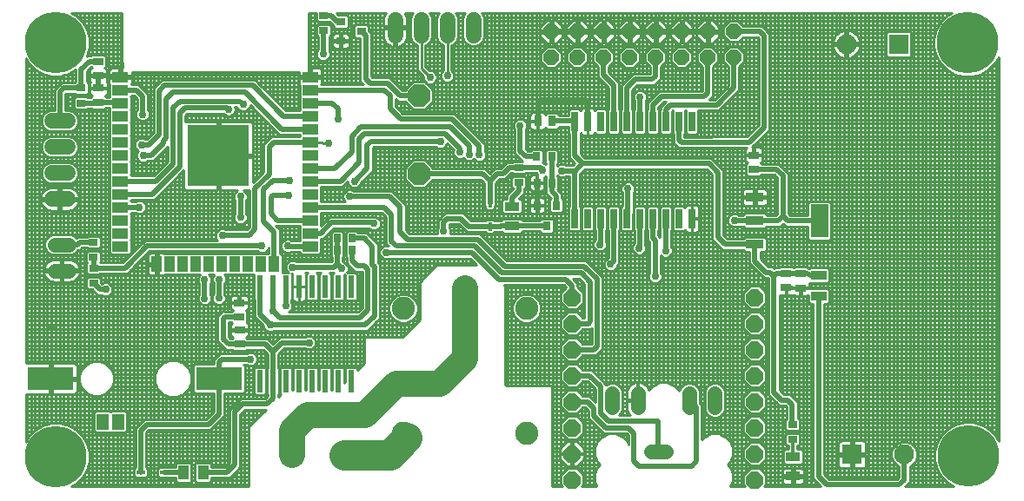
<source format=gbr>
G04 EAGLE Gerber RS-274X export*
G75*
%MOMM*%
%FSLAX34Y34*%
%LPD*%
%INTop Copper*%
%IPPOS*%
%AMOC8*
5,1,8,0,0,1.08239X$1,22.5*%
G01*
%ADD10R,0.900000X0.800000*%
%ADD11R,0.600000X2.200000*%
%ADD12R,1.500000X1.000000*%
%ADD13R,1.000000X1.500000*%
%ADD14R,6.000000X6.000000*%
%ADD15P,2.336880X8X112.500000*%
%ADD16R,0.900000X0.650000*%
%ADD17R,0.800000X0.900000*%
%ADD18R,0.650000X0.900000*%
%ADD19C,2.250000*%
%ADD20R,0.420000X0.820000*%
%ADD21R,1.400000X0.900000*%
%ADD22C,1.422400*%
%ADD23R,1.950000X1.950000*%
%ADD24C,1.950000*%
%ADD25R,4.500000X2.300000*%
%ADD26R,0.980000X0.780000*%
%ADD27R,0.820000X0.420000*%
%ADD28R,1.000000X1.400000*%
%ADD29R,0.650000X1.950000*%
%ADD30P,1.632244X8X22.500000*%
%ADD31R,0.780000X0.980000*%
%ADD32P,1.814519X8X22.500000*%
%ADD33R,1.750000X0.950000*%
%ADD34R,1.750000X3.200000*%
%ADD35C,1.524000*%
%ADD36R,1.520000X0.930000*%
%ADD37C,6.000000*%
%ADD38C,1.008000*%
%ADD39R,1.168400X1.600200*%
%ADD40C,0.508000*%
%ADD41C,0.254000*%
%ADD42C,0.756400*%
%ADD43C,0.304800*%
%ADD44C,3.000000*%
%ADD45C,2.540000*%


D10*
X317914Y463652D03*
X317914Y444652D03*
X337914Y454152D03*
D11*
X251714Y113004D03*
X277114Y205004D03*
X239014Y113004D03*
X264414Y113004D03*
X277114Y113004D03*
X264414Y205004D03*
X289814Y205004D03*
X302514Y205004D03*
X302514Y113004D03*
X327914Y205004D03*
X289814Y113004D03*
X315214Y113004D03*
X315214Y205004D03*
X327914Y113004D03*
X251714Y205004D03*
X239014Y205004D03*
D12*
X103080Y371498D03*
X103080Y358798D03*
X103080Y346098D03*
X103080Y333398D03*
X103080Y320698D03*
X103080Y307998D03*
X103080Y295298D03*
X103080Y282598D03*
D13*
X252880Y227098D03*
D12*
X288080Y244498D03*
X288080Y257198D03*
X288080Y269898D03*
X288080Y282598D03*
X288080Y295298D03*
X288080Y307998D03*
X288080Y320698D03*
D13*
X163980Y227098D03*
D12*
X103080Y269898D03*
X103080Y257198D03*
X103080Y244498D03*
D13*
X138580Y227098D03*
X151280Y227098D03*
D12*
X103080Y384198D03*
X103080Y396898D03*
X103080Y409598D03*
D13*
X176680Y227098D03*
X189380Y227098D03*
X202080Y227098D03*
X240180Y227098D03*
X227480Y227098D03*
X214780Y227098D03*
D12*
X288080Y333398D03*
X288080Y346098D03*
X288080Y358798D03*
X288080Y371498D03*
X288080Y384198D03*
X288080Y396898D03*
X288080Y409598D03*
D14*
X198580Y332598D03*
D15*
X393954Y314960D03*
X393954Y391160D03*
D16*
X301244Y454776D03*
X301244Y469276D03*
D17*
X527914Y284320D03*
X508914Y284320D03*
X518414Y264320D03*
D18*
X508624Y331978D03*
X523124Y331978D03*
X508878Y306324D03*
X523378Y306324D03*
D19*
X438714Y203862D03*
X378714Y183862D03*
X378714Y61862D03*
X498714Y61862D03*
X498714Y183862D03*
D20*
X463042Y286836D03*
X463042Y263836D03*
D21*
X484632Y264312D03*
X484632Y283312D03*
D16*
X491236Y306694D03*
X491236Y321194D03*
D18*
X328814Y252222D03*
X314314Y252222D03*
X328814Y240538D03*
X314314Y240538D03*
D22*
X607206Y101374D02*
X607206Y87150D01*
X582206Y87150D02*
X582206Y101374D01*
X657206Y101374D02*
X657206Y87150D01*
X682206Y87150D02*
X682206Y101374D01*
X634318Y44262D02*
X620094Y44262D01*
D23*
X270002Y41148D03*
D24*
X320802Y41148D03*
D25*
X199094Y115316D03*
X35094Y115316D03*
D26*
X219202Y162956D03*
X219202Y148956D03*
X218948Y189372D03*
X218948Y175372D03*
D27*
X123120Y23876D03*
X146120Y23876D03*
D28*
X164744Y23876D03*
X183744Y23876D03*
D29*
X545592Y271520D03*
X558292Y271520D03*
X570992Y271520D03*
X583692Y271520D03*
X596392Y271520D03*
X609092Y271520D03*
X621792Y271520D03*
X634492Y271520D03*
X647192Y271520D03*
X659892Y271520D03*
X659892Y366020D03*
X647192Y366020D03*
X634492Y366020D03*
X621792Y366020D03*
X609092Y366020D03*
X596392Y366020D03*
X583692Y366020D03*
X570992Y366020D03*
X558292Y366020D03*
X545592Y366020D03*
D30*
X522732Y428498D03*
X522732Y453898D03*
X548132Y428498D03*
X548132Y453898D03*
X573532Y428498D03*
X573532Y453898D03*
X598932Y428498D03*
X598932Y453898D03*
X624332Y428498D03*
X624332Y453898D03*
X649732Y428498D03*
X649732Y453898D03*
X675132Y428498D03*
X675132Y453898D03*
X700532Y428498D03*
X700532Y453898D03*
D31*
X509636Y366522D03*
X523636Y366522D03*
D32*
X543052Y118364D03*
X543052Y92964D03*
X720852Y118364D03*
X720852Y92964D03*
X543052Y67564D03*
X543052Y143764D03*
X720852Y143764D03*
X720852Y67564D03*
X543052Y169164D03*
X720852Y169164D03*
X543052Y42164D03*
X720852Y42164D03*
X543052Y194564D03*
X720852Y194564D03*
X543052Y16764D03*
X720852Y16764D03*
D26*
X81534Y424830D03*
X81534Y410830D03*
D16*
X76962Y223150D03*
X76962Y208650D03*
X76708Y248296D03*
X76708Y233796D03*
D22*
X53086Y220726D02*
X38862Y220726D01*
X38862Y246126D02*
X53086Y246126D01*
D16*
X65024Y398664D03*
X65024Y384164D03*
D26*
X81788Y398668D03*
X81788Y384668D03*
D33*
X721102Y292240D03*
X721102Y269240D03*
X721102Y246240D03*
D34*
X784102Y269240D03*
D26*
X751586Y204074D03*
X751586Y218074D03*
X720090Y333390D03*
X720090Y319390D03*
D35*
X51816Y366776D02*
X36576Y366776D01*
X36576Y341376D02*
X51816Y341376D01*
X51816Y315976D02*
X36576Y315976D01*
X36576Y290576D02*
X51816Y290576D01*
D23*
X815848Y41402D03*
D24*
X866648Y41402D03*
D36*
X783336Y195994D03*
X783336Y215994D03*
D26*
X765810Y203820D03*
X765810Y217820D03*
D16*
X757936Y70496D03*
X757936Y55996D03*
D21*
X758444Y20218D03*
X758444Y39218D03*
D37*
X40132Y443230D03*
D38*
X40132Y465455D03*
X40132Y421005D03*
X62357Y443230D03*
X17907Y443230D03*
X24257Y459105D03*
X56007Y459105D03*
X56007Y427355D03*
X24257Y427355D03*
D37*
X928370Y442722D03*
D38*
X928370Y464947D03*
X928370Y420497D03*
X950595Y442722D03*
X906145Y442722D03*
X912495Y458597D03*
X944245Y458597D03*
X944245Y426847D03*
X912495Y426847D03*
D37*
X40386Y39370D03*
D38*
X40386Y61595D03*
X40386Y17145D03*
X62611Y39370D03*
X18161Y39370D03*
X24511Y55245D03*
X56261Y55245D03*
X56261Y23495D03*
X24511Y23495D03*
D37*
X928878Y39878D03*
D38*
X928878Y62103D03*
X928878Y17653D03*
X951103Y39878D03*
X906653Y39878D03*
X913003Y55753D03*
X944753Y55753D03*
X944753Y24003D03*
X913003Y24003D03*
D23*
X861060Y441452D03*
D24*
X810260Y441452D03*
D35*
X447040Y450088D02*
X447040Y465328D01*
X421640Y465328D02*
X421640Y450088D01*
X396240Y450088D02*
X396240Y465328D01*
X370840Y465328D02*
X370840Y450088D01*
D39*
X85852Y73406D03*
X101092Y73406D03*
D40*
X522732Y453898D02*
X548132Y453898D01*
X573532Y453898D01*
X598932Y453898D01*
X649732Y453898D02*
X675132Y453898D01*
X649732Y453898D02*
X598932Y453898D01*
X624332Y453898D01*
X509636Y383906D02*
X509636Y366522D01*
X555244Y387350D02*
X558292Y384302D01*
X558292Y366020D01*
X513080Y387350D02*
X509636Y383906D01*
X513080Y387350D02*
X555244Y387350D01*
X90312Y410830D02*
X81534Y410830D01*
X90312Y410830D02*
X90932Y410210D01*
X102468Y410210D01*
X103080Y409598D01*
X81788Y410576D02*
X81534Y410830D01*
X81788Y410576D02*
X81788Y398668D01*
X508914Y284320D02*
X508878Y281522D01*
X508878Y306324D01*
D41*
X81108Y406378D02*
X80854Y406378D01*
X80854Y410150D01*
X82214Y410150D01*
X82214Y403120D01*
X82468Y403120D01*
X82468Y399348D01*
X81108Y399348D01*
X81108Y406378D01*
X88025Y391182D02*
X88159Y391218D01*
X89027Y391719D01*
X89737Y392429D01*
X90238Y393297D01*
X90498Y394266D01*
X90498Y397988D01*
X82468Y397988D01*
X82468Y399348D01*
X90498Y399348D01*
X90498Y403070D01*
X90238Y404039D01*
X89737Y404907D01*
X89692Y404952D01*
X89984Y405459D01*
X90244Y406428D01*
X90244Y410150D01*
X82214Y410150D01*
X82214Y411510D01*
X90244Y411510D01*
X90244Y415232D01*
X89984Y416201D01*
X89483Y417069D01*
X88773Y417779D01*
X87905Y418280D01*
X87771Y418316D01*
X89228Y419773D01*
X89228Y429887D01*
X87591Y431524D01*
X75477Y431524D01*
X74117Y430164D01*
X70577Y430164D01*
X70290Y429878D01*
X70691Y430572D01*
X72926Y438913D01*
X72926Y447547D01*
X70691Y455888D01*
X66374Y463366D01*
X60268Y469472D01*
X55574Y472182D01*
X104310Y472168D01*
X104310Y424072D01*
X105054Y423328D01*
X105664Y423328D01*
X105664Y418408D01*
X104310Y418408D01*
X104310Y410828D01*
X101850Y410828D01*
X101850Y418408D01*
X95078Y418408D01*
X94109Y418148D01*
X93241Y417647D01*
X92531Y416937D01*
X92030Y416069D01*
X91770Y415100D01*
X91770Y410828D01*
X101850Y410828D01*
X101850Y408368D01*
X91770Y408368D01*
X91770Y404096D01*
X92030Y403127D01*
X92531Y402259D01*
X92786Y402004D01*
X92786Y390741D01*
X92979Y390548D01*
X92786Y390355D01*
X92786Y390002D01*
X89205Y390002D01*
X88025Y391182D01*
X360642Y245082D02*
X363258Y245082D01*
X360642Y245082D02*
X358225Y244081D01*
X356375Y242231D01*
X355374Y239814D01*
X355374Y237198D01*
X356375Y234781D01*
X358225Y232931D01*
X360642Y231930D01*
X363258Y231930D01*
X365030Y232664D01*
X443619Y232664D01*
X449715Y226568D01*
X411226Y226568D01*
X394462Y209804D01*
X394462Y172720D01*
X378206Y156464D01*
X341630Y156464D01*
X340614Y157480D01*
X340614Y131064D01*
X333708Y124158D01*
X333708Y125161D01*
X332071Y126798D01*
X323757Y126798D01*
X322120Y125161D01*
X322120Y112570D01*
X321008Y111458D01*
X321008Y125161D01*
X319371Y126798D01*
X311057Y126798D01*
X309420Y125161D01*
X309420Y104394D01*
X308308Y104394D01*
X308308Y125161D01*
X306671Y126798D01*
X298357Y126798D01*
X296720Y125161D01*
X296720Y104394D01*
X295608Y104394D01*
X295608Y125161D01*
X293971Y126798D01*
X285657Y126798D01*
X284020Y125161D01*
X284020Y104394D01*
X282908Y104394D01*
X282908Y125161D01*
X281271Y126798D01*
X272957Y126798D01*
X271320Y125161D01*
X271320Y104394D01*
X270208Y104394D01*
X270208Y125161D01*
X268571Y126798D01*
X260257Y126798D01*
X258620Y125161D01*
X258620Y100847D01*
X259362Y100104D01*
X257048Y97790D01*
X257048Y100387D01*
X257508Y100847D01*
X257508Y125161D01*
X257048Y125621D01*
X257048Y139269D01*
X262813Y145034D01*
X283054Y145034D01*
X283295Y144793D01*
X285712Y143792D01*
X288328Y143792D01*
X290745Y144793D01*
X292595Y146643D01*
X293596Y149060D01*
X293596Y151676D01*
X292595Y154093D01*
X290745Y155943D01*
X288328Y156944D01*
X285712Y156944D01*
X283295Y155943D01*
X283054Y155702D01*
X258395Y155702D01*
X251714Y149021D01*
X246445Y154290D01*
X226619Y154290D01*
X225439Y155470D01*
X225573Y155506D01*
X226441Y156007D01*
X227151Y156717D01*
X227652Y157585D01*
X227912Y158554D01*
X227912Y162276D01*
X219882Y162276D01*
X219882Y163636D01*
X227912Y163636D01*
X227912Y167358D01*
X227652Y168327D01*
X227151Y169195D01*
X226441Y169905D01*
X226309Y169981D01*
X226642Y170315D01*
X226642Y180429D01*
X225185Y181886D01*
X225319Y181922D01*
X226187Y182423D01*
X226897Y183133D01*
X227398Y184001D01*
X227658Y184970D01*
X227658Y188692D01*
X219628Y188692D01*
X219628Y190052D01*
X227658Y190052D01*
X227658Y193774D01*
X227398Y194743D01*
X226897Y195611D01*
X226187Y196321D01*
X225319Y196822D01*
X224350Y197082D01*
X219628Y197082D01*
X219628Y190052D01*
X218268Y190052D01*
X218268Y197082D01*
X213546Y197082D01*
X212577Y196822D01*
X211709Y196321D01*
X210999Y195611D01*
X210498Y194743D01*
X210238Y193774D01*
X210238Y190052D01*
X218268Y190052D01*
X218268Y188692D01*
X210238Y188692D01*
X210238Y184970D01*
X210498Y184001D01*
X210999Y183133D01*
X211709Y182423D01*
X212577Y181922D01*
X212711Y181886D01*
X211687Y180862D01*
X207138Y180959D01*
X207091Y181006D01*
X204939Y181006D01*
X202787Y181052D01*
X202739Y181006D01*
X202673Y181006D01*
X201150Y179484D01*
X199596Y177995D01*
X199595Y177928D01*
X197866Y176199D01*
X197866Y151715D01*
X205959Y143622D01*
X211785Y143622D01*
X213145Y142262D01*
X225259Y142262D01*
X226619Y143622D01*
X242027Y143622D01*
X246380Y139269D01*
X246380Y125621D01*
X245920Y125161D01*
X245920Y100847D01*
X246380Y100387D01*
X246380Y98475D01*
X243917Y96012D01*
X220041Y96012D01*
X216916Y92887D01*
X216916Y92887D01*
X209296Y85267D01*
X209296Y33451D01*
X205055Y29210D01*
X191538Y29210D01*
X191538Y32033D01*
X189901Y33670D01*
X177587Y33670D01*
X175950Y32033D01*
X175950Y15719D01*
X177587Y14082D01*
X189901Y14082D01*
X191538Y15719D01*
X191538Y18542D01*
X209473Y18542D01*
X212598Y21667D01*
X212598Y21667D01*
X219964Y29033D01*
X219964Y80849D01*
X224459Y85344D01*
X244602Y85344D01*
X228346Y69088D01*
X228346Y10160D01*
X55381Y10160D01*
X60522Y13128D01*
X66628Y19234D01*
X70945Y26712D01*
X73180Y35053D01*
X73180Y43687D01*
X70945Y52028D01*
X66628Y59506D01*
X60522Y65612D01*
X53044Y69929D01*
X44703Y72164D01*
X36069Y72164D01*
X27728Y69929D01*
X20250Y65612D01*
X14144Y59506D01*
X10922Y53925D01*
X10922Y100382D01*
X11123Y100266D01*
X12092Y100006D01*
X33824Y100006D01*
X33824Y114046D01*
X36364Y114046D01*
X36364Y100006D01*
X58096Y100006D01*
X59065Y100266D01*
X59933Y100767D01*
X60643Y101477D01*
X61144Y102345D01*
X61404Y103314D01*
X61404Y114046D01*
X36364Y114046D01*
X36364Y116586D01*
X61404Y116586D01*
X61404Y127318D01*
X61144Y128287D01*
X60643Y129155D01*
X59933Y129865D01*
X59065Y130366D01*
X58096Y130626D01*
X36364Y130626D01*
X36364Y116586D01*
X33824Y116586D01*
X33824Y130626D01*
X12092Y130626D01*
X11123Y130366D01*
X10922Y130250D01*
X10922Y428235D01*
X13890Y423094D01*
X19996Y416988D01*
X27474Y412671D01*
X35815Y410436D01*
X44449Y410436D01*
X52790Y412671D01*
X59690Y416655D01*
X59690Y404708D01*
X59367Y404708D01*
X58657Y403998D01*
X45681Y403998D01*
X42241Y400558D01*
X39116Y397433D01*
X39116Y377190D01*
X34505Y377190D01*
X30677Y375605D01*
X27747Y372675D01*
X26162Y368847D01*
X26162Y364705D01*
X27747Y360877D01*
X30677Y357947D01*
X34505Y356362D01*
X53887Y356362D01*
X57715Y357947D01*
X60645Y360877D01*
X62230Y364705D01*
X62230Y368847D01*
X60645Y372675D01*
X57715Y375605D01*
X53887Y377190D01*
X49784Y377190D01*
X49784Y393015D01*
X50099Y393330D01*
X58657Y393330D01*
X59367Y392620D01*
X70681Y392620D01*
X72318Y394257D01*
X72318Y403071D01*
X70681Y404708D01*
X70358Y404708D01*
X70358Y414859D01*
X74556Y419057D01*
X75297Y418316D01*
X75163Y418280D01*
X74295Y417779D01*
X73585Y417069D01*
X73084Y416201D01*
X72824Y415232D01*
X72824Y411510D01*
X80854Y411510D01*
X80854Y410150D01*
X72824Y410150D01*
X72824Y406428D01*
X73084Y405459D01*
X73585Y404591D01*
X73630Y404546D01*
X73338Y404039D01*
X73078Y403070D01*
X73078Y399348D01*
X81108Y399348D01*
X81108Y397988D01*
X73078Y397988D01*
X73078Y394266D01*
X73338Y393297D01*
X73839Y392429D01*
X74549Y391719D01*
X75417Y391218D01*
X75551Y391182D01*
X74094Y389725D01*
X74094Y389498D01*
X71391Y389498D01*
X70681Y390208D01*
X59367Y390208D01*
X57730Y388571D01*
X57730Y379757D01*
X59367Y378120D01*
X70681Y378120D01*
X71391Y378830D01*
X74875Y378830D01*
X75731Y377974D01*
X87845Y377974D01*
X89205Y379334D01*
X92786Y379334D01*
X92786Y378041D01*
X92979Y377848D01*
X92786Y377655D01*
X92786Y365341D01*
X92979Y365148D01*
X92786Y364955D01*
X92786Y352641D01*
X92979Y352448D01*
X92786Y352255D01*
X92786Y339941D01*
X92979Y339748D01*
X92786Y339555D01*
X92786Y327241D01*
X92979Y327048D01*
X92786Y326855D01*
X92786Y314541D01*
X92979Y314348D01*
X92786Y314155D01*
X92786Y301841D01*
X92979Y301648D01*
X92786Y301455D01*
X92786Y289141D01*
X92979Y288948D01*
X92786Y288755D01*
X92786Y276441D01*
X92979Y276248D01*
X92786Y276055D01*
X92786Y263741D01*
X92979Y263548D01*
X92786Y263355D01*
X92786Y251041D01*
X92979Y250848D01*
X92786Y250655D01*
X92786Y238341D01*
X94423Y236704D01*
X111737Y236704D01*
X113374Y238341D01*
X113374Y250655D01*
X113181Y250848D01*
X113374Y251041D01*
X113374Y263355D01*
X113181Y263548D01*
X113374Y263741D01*
X113374Y276055D01*
X113181Y276248D01*
X113374Y276441D01*
X113374Y277264D01*
X117550Y277264D01*
X117941Y276873D01*
X120358Y275872D01*
X122974Y275872D01*
X125391Y276873D01*
X127241Y278723D01*
X128242Y281140D01*
X128242Y283756D01*
X127241Y286173D01*
X125391Y288023D01*
X122974Y289024D01*
X120358Y289024D01*
X117941Y288023D01*
X117850Y287932D01*
X113374Y287932D01*
X113374Y288755D01*
X113181Y288948D01*
X113374Y289141D01*
X113374Y289964D01*
X136413Y289964D01*
X163245Y316797D01*
X164770Y318321D01*
X164770Y302096D01*
X165030Y301127D01*
X165531Y300259D01*
X166241Y299549D01*
X167109Y299048D01*
X168078Y298788D01*
X197310Y298788D01*
X197310Y331328D01*
X199850Y331328D01*
X199850Y298788D01*
X217341Y298788D01*
X216493Y298437D01*
X214643Y296587D01*
X213642Y294170D01*
X213642Y291554D01*
X214643Y289137D01*
X214884Y288896D01*
X214884Y276762D01*
X214643Y276521D01*
X213642Y274104D01*
X213642Y271488D01*
X214643Y269071D01*
X216493Y267221D01*
X218910Y266220D01*
X221526Y266220D01*
X223943Y267221D01*
X225793Y269071D01*
X226794Y271488D01*
X226794Y274104D01*
X225793Y276521D01*
X225552Y276762D01*
X225552Y288896D01*
X225793Y289137D01*
X226794Y291554D01*
X226794Y294170D01*
X225793Y296587D01*
X223943Y298437D01*
X223095Y298788D01*
X228854Y298788D01*
X228854Y263067D01*
X226645Y260858D01*
X205518Y260858D01*
X203746Y261592D01*
X201130Y261592D01*
X198713Y260591D01*
X196863Y258741D01*
X195862Y256324D01*
X195862Y253708D01*
X196863Y251291D01*
X197964Y250190D01*
X127077Y250190D01*
X105371Y228484D01*
X83329Y228484D01*
X83213Y228600D01*
X84002Y229389D01*
X84002Y238203D01*
X82365Y239840D01*
X71051Y239840D01*
X69414Y238203D01*
X69414Y229389D01*
X70457Y228346D01*
X69668Y227557D01*
X69668Y218743D01*
X71305Y217106D01*
X82619Y217106D01*
X83329Y217816D01*
X110043Y217816D01*
X113168Y220941D01*
X115570Y223343D01*
X115570Y223597D01*
X131495Y239522D01*
X237080Y239522D01*
X237321Y239281D01*
X239738Y238280D01*
X242354Y238280D01*
X244771Y239281D01*
X246621Y241131D01*
X247546Y243365D01*
X247546Y237392D01*
X246723Y237392D01*
X246530Y237199D01*
X246337Y237392D01*
X234023Y237392D01*
X233830Y237199D01*
X233637Y237392D01*
X221323Y237392D01*
X221130Y237199D01*
X220937Y237392D01*
X208623Y237392D01*
X208430Y237199D01*
X208237Y237392D01*
X195923Y237392D01*
X195730Y237199D01*
X195537Y237392D01*
X183223Y237392D01*
X183030Y237199D01*
X182837Y237392D01*
X170523Y237392D01*
X170330Y237199D01*
X170137Y237392D01*
X157823Y237392D01*
X157630Y237199D01*
X157437Y237392D01*
X146174Y237392D01*
X145919Y237647D01*
X145051Y238148D01*
X144082Y238408D01*
X139810Y238408D01*
X139810Y228328D01*
X137350Y228328D01*
X137350Y238408D01*
X133078Y238408D01*
X132109Y238148D01*
X131241Y237647D01*
X130531Y236937D01*
X130030Y236069D01*
X129770Y235100D01*
X129770Y228328D01*
X137350Y228328D01*
X137350Y225868D01*
X129770Y225868D01*
X129770Y219096D01*
X130030Y218127D01*
X130531Y217259D01*
X131241Y216549D01*
X132109Y216048D01*
X133078Y215788D01*
X137350Y215788D01*
X137350Y225868D01*
X139810Y225868D01*
X139810Y215788D01*
X144082Y215788D01*
X145051Y216048D01*
X145919Y216549D01*
X146174Y216804D01*
X157437Y216804D01*
X157630Y216997D01*
X157823Y216804D01*
X170137Y216804D01*
X170330Y216997D01*
X170523Y216804D01*
X180834Y216804D01*
X179591Y215561D01*
X178590Y213144D01*
X178590Y210528D01*
X179591Y208111D01*
X179832Y207870D01*
X179832Y197514D01*
X179591Y197273D01*
X178590Y194856D01*
X178590Y192240D01*
X179591Y189823D01*
X181441Y187973D01*
X183858Y186972D01*
X186474Y186972D01*
X188891Y187973D01*
X190741Y189823D01*
X191742Y192240D01*
X191742Y194856D01*
X190741Y197273D01*
X190500Y197514D01*
X190500Y207870D01*
X190741Y208111D01*
X191742Y210528D01*
X191742Y213144D01*
X190741Y215561D01*
X189498Y216804D01*
X194550Y216804D01*
X193815Y216069D01*
X192814Y213652D01*
X192814Y211036D01*
X193815Y208619D01*
X194056Y208378D01*
X194056Y198276D01*
X193561Y197781D01*
X192560Y195364D01*
X192560Y192748D01*
X193561Y190331D01*
X195411Y188481D01*
X197828Y187480D01*
X200444Y187480D01*
X202861Y188481D01*
X204711Y190331D01*
X205712Y192748D01*
X205712Y195364D01*
X204724Y197749D01*
X204724Y208378D01*
X204965Y208619D01*
X205966Y211036D01*
X205966Y213652D01*
X204965Y216069D01*
X204230Y216804D01*
X208237Y216804D01*
X208430Y216997D01*
X208623Y216804D01*
X220937Y216804D01*
X221130Y216997D01*
X221323Y216804D01*
X233220Y216804D01*
X233220Y192847D01*
X233680Y192387D01*
X233680Y175591D01*
X242598Y166673D01*
X242598Y166332D01*
X243599Y163915D01*
X245449Y162065D01*
X247866Y161064D01*
X250482Y161064D01*
X252899Y162065D01*
X253140Y162306D01*
X344035Y162306D01*
X352729Y171001D01*
X355854Y174125D01*
X355854Y226687D01*
X353822Y228719D01*
X353822Y246557D01*
X350697Y249682D01*
X342823Y257556D01*
X334858Y257556D01*
X334858Y257879D01*
X333221Y259516D01*
X324407Y259516D01*
X322770Y257879D01*
X322770Y246565D01*
X322955Y246380D01*
X322770Y246195D01*
X322770Y234881D01*
X323480Y234171D01*
X323480Y228031D01*
X331547Y219964D01*
X338151Y219964D01*
X338582Y219533D01*
X338582Y184327D01*
X334595Y180340D01*
X266627Y180340D01*
X267885Y180861D01*
X269735Y182711D01*
X270736Y185128D01*
X270736Y187744D01*
X269748Y190129D01*
X269748Y192387D01*
X270208Y192847D01*
X270208Y217161D01*
X269917Y217452D01*
X270558Y217452D01*
X270304Y216506D01*
X270304Y205234D01*
X276884Y205234D01*
X276884Y204774D01*
X270304Y204774D01*
X270304Y193502D01*
X270564Y192533D01*
X271065Y191665D01*
X271775Y190955D01*
X272643Y190454D01*
X273612Y190194D01*
X276884Y190194D01*
X276884Y204774D01*
X277344Y204774D01*
X277344Y190194D01*
X280616Y190194D01*
X281585Y190454D01*
X282453Y190955D01*
X283163Y191665D01*
X283664Y192533D01*
X283924Y193502D01*
X283924Y204774D01*
X277344Y204774D01*
X277344Y205234D01*
X283924Y205234D01*
X283924Y216506D01*
X283664Y217475D01*
X283163Y218343D01*
X282812Y218694D01*
X285553Y218694D01*
X284020Y217161D01*
X284020Y192847D01*
X285657Y191210D01*
X293971Y191210D01*
X295608Y192847D01*
X295608Y217161D01*
X294075Y218694D01*
X298253Y218694D01*
X296720Y217161D01*
X296720Y192847D01*
X298357Y191210D01*
X306671Y191210D01*
X308308Y192847D01*
X308308Y217161D01*
X306775Y218694D01*
X310953Y218694D01*
X309420Y217161D01*
X309420Y192847D01*
X311057Y191210D01*
X319371Y191210D01*
X321008Y192847D01*
X321008Y216672D01*
X322120Y217133D01*
X322120Y192847D01*
X323757Y191210D01*
X332071Y191210D01*
X333708Y192847D01*
X333708Y217161D01*
X332071Y218798D01*
X323856Y218798D01*
X324091Y219033D01*
X325092Y221450D01*
X325092Y224066D01*
X324091Y226483D01*
X322241Y228333D01*
X319824Y229334D01*
X319648Y229334D01*
X319648Y234171D01*
X320358Y234881D01*
X320358Y246195D01*
X320173Y246380D01*
X320358Y246565D01*
X320358Y257879D01*
X318721Y259516D01*
X309907Y259516D01*
X308270Y257879D01*
X308270Y246565D01*
X308455Y246380D01*
X308270Y246195D01*
X308270Y234881D01*
X308980Y234171D01*
X308980Y229362D01*
X274730Y229362D01*
X274489Y229603D01*
X272072Y230604D01*
X269456Y230604D01*
X267039Y229603D01*
X265189Y227753D01*
X264188Y225336D01*
X264188Y222720D01*
X265189Y220303D01*
X266694Y218798D01*
X260674Y218798D01*
X260674Y235755D01*
X259037Y237392D01*
X258214Y237392D01*
X258214Y260885D01*
X255089Y264010D01*
X255089Y264010D01*
X254535Y264564D01*
X277786Y264564D01*
X277786Y263741D01*
X277979Y263548D01*
X277786Y263355D01*
X277786Y251041D01*
X277979Y250848D01*
X277786Y250655D01*
X277786Y249832D01*
X270516Y249832D01*
X269917Y250431D01*
X267500Y251432D01*
X264884Y251432D01*
X262467Y250431D01*
X260617Y248581D01*
X259616Y246164D01*
X259616Y243548D01*
X260617Y241131D01*
X262467Y239281D01*
X264884Y238280D01*
X267500Y238280D01*
X269634Y239164D01*
X277786Y239164D01*
X277786Y238341D01*
X279423Y236704D01*
X296737Y236704D01*
X298374Y238341D01*
X298374Y250655D01*
X298181Y250848D01*
X298374Y251041D01*
X298374Y251864D01*
X300809Y251864D01*
X311073Y262128D01*
X345284Y262128D01*
X346287Y261125D01*
X348704Y260124D01*
X351320Y260124D01*
X353737Y261125D01*
X355587Y262975D01*
X356588Y265392D01*
X356588Y268008D01*
X355587Y270425D01*
X353737Y272275D01*
X351320Y273276D01*
X348704Y273276D01*
X347545Y272796D01*
X306655Y272796D01*
X303530Y269671D01*
X298374Y264515D01*
X298374Y276055D01*
X298181Y276248D01*
X298374Y276441D01*
X298374Y277264D01*
X357813Y277264D01*
X361950Y273127D01*
X361950Y246965D01*
X364239Y244676D01*
X363258Y245082D01*
X92851Y84201D02*
X78853Y84201D01*
X77216Y82564D01*
X77216Y64248D01*
X78853Y62611D01*
X92851Y62611D01*
X93472Y63232D01*
X94093Y62611D01*
X108091Y62611D01*
X109728Y64248D01*
X109728Y82564D01*
X108091Y84201D01*
X94093Y84201D01*
X93472Y83580D01*
X92851Y84201D01*
X62965Y287899D02*
X63187Y289306D01*
X45466Y289306D01*
X45466Y291846D01*
X63187Y291846D01*
X62965Y293253D01*
X62409Y294964D01*
X61592Y296567D01*
X60534Y298022D01*
X59262Y299294D01*
X57807Y300352D01*
X56204Y301169D01*
X54493Y301725D01*
X52716Y302006D01*
X45466Y302006D01*
X45466Y291846D01*
X42926Y291846D01*
X42926Y302006D01*
X35676Y302006D01*
X33899Y301725D01*
X32188Y301169D01*
X30585Y300352D01*
X29130Y299294D01*
X27858Y298022D01*
X26800Y296567D01*
X25983Y294964D01*
X25427Y293253D01*
X25205Y291846D01*
X42926Y291846D01*
X42926Y289306D01*
X25205Y289306D01*
X25427Y287899D01*
X25983Y286188D01*
X26800Y284585D01*
X27858Y283130D01*
X29130Y281858D01*
X30585Y280800D01*
X32188Y279983D01*
X33899Y279427D01*
X35676Y279146D01*
X42926Y279146D01*
X42926Y289306D01*
X45466Y289306D01*
X45466Y279146D01*
X52716Y279146D01*
X54493Y279427D01*
X56204Y279983D01*
X57807Y280800D01*
X59262Y281858D01*
X60534Y283130D01*
X61592Y284585D01*
X62409Y286188D01*
X62965Y287899D01*
X53887Y326390D02*
X34505Y326390D01*
X30677Y324805D01*
X27747Y321875D01*
X26162Y318047D01*
X26162Y313905D01*
X27747Y310077D01*
X30677Y307147D01*
X34505Y305562D01*
X53887Y305562D01*
X57715Y307147D01*
X60645Y310077D01*
X62230Y313905D01*
X62230Y318047D01*
X60645Y321875D01*
X57715Y324805D01*
X53887Y326390D01*
X53887Y351790D02*
X34505Y351790D01*
X30677Y350205D01*
X27747Y347275D01*
X26162Y343447D01*
X26162Y339305D01*
X27747Y335477D01*
X30677Y332547D01*
X34505Y330962D01*
X53887Y330962D01*
X57715Y332547D01*
X60645Y335477D01*
X62230Y339305D01*
X62230Y343447D01*
X60645Y347275D01*
X57715Y350205D01*
X53887Y351790D01*
X63983Y219710D02*
X63739Y218168D01*
X63983Y219710D02*
X46990Y219710D01*
X46990Y221742D01*
X63983Y221742D01*
X63739Y223284D01*
X63208Y224919D01*
X62427Y226450D01*
X61417Y227841D01*
X60201Y229057D01*
X58810Y230067D01*
X57279Y230848D01*
X55644Y231379D01*
X53946Y231648D01*
X46990Y231648D01*
X46990Y221742D01*
X44958Y221742D01*
X44958Y231648D01*
X38002Y231648D01*
X36304Y231379D01*
X34669Y230848D01*
X33138Y230067D01*
X31747Y229057D01*
X30531Y227841D01*
X29521Y226450D01*
X28740Y224919D01*
X28209Y223284D01*
X27965Y221742D01*
X44958Y221742D01*
X44958Y219710D01*
X27965Y219710D01*
X28209Y218168D01*
X28740Y216533D01*
X29521Y215002D01*
X30531Y213611D01*
X31747Y212395D01*
X33138Y211385D01*
X34669Y210604D01*
X36304Y210073D01*
X38002Y209804D01*
X44958Y209804D01*
X44958Y219710D01*
X46990Y219710D01*
X46990Y209804D01*
X53946Y209804D01*
X55644Y210073D01*
X57279Y210604D01*
X58810Y211385D01*
X60201Y212395D01*
X61417Y213611D01*
X62427Y215002D01*
X63208Y216533D01*
X63739Y218168D01*
X392758Y186656D02*
X392758Y181068D01*
X392758Y186656D02*
X390620Y191817D01*
X386669Y195768D01*
X381508Y197906D01*
X375920Y197906D01*
X370759Y195768D01*
X366808Y191817D01*
X364670Y186656D01*
X364670Y181068D01*
X366808Y175907D01*
X370759Y171956D01*
X375920Y169818D01*
X381508Y169818D01*
X386669Y171956D01*
X390620Y175907D01*
X392758Y181068D01*
X244808Y125161D02*
X244808Y100847D01*
X244808Y125161D02*
X243171Y126798D01*
X234857Y126798D01*
X233220Y125161D01*
X233220Y100847D01*
X234857Y99210D01*
X243171Y99210D01*
X244808Y100847D01*
X172274Y111749D02*
X172274Y118883D01*
X169544Y125473D01*
X164501Y130516D01*
X157911Y133246D01*
X150777Y133246D01*
X144187Y130516D01*
X139144Y125473D01*
X136414Y118883D01*
X136414Y111749D01*
X139144Y105159D01*
X144187Y100116D01*
X150777Y97386D01*
X157911Y97386D01*
X164501Y100116D01*
X169544Y105159D01*
X172274Y111749D01*
X96524Y111998D02*
X96524Y118634D01*
X93985Y124764D01*
X89292Y129457D01*
X83162Y131996D01*
X76526Y131996D01*
X70396Y129457D01*
X65703Y124764D01*
X63164Y118634D01*
X63164Y111998D01*
X65703Y105868D01*
X70396Y101175D01*
X76526Y98636D01*
X83162Y98636D01*
X89292Y101175D01*
X93985Y105868D01*
X96524Y111998D01*
X140863Y28770D02*
X139226Y27133D01*
X139226Y20619D01*
X140863Y18982D01*
X143471Y18982D01*
X143911Y18542D01*
X156950Y18542D01*
X156950Y15719D01*
X158587Y14082D01*
X170901Y14082D01*
X172538Y15719D01*
X172538Y32033D01*
X170901Y33670D01*
X158587Y33670D01*
X156950Y32033D01*
X156950Y29210D01*
X143911Y29210D01*
X143471Y28770D01*
X140863Y28770D01*
X84256Y213057D02*
X82619Y214694D01*
X71305Y214694D01*
X69668Y213057D01*
X69668Y204243D01*
X71305Y202606D01*
X75463Y202606D01*
X80965Y197104D01*
X84934Y197104D01*
X85175Y196863D01*
X87592Y195862D01*
X90208Y195862D01*
X92625Y196863D01*
X94475Y198713D01*
X95476Y201130D01*
X95476Y203746D01*
X94475Y206163D01*
X92625Y208013D01*
X90208Y209014D01*
X87592Y209014D01*
X85175Y208013D01*
X85159Y207997D01*
X84256Y208899D01*
X84256Y213057D01*
X55056Y256032D02*
X36892Y256032D01*
X33251Y254524D01*
X30464Y251737D01*
X28956Y248096D01*
X28956Y244156D01*
X30464Y240515D01*
X33251Y237728D01*
X36892Y236220D01*
X55056Y236220D01*
X58697Y237728D01*
X61484Y240515D01*
X61599Y240792D01*
X63677Y240792D01*
X65847Y242962D01*
X70341Y242962D01*
X71051Y242252D01*
X82365Y242252D01*
X84002Y243889D01*
X84002Y252703D01*
X82365Y254340D01*
X71051Y254340D01*
X70341Y253630D01*
X61429Y253630D01*
X60510Y252711D01*
X58697Y254524D01*
X55056Y256032D01*
X236446Y135674D02*
X236446Y133058D01*
X236446Y135674D02*
X235445Y138091D01*
X233595Y139941D01*
X231178Y140942D01*
X228562Y140942D01*
X226145Y139941D01*
X225904Y139700D01*
X199721Y139700D01*
X193760Y133739D01*
X193760Y129610D01*
X175437Y129610D01*
X173800Y127973D01*
X173800Y102659D01*
X175437Y101022D01*
X193760Y101022D01*
X193760Y83193D01*
X186513Y75946D01*
X126569Y75946D01*
X117786Y67163D01*
X117786Y28693D01*
X116226Y27133D01*
X116226Y20619D01*
X117863Y18982D01*
X120471Y18982D01*
X120911Y18542D01*
X125329Y18542D01*
X125769Y18982D01*
X128377Y18982D01*
X130014Y20619D01*
X130014Y27133D01*
X128454Y28693D01*
X128454Y62745D01*
X130987Y65278D01*
X190931Y65278D01*
X201303Y75650D01*
X204428Y78775D01*
X204428Y101022D01*
X222751Y101022D01*
X224388Y102659D01*
X224388Y127973D01*
X223329Y129032D01*
X225904Y129032D01*
X226145Y128791D01*
X228562Y127790D01*
X231178Y127790D01*
X233595Y128791D01*
X235445Y130641D01*
X236446Y133058D01*
X211253Y169195D02*
X211813Y169755D01*
X211253Y169195D02*
X210752Y168327D01*
X210492Y167358D01*
X210492Y163636D01*
X218522Y163636D01*
X218522Y162276D01*
X210492Y162276D01*
X210492Y158554D01*
X210752Y157585D01*
X211253Y156717D01*
X211963Y156007D01*
X212831Y155506D01*
X212965Y155470D01*
X211785Y154290D01*
X210377Y154290D01*
X208534Y156133D01*
X208534Y170259D01*
X211370Y170198D01*
X211813Y169755D01*
X135355Y313332D02*
X149098Y327075D01*
X135355Y313332D02*
X113374Y313332D01*
X113374Y314155D01*
X113181Y314348D01*
X113374Y314541D01*
X113374Y326855D01*
X113181Y327048D01*
X113374Y327241D01*
X113374Y339555D01*
X113181Y339748D01*
X113374Y339941D01*
X113374Y352255D01*
X113181Y352448D01*
X113374Y352641D01*
X113374Y364955D01*
X113181Y365148D01*
X113374Y365341D01*
X113374Y377655D01*
X113181Y377848D01*
X113374Y378041D01*
X113374Y390355D01*
X113181Y390548D01*
X113374Y390741D01*
X113374Y391564D01*
X116259Y391564D01*
X119380Y388443D01*
X119380Y377092D01*
X119139Y376851D01*
X118138Y374434D01*
X118138Y371818D01*
X119139Y369401D01*
X120989Y367551D01*
X123406Y366550D01*
X126022Y366550D01*
X128439Y367551D01*
X130289Y369401D01*
X131290Y371818D01*
X131290Y374434D01*
X130289Y376851D01*
X130048Y377092D01*
X130048Y392861D01*
X126923Y395986D01*
X120677Y402232D01*
X113602Y402232D01*
X113629Y402259D01*
X114130Y403127D01*
X114390Y404096D01*
X114390Y408368D01*
X104310Y408368D01*
X104310Y410828D01*
X114390Y410828D01*
X114390Y414274D01*
X276770Y414274D01*
X276770Y410828D01*
X286850Y410828D01*
X286850Y408368D01*
X276770Y408368D01*
X276770Y404096D01*
X277030Y403127D01*
X277531Y402259D01*
X277786Y402004D01*
X277786Y390741D01*
X277979Y390548D01*
X277786Y390355D01*
X277786Y378041D01*
X277979Y377848D01*
X277786Y377655D01*
X277786Y376832D01*
X264441Y376832D01*
X237744Y403529D01*
X234619Y406654D01*
X143841Y406654D01*
X138507Y401320D01*
X135382Y398195D01*
X135382Y355269D01*
X128855Y348742D01*
X127664Y348742D01*
X127423Y348983D01*
X125006Y349984D01*
X122390Y349984D01*
X119973Y348983D01*
X118123Y347133D01*
X117122Y344716D01*
X117122Y342100D01*
X118123Y339683D01*
X119973Y337833D01*
X120710Y337528D01*
X119901Y336719D01*
X118900Y334302D01*
X118900Y331686D01*
X119901Y329269D01*
X121751Y327419D01*
X124168Y326418D01*
X126784Y326418D01*
X129201Y327419D01*
X129442Y327660D01*
X135051Y327660D01*
X138176Y330785D01*
X149098Y341707D01*
X149098Y327075D01*
X199850Y333868D02*
X199850Y366408D01*
X199850Y333868D02*
X197310Y333868D01*
X197310Y366408D01*
X168078Y366408D01*
X167109Y366148D01*
X166370Y365721D01*
X166370Y372187D01*
X168071Y373888D01*
X203326Y373888D01*
X204809Y372405D01*
X207226Y371404D01*
X209842Y371404D01*
X212259Y372405D01*
X214109Y374255D01*
X215110Y376672D01*
X215110Y379288D01*
X214611Y380492D01*
X216587Y380492D01*
X217183Y379053D01*
X219033Y377203D01*
X221450Y376202D01*
X224066Y376202D01*
X226483Y377203D01*
X228333Y379053D01*
X229334Y381470D01*
X229334Y382121D01*
X257991Y353464D01*
X277786Y353464D01*
X277786Y352641D01*
X277979Y352448D01*
X277786Y352255D01*
X277786Y351432D01*
X250163Y351432D01*
X245949Y347218D01*
X242824Y344093D01*
X242824Y316857D01*
X232390Y306423D01*
X232390Y331328D01*
X199850Y331328D01*
X199850Y333868D01*
X232390Y333868D01*
X232390Y363100D01*
X232130Y364069D01*
X231629Y364937D01*
X230919Y365647D01*
X230051Y366148D01*
X229082Y366408D01*
X199850Y366408D01*
X879192Y43897D02*
X879192Y38907D01*
X879192Y43897D02*
X877282Y48508D01*
X873754Y52036D01*
X869143Y53946D01*
X864153Y53946D01*
X859542Y52036D01*
X856014Y48508D01*
X854104Y43897D01*
X854104Y38907D01*
X856014Y34296D01*
X859542Y30768D01*
X861314Y30034D01*
X861314Y18973D01*
X859556Y17215D01*
X859358Y17215D01*
X859357Y17214D01*
X795014Y17180D01*
X793511Y17180D01*
X788416Y22275D01*
X788416Y188550D01*
X792093Y188550D01*
X793730Y190187D01*
X793730Y201801D01*
X792093Y203438D01*
X774579Y203438D01*
X774281Y203140D01*
X766490Y203140D01*
X766490Y204500D01*
X774520Y204500D01*
X774520Y208222D01*
X774378Y208750D01*
X774579Y208550D01*
X792093Y208550D01*
X793730Y210187D01*
X793730Y221801D01*
X792093Y223438D01*
X774579Y223438D01*
X774295Y223154D01*
X773227Y223154D01*
X771867Y224514D01*
X759753Y224514D01*
X758825Y223586D01*
X757643Y224768D01*
X745529Y224768D01*
X744169Y223408D01*
X739867Y223408D01*
X739648Y223189D01*
X738555Y224282D01*
X734237Y224282D01*
X726436Y232083D01*
X726436Y238696D01*
X731009Y238696D01*
X732646Y240333D01*
X732646Y252147D01*
X731009Y253784D01*
X711195Y253784D01*
X709558Y252147D01*
X709558Y251574D01*
X694245Y251574D01*
X690372Y255447D01*
X690372Y318693D01*
X681736Y327329D01*
X678611Y330454D01*
X555675Y330454D01*
X551180Y334949D01*
X551180Y354657D01*
X551456Y354933D01*
X551492Y354799D01*
X551993Y353931D01*
X552703Y353221D01*
X553571Y352720D01*
X554540Y352460D01*
X557937Y352460D01*
X557937Y365665D01*
X558647Y365665D01*
X558647Y352460D01*
X562044Y352460D01*
X563013Y352720D01*
X563881Y353221D01*
X564591Y353931D01*
X565092Y354799D01*
X565128Y354933D01*
X566585Y353476D01*
X575399Y353476D01*
X577036Y355113D01*
X577036Y376927D01*
X575399Y378564D01*
X566585Y378564D01*
X565128Y377107D01*
X565092Y377241D01*
X564591Y378109D01*
X563881Y378819D01*
X563013Y379320D01*
X562044Y379580D01*
X558647Y379580D01*
X558647Y366375D01*
X557937Y366375D01*
X557937Y379580D01*
X554540Y379580D01*
X553571Y379320D01*
X552703Y378819D01*
X551993Y378109D01*
X551492Y377241D01*
X551456Y377107D01*
X549999Y378564D01*
X541185Y378564D01*
X539548Y376927D01*
X539548Y371856D01*
X530330Y371856D01*
X530330Y372579D01*
X528693Y374216D01*
X518579Y374216D01*
X517122Y372759D01*
X517086Y372893D01*
X516585Y373761D01*
X515875Y374471D01*
X515007Y374972D01*
X514038Y375232D01*
X510316Y375232D01*
X510316Y367202D01*
X508956Y367202D01*
X508956Y375232D01*
X505234Y375232D01*
X504265Y374972D01*
X503397Y374471D01*
X502687Y373761D01*
X502186Y372893D01*
X501926Y371924D01*
X501926Y367202D01*
X508956Y367202D01*
X508956Y365842D01*
X501926Y365842D01*
X501926Y361120D01*
X502186Y360151D01*
X502687Y359283D01*
X503397Y358573D01*
X504265Y358072D01*
X505234Y357812D01*
X508956Y357812D01*
X508956Y365842D01*
X510316Y365842D01*
X510316Y357812D01*
X514038Y357812D01*
X515007Y358072D01*
X515875Y358573D01*
X516585Y359283D01*
X517086Y360151D01*
X517122Y360285D01*
X518579Y358828D01*
X528693Y358828D01*
X530330Y360465D01*
X530330Y361188D01*
X539548Y361188D01*
X539548Y355113D01*
X540512Y354149D01*
X540512Y330531D01*
X543637Y327406D01*
X545923Y325120D01*
X544145Y323342D01*
X537112Y323342D01*
X536871Y323583D01*
X534454Y324584D01*
X531838Y324584D01*
X529421Y323583D01*
X528458Y322620D01*
X528458Y325611D01*
X529168Y326321D01*
X529168Y337635D01*
X527531Y339272D01*
X518717Y339272D01*
X517080Y337635D01*
X517080Y326321D01*
X517790Y325611D01*
X517790Y324568D01*
X515912Y325346D01*
X515571Y325346D01*
X514632Y326285D01*
X514668Y326321D01*
X514668Y337635D01*
X513031Y339272D01*
X504217Y339272D01*
X502580Y337635D01*
X502580Y337312D01*
X500049Y337312D01*
X497840Y339521D01*
X497840Y358238D01*
X498081Y358479D01*
X499082Y360896D01*
X499082Y363512D01*
X498081Y365929D01*
X496231Y367779D01*
X493814Y368780D01*
X491198Y368780D01*
X488781Y367779D01*
X486931Y365929D01*
X485930Y363512D01*
X485930Y360896D01*
X486931Y358479D01*
X487172Y358238D01*
X487172Y335103D01*
X495037Y327238D01*
X485579Y327238D01*
X484869Y326528D01*
X479513Y326528D01*
X473533Y320548D01*
X467945Y320548D01*
X464820Y317423D01*
X463042Y315645D01*
X461518Y317169D01*
X461518Y317169D01*
X458393Y320294D01*
X407543Y320294D01*
X407543Y320589D01*
X399583Y328549D01*
X388325Y328549D01*
X380365Y320589D01*
X380365Y309331D01*
X388325Y301371D01*
X399583Y301371D01*
X407543Y309331D01*
X407543Y309626D01*
X453975Y309626D01*
X457708Y305893D01*
X457708Y284627D01*
X458148Y284187D01*
X458148Y281579D01*
X459785Y279942D01*
X466299Y279942D01*
X467936Y281579D01*
X467936Y284187D01*
X468376Y284627D01*
X468376Y305893D01*
X472363Y309880D01*
X477951Y309880D01*
X483931Y315860D01*
X484869Y315860D01*
X485579Y315150D01*
X496893Y315150D01*
X497603Y315860D01*
X508692Y315860D01*
X509029Y315045D01*
X509440Y314634D01*
X509233Y314634D01*
X509233Y306679D01*
X508523Y306679D01*
X508523Y314634D01*
X505126Y314634D01*
X504157Y314374D01*
X503289Y313873D01*
X502579Y313163D01*
X502078Y312295D01*
X501818Y311326D01*
X501818Y306679D01*
X508523Y306679D01*
X508523Y305969D01*
X501818Y305969D01*
X501818Y301322D01*
X502078Y300353D01*
X502579Y299485D01*
X503289Y298775D01*
X504157Y298274D01*
X505126Y298014D01*
X508523Y298014D01*
X508523Y305969D01*
X509233Y305969D01*
X509233Y298014D01*
X512630Y298014D01*
X513599Y298274D01*
X514467Y298775D01*
X515177Y299485D01*
X515678Y300353D01*
X515938Y301322D01*
X515938Y305969D01*
X509233Y305969D01*
X509233Y306679D01*
X515938Y306679D01*
X515938Y311326D01*
X515705Y312194D01*
X515912Y312194D01*
X517790Y312972D01*
X517790Y312437D01*
X517334Y311981D01*
X517334Y300667D01*
X517790Y300211D01*
X517790Y296103D01*
X522518Y291375D01*
X521120Y289977D01*
X521120Y278663D01*
X522757Y277026D01*
X533071Y277026D01*
X534708Y278663D01*
X534708Y289977D01*
X533248Y291437D01*
X533248Y295731D01*
X528867Y300112D01*
X529422Y300667D01*
X529422Y311981D01*
X528458Y312945D01*
X528458Y313396D01*
X529421Y312433D01*
X531838Y311432D01*
X534454Y311432D01*
X536871Y312433D01*
X537112Y312674D01*
X540258Y312674D01*
X540258Y283137D01*
X539548Y282427D01*
X539548Y260613D01*
X541185Y258976D01*
X549999Y258976D01*
X551636Y260613D01*
X551636Y282427D01*
X550926Y283137D01*
X550926Y315037D01*
X555675Y319786D01*
X674193Y319786D01*
X679704Y314275D01*
X679704Y251029D01*
X682829Y247904D01*
X689827Y240906D01*
X709558Y240906D01*
X709558Y240333D01*
X711195Y238696D01*
X715768Y238696D01*
X715768Y227665D01*
X726694Y216739D01*
X729819Y213614D01*
X734137Y213614D01*
X734314Y213437D01*
X734314Y99645D01*
X741680Y92279D01*
X744805Y89154D01*
X751155Y89154D01*
X752094Y88215D01*
X752094Y76355D01*
X750642Y74903D01*
X750642Y66089D01*
X752279Y64452D01*
X763593Y64452D01*
X765230Y66089D01*
X765230Y74903D01*
X763593Y76540D01*
X762762Y76540D01*
X762762Y92633D01*
X759637Y95758D01*
X755573Y99822D01*
X749223Y99822D01*
X744982Y104063D01*
X744982Y196758D01*
X745215Y196624D01*
X746184Y196364D01*
X750906Y196364D01*
X750906Y203394D01*
X752266Y203394D01*
X752266Y196364D01*
X756988Y196364D01*
X757957Y196624D01*
X758503Y196939D01*
X758571Y196871D01*
X759439Y196370D01*
X760408Y196110D01*
X765130Y196110D01*
X765130Y203140D01*
X766490Y203140D01*
X766490Y196110D01*
X771212Y196110D01*
X772181Y196370D01*
X772942Y196809D01*
X772942Y190187D01*
X774579Y188550D01*
X777748Y188550D01*
X777748Y17857D01*
X780873Y14732D01*
X785445Y10160D01*
X730053Y10160D01*
X732028Y12135D01*
X732028Y21393D01*
X725481Y27940D01*
X716223Y27940D01*
X709676Y21393D01*
X709676Y12135D01*
X711651Y10160D01*
X697302Y10160D01*
X699636Y15795D01*
X699636Y22729D01*
X696982Y29135D01*
X694356Y31762D01*
X696982Y34389D01*
X699636Y40795D01*
X699636Y47729D01*
X696982Y54135D01*
X692079Y59038D01*
X685673Y61692D01*
X678739Y61692D01*
X672333Y59038D01*
X669544Y56250D01*
X669544Y89467D01*
X667112Y91899D01*
X667112Y103344D01*
X665604Y106985D01*
X662817Y109772D01*
X659176Y111280D01*
X655236Y111280D01*
X651595Y109772D01*
X648808Y106985D01*
X647305Y103356D01*
X646982Y104135D01*
X642079Y109038D01*
X635673Y111692D01*
X628739Y111692D01*
X622333Y109038D01*
X617704Y104409D01*
X617328Y105567D01*
X616547Y107098D01*
X615537Y108489D01*
X614321Y109705D01*
X612930Y110715D01*
X611399Y111496D01*
X609764Y112027D01*
X608066Y112296D01*
X607686Y112296D01*
X607686Y94742D01*
X606726Y94742D01*
X606726Y112296D01*
X606346Y112296D01*
X604648Y112027D01*
X603013Y111496D01*
X601482Y110715D01*
X600091Y109705D01*
X598875Y108489D01*
X597865Y107098D01*
X597084Y105567D01*
X596553Y103932D01*
X596284Y102234D01*
X596284Y94742D01*
X606726Y94742D01*
X606726Y93782D01*
X596284Y93782D01*
X596284Y86290D01*
X596553Y84592D01*
X597084Y82957D01*
X597865Y81426D01*
X598875Y80035D01*
X599408Y79502D01*
X588567Y79502D01*
X590604Y81539D01*
X592112Y85180D01*
X592112Y103344D01*
X590604Y106985D01*
X587817Y109772D01*
X584176Y111280D01*
X580236Y111280D01*
X576595Y109772D01*
X576326Y109503D01*
X576326Y109651D01*
X562279Y123698D01*
X553523Y123698D01*
X547681Y129540D01*
X538423Y129540D01*
X531876Y122993D01*
X531876Y113735D01*
X538423Y107188D01*
X547681Y107188D01*
X553523Y113030D01*
X557861Y113030D01*
X565658Y105233D01*
X565658Y92887D01*
X560247Y98298D01*
X553523Y98298D01*
X547681Y104140D01*
X538423Y104140D01*
X531876Y97593D01*
X531876Y88335D01*
X538423Y81788D01*
X547681Y81788D01*
X553523Y87630D01*
X555829Y87630D01*
X559054Y84405D01*
X559054Y76589D01*
X570289Y65355D01*
X573413Y62230D01*
X596215Y62230D01*
X598170Y60275D01*
X598170Y51268D01*
X596982Y54135D01*
X592079Y59038D01*
X585673Y61692D01*
X578739Y61692D01*
X572333Y59038D01*
X567430Y54135D01*
X564776Y47729D01*
X564776Y40795D01*
X567430Y34389D01*
X570056Y31762D01*
X567430Y29135D01*
X564776Y22729D01*
X564776Y15795D01*
X567110Y10160D01*
X552253Y10160D01*
X554228Y12135D01*
X554228Y21393D01*
X547681Y27940D01*
X538423Y27940D01*
X531876Y21393D01*
X531876Y12135D01*
X533851Y10160D01*
X523494Y10160D01*
X523494Y107950D01*
X522732Y108712D01*
X479044Y108712D01*
X477774Y109982D01*
X477774Y205486D01*
X476758Y206502D01*
X535001Y206502D01*
X537093Y204410D01*
X531876Y199193D01*
X531876Y189935D01*
X538423Y183388D01*
X547681Y183388D01*
X554228Y189935D01*
X554228Y199193D01*
X548386Y205035D01*
X548386Y208203D01*
X543483Y213106D01*
X549733Y213106D01*
X555244Y207595D01*
X555244Y174498D01*
X553523Y174498D01*
X547681Y180340D01*
X538423Y180340D01*
X531876Y173793D01*
X531876Y164535D01*
X538423Y157988D01*
X547681Y157988D01*
X553523Y163830D01*
X561009Y163830D01*
X562102Y164923D01*
X562102Y149275D01*
X561925Y149098D01*
X553523Y149098D01*
X547681Y154940D01*
X538423Y154940D01*
X531876Y148393D01*
X531876Y139135D01*
X538423Y132588D01*
X547681Y132588D01*
X553523Y138430D01*
X566343Y138430D01*
X572770Y144857D01*
X572770Y201091D01*
X572516Y201345D01*
X572516Y214749D01*
X569391Y217873D01*
X556887Y230378D01*
X479671Y230378D01*
X453509Y256540D01*
X424161Y256540D01*
X424660Y257744D01*
X424660Y260360D01*
X423659Y262777D01*
X423418Y263018D01*
X423418Y265507D01*
X424103Y266192D01*
X432639Y266192D01*
X437204Y261627D01*
X440329Y258502D01*
X458225Y258502D01*
X459785Y256942D01*
X466299Y256942D01*
X467859Y258502D01*
X474991Y258502D01*
X476475Y257018D01*
X492789Y257018D01*
X494426Y258655D01*
X494426Y258978D01*
X511620Y258978D01*
X511620Y258663D01*
X513257Y257026D01*
X523571Y257026D01*
X525208Y258663D01*
X525208Y269977D01*
X523571Y271614D01*
X513257Y271614D01*
X511620Y269977D01*
X511620Y269646D01*
X494426Y269646D01*
X494426Y269969D01*
X492789Y271606D01*
X476475Y271606D01*
X474838Y269969D01*
X474838Y269494D01*
X471501Y269494D01*
X471177Y269170D01*
X467859Y269170D01*
X466299Y270730D01*
X459785Y270730D01*
X458225Y269170D01*
X444747Y269170D01*
X437057Y276860D01*
X419177Y276860D01*
X416052Y273735D01*
X416052Y273227D01*
X412750Y269925D01*
X412750Y263018D01*
X412509Y262777D01*
X411508Y260360D01*
X411508Y257744D01*
X412007Y256540D01*
X384987Y256540D01*
X381000Y260527D01*
X381000Y284911D01*
X377875Y288036D01*
X367461Y298450D01*
X330356Y298450D01*
X330115Y298691D01*
X327698Y299692D01*
X325082Y299692D01*
X322665Y298691D01*
X320815Y296841D01*
X319814Y294424D01*
X319814Y291808D01*
X320815Y289391D01*
X322274Y287932D01*
X298374Y287932D01*
X298374Y288755D01*
X298181Y288948D01*
X298374Y289141D01*
X298374Y301455D01*
X298181Y301648D01*
X298374Y301841D01*
X298374Y302664D01*
X319605Y302664D01*
X324386Y307445D01*
X324386Y306540D01*
X325387Y304123D01*
X327237Y302273D01*
X329654Y301272D01*
X332270Y301272D01*
X334687Y302273D01*
X336537Y304123D01*
X337538Y306540D01*
X337538Y306881D01*
X348742Y318085D01*
X348742Y340691D01*
X349681Y341630D01*
X410336Y341630D01*
X411057Y340909D01*
X413474Y339908D01*
X416090Y339908D01*
X418507Y340909D01*
X420357Y342759D01*
X421317Y345077D01*
X427745Y338650D01*
X427312Y337604D01*
X427312Y334988D01*
X428313Y332571D01*
X430163Y330721D01*
X432580Y329720D01*
X435196Y329720D01*
X437368Y330620D01*
X437401Y330539D01*
X439251Y328689D01*
X441668Y327688D01*
X444284Y327688D01*
X446701Y328689D01*
X447421Y329409D01*
X448903Y327927D01*
X451320Y326926D01*
X453936Y326926D01*
X456353Y327927D01*
X458203Y329777D01*
X459204Y332194D01*
X459204Y334810D01*
X458203Y337227D01*
X457962Y337468D01*
X457962Y344347D01*
X428421Y373888D01*
X378129Y373888D01*
X371094Y380923D01*
X371094Y388130D01*
X373398Y385826D01*
X380365Y385826D01*
X380365Y385531D01*
X388325Y377571D01*
X399583Y377571D01*
X407543Y385531D01*
X407543Y396789D01*
X399583Y404749D01*
X388325Y404749D01*
X380365Y396789D01*
X380365Y396494D01*
X377817Y396494D01*
X365475Y408836D01*
X348411Y408836D01*
X347472Y409775D01*
X347472Y452137D01*
X345208Y454401D01*
X345208Y459309D01*
X343571Y460946D01*
X332257Y460946D01*
X330620Y459309D01*
X330620Y448995D01*
X332257Y447358D01*
X336804Y447358D01*
X336804Y405357D01*
X339929Y402232D01*
X339929Y402232D01*
X298602Y402232D01*
X298629Y402259D01*
X299130Y403127D01*
X299390Y404096D01*
X299390Y408368D01*
X289310Y408368D01*
X289310Y410828D01*
X299390Y410828D01*
X299390Y415100D01*
X299130Y416069D01*
X298629Y416937D01*
X297919Y417647D01*
X297051Y418148D01*
X296082Y418408D01*
X289310Y418408D01*
X289310Y410828D01*
X286850Y410828D01*
X286850Y418408D01*
X286512Y418408D01*
X286512Y423734D01*
X286850Y424072D01*
X286850Y472116D01*
X293950Y472114D01*
X293950Y464869D01*
X295587Y463232D01*
X306901Y463232D01*
X306937Y463268D01*
X310620Y459585D01*
X310620Y458495D01*
X312257Y456858D01*
X323571Y456858D01*
X325208Y458495D01*
X325208Y468809D01*
X323571Y470446D01*
X314845Y470446D01*
X313183Y472108D01*
X361628Y472094D01*
X361064Y471319D01*
X360247Y469716D01*
X359691Y468005D01*
X359410Y466228D01*
X359410Y458978D01*
X369570Y458978D01*
X369570Y456438D01*
X359410Y456438D01*
X359410Y449188D01*
X359691Y447411D01*
X360247Y445700D01*
X361064Y444097D01*
X362122Y442642D01*
X363394Y441370D01*
X364849Y440312D01*
X366452Y439495D01*
X368163Y438939D01*
X369570Y438717D01*
X369570Y456438D01*
X372110Y456438D01*
X372110Y438717D01*
X373517Y438939D01*
X375228Y439495D01*
X376831Y440312D01*
X378286Y441370D01*
X379558Y442642D01*
X380616Y444097D01*
X381433Y445700D01*
X381989Y447411D01*
X382270Y449188D01*
X382270Y456438D01*
X372110Y456438D01*
X372110Y458978D01*
X382270Y458978D01*
X382270Y466228D01*
X381989Y468005D01*
X381433Y469716D01*
X380616Y471319D01*
X380056Y472089D01*
X388271Y472087D01*
X387411Y471227D01*
X385826Y467399D01*
X385826Y448017D01*
X387411Y444189D01*
X390341Y441259D01*
X392176Y440499D01*
X392176Y416147D01*
X398300Y410023D01*
X398300Y407886D01*
X399301Y405469D01*
X401151Y403619D01*
X403568Y402618D01*
X406184Y402618D01*
X408601Y403619D01*
X410451Y405469D01*
X411452Y407886D01*
X411452Y410502D01*
X410451Y412919D01*
X408601Y414769D01*
X406184Y415770D01*
X404047Y415770D01*
X400304Y419513D01*
X400304Y440499D01*
X402139Y441259D01*
X405069Y444189D01*
X406654Y448017D01*
X406654Y467399D01*
X405069Y471227D01*
X404213Y472082D01*
X413664Y472080D01*
X412811Y471227D01*
X411226Y467399D01*
X411226Y448017D01*
X412811Y444189D01*
X415741Y441259D01*
X417576Y440499D01*
X417576Y415954D01*
X416065Y414443D01*
X415064Y412026D01*
X415064Y409410D01*
X416065Y406993D01*
X417915Y405143D01*
X420332Y404142D01*
X422948Y404142D01*
X425365Y405143D01*
X427215Y406993D01*
X428216Y409410D01*
X428216Y412026D01*
X427215Y414443D01*
X425704Y415954D01*
X425704Y440499D01*
X427539Y441259D01*
X430469Y444189D01*
X432054Y448017D01*
X432054Y467399D01*
X430469Y471227D01*
X429621Y472075D01*
X439057Y472072D01*
X438211Y471227D01*
X436626Y467399D01*
X436626Y448017D01*
X438211Y444189D01*
X441141Y441259D01*
X444969Y439674D01*
X449111Y439674D01*
X452939Y441259D01*
X455869Y444189D01*
X457454Y448017D01*
X457454Y467399D01*
X455869Y471227D01*
X455028Y472068D01*
X913383Y471937D01*
X908234Y468964D01*
X902128Y462858D01*
X897811Y455380D01*
X895576Y447039D01*
X895576Y438405D01*
X897811Y430064D01*
X902128Y422586D01*
X908234Y416480D01*
X915712Y412163D01*
X924053Y409928D01*
X932687Y409928D01*
X941028Y412163D01*
X948506Y416480D01*
X954612Y422586D01*
X958342Y429047D01*
X958342Y54433D01*
X955120Y60014D01*
X949014Y66120D01*
X941536Y70437D01*
X933195Y72672D01*
X924561Y72672D01*
X916220Y70437D01*
X908742Y66120D01*
X902636Y60014D01*
X898319Y52536D01*
X896084Y44195D01*
X896084Y35561D01*
X898319Y27220D01*
X902636Y19742D01*
X908742Y13636D01*
X914763Y10160D01*
X867587Y10160D01*
X868857Y11430D01*
X871982Y14555D01*
X871982Y30034D01*
X873754Y30768D01*
X877282Y34296D01*
X879192Y38907D01*
X603984Y299428D02*
X603984Y302044D01*
X602983Y304461D01*
X601133Y306311D01*
X598716Y307312D01*
X596100Y307312D01*
X593683Y306311D01*
X591833Y304461D01*
X590832Y302044D01*
X590832Y299428D01*
X591833Y297011D01*
X592074Y296770D01*
X592074Y284064D01*
X591985Y284064D01*
X590348Y282427D01*
X590348Y260613D01*
X591985Y258976D01*
X600799Y258976D01*
X602436Y260613D01*
X602436Y276123D01*
X602742Y276429D01*
X602742Y296770D01*
X602983Y297011D01*
X603984Y299428D01*
X615922Y388582D02*
X615922Y391198D01*
X614921Y393615D01*
X613071Y395465D01*
X610654Y396466D01*
X608038Y396466D01*
X605621Y395465D01*
X603771Y393615D01*
X602770Y391198D01*
X602770Y388582D01*
X603771Y386165D01*
X604012Y385924D01*
X604012Y377891D01*
X603048Y376927D01*
X603048Y355113D01*
X604685Y353476D01*
X613499Y353476D01*
X615136Y355113D01*
X615136Y376927D01*
X614680Y377383D01*
X614680Y385924D01*
X614921Y386165D01*
X615922Y388582D01*
X757464Y19238D02*
X757464Y11908D01*
X757464Y19238D02*
X759424Y19238D01*
X759424Y11908D01*
X765946Y11908D01*
X766915Y12168D01*
X767783Y12669D01*
X768493Y13379D01*
X768994Y14247D01*
X769254Y15216D01*
X769254Y19238D01*
X759424Y19238D01*
X759424Y21198D01*
X769254Y21198D01*
X769254Y25220D01*
X768994Y26189D01*
X768493Y27057D01*
X767783Y27767D01*
X766915Y28268D01*
X765946Y28528D01*
X759424Y28528D01*
X759424Y21198D01*
X757464Y21198D01*
X757464Y28528D01*
X750942Y28528D01*
X749973Y28268D01*
X749105Y27767D01*
X748395Y27057D01*
X747894Y26189D01*
X747634Y25220D01*
X747634Y21198D01*
X757464Y21198D01*
X757464Y19238D01*
X747634Y19238D01*
X747634Y15216D01*
X747894Y14247D01*
X748395Y13379D01*
X749105Y12669D01*
X749973Y12168D01*
X750942Y11908D01*
X757464Y11908D01*
X774195Y288034D02*
X794009Y288034D01*
X774195Y288034D02*
X772558Y286397D01*
X772558Y274574D01*
X755319Y274574D01*
X753872Y276021D01*
X753872Y315391D01*
X750747Y318516D01*
X744539Y324724D01*
X727507Y324724D01*
X726327Y325904D01*
X726461Y325940D01*
X727329Y326441D01*
X728039Y327151D01*
X728540Y328019D01*
X728800Y328988D01*
X728800Y332710D01*
X720770Y332710D01*
X720770Y334070D01*
X728800Y334070D01*
X728800Y337792D01*
X728540Y338761D01*
X728039Y339629D01*
X727329Y340339D01*
X726461Y340840D01*
X725492Y341100D01*
X720770Y341100D01*
X720770Y334070D01*
X719410Y334070D01*
X719410Y341100D01*
X718467Y341100D01*
X735330Y357963D01*
X735330Y451789D01*
X731774Y455345D01*
X731774Y455853D01*
X731520Y456107D01*
X728395Y459232D01*
X709812Y459232D01*
X704812Y464232D01*
X696252Y464232D01*
X690198Y458178D01*
X690198Y449618D01*
X696252Y443564D01*
X704812Y443564D01*
X709812Y448564D01*
X723469Y448564D01*
X724231Y447802D01*
X724662Y447371D01*
X724662Y362381D01*
X713563Y351282D01*
X679019Y351282D01*
X678765Y351028D01*
X652526Y351028D01*
X652526Y354403D01*
X653236Y355113D01*
X653236Y376927D01*
X653227Y376936D01*
X653857Y376936D01*
X653848Y376927D01*
X653848Y355113D01*
X655485Y353476D01*
X664299Y353476D01*
X665936Y355113D01*
X665936Y376927D01*
X665927Y376936D01*
X686231Y376936D01*
X689356Y380061D01*
X705866Y396571D01*
X705866Y419218D01*
X710866Y424218D01*
X710866Y432778D01*
X704812Y438832D01*
X696252Y438832D01*
X690198Y432778D01*
X690198Y424218D01*
X695198Y419218D01*
X695198Y400989D01*
X681813Y387604D01*
X676579Y387604D01*
X680466Y391491D01*
X680466Y419218D01*
X685466Y424218D01*
X685466Y432778D01*
X679412Y438832D01*
X670852Y438832D01*
X664798Y432778D01*
X664798Y424218D01*
X669798Y419218D01*
X669798Y395986D01*
X627965Y395986D01*
X624840Y392861D01*
X616458Y384479D01*
X616458Y377637D01*
X615748Y376927D01*
X615748Y355113D01*
X617385Y353476D01*
X626199Y353476D01*
X627836Y355113D01*
X627836Y376927D01*
X627126Y377637D01*
X627126Y380061D01*
X632383Y385318D01*
X634315Y385318D01*
X629158Y380161D01*
X629158Y377637D01*
X628448Y376927D01*
X628448Y355113D01*
X630085Y353476D01*
X638899Y353476D01*
X640536Y355113D01*
X640536Y376453D01*
X641019Y376936D01*
X641157Y376936D01*
X641148Y376927D01*
X641148Y355113D01*
X641858Y354403D01*
X641858Y345771D01*
X644144Y343485D01*
X647269Y340360D01*
X683183Y340360D01*
X683437Y340614D01*
X713327Y340614D01*
X712851Y340339D01*
X712141Y339629D01*
X711640Y338761D01*
X711380Y337792D01*
X711380Y334070D01*
X719410Y334070D01*
X719410Y332710D01*
X711380Y332710D01*
X711380Y328988D01*
X711640Y328019D01*
X712141Y327151D01*
X712851Y326441D01*
X713719Y325940D01*
X713853Y325904D01*
X712396Y324447D01*
X712396Y314333D01*
X714033Y312696D01*
X726147Y312696D01*
X727507Y314056D01*
X740121Y314056D01*
X743204Y310973D01*
X743204Y276021D01*
X741757Y274574D01*
X732646Y274574D01*
X732646Y275147D01*
X731009Y276784D01*
X711195Y276784D01*
X709558Y275147D01*
X709558Y274574D01*
X705768Y274574D01*
X705019Y275323D01*
X702602Y276324D01*
X699986Y276324D01*
X697569Y275323D01*
X695719Y273473D01*
X694718Y271056D01*
X694718Y268440D01*
X695719Y266023D01*
X697569Y264173D01*
X699986Y263172D01*
X702602Y263172D01*
X704374Y263906D01*
X709558Y263906D01*
X709558Y263333D01*
X711195Y261696D01*
X731009Y261696D01*
X732646Y263333D01*
X732646Y263906D01*
X746175Y263906D01*
X748538Y266269D01*
X750901Y263906D01*
X772558Y263906D01*
X772558Y252083D01*
X774195Y250446D01*
X794009Y250446D01*
X795646Y252083D01*
X795646Y286397D01*
X794009Y288034D01*
X732028Y199193D02*
X732028Y189935D01*
X732028Y199193D02*
X725481Y205740D01*
X716223Y205740D01*
X709676Y199193D01*
X709676Y189935D01*
X716223Y183388D01*
X725481Y183388D01*
X732028Y189935D01*
X732028Y46793D02*
X732028Y37535D01*
X732028Y46793D02*
X725481Y53340D01*
X716223Y53340D01*
X709676Y46793D01*
X709676Y37535D01*
X716223Y30988D01*
X725481Y30988D01*
X732028Y37535D01*
X676362Y455128D02*
X676362Y465248D01*
X676362Y455128D02*
X673902Y455128D01*
X673902Y465248D01*
X670431Y465248D01*
X663782Y458599D01*
X663782Y455128D01*
X673902Y455128D01*
X673902Y452668D01*
X663782Y452668D01*
X663782Y449197D01*
X670431Y442548D01*
X673902Y442548D01*
X673902Y452668D01*
X676362Y452668D01*
X676362Y442548D01*
X679833Y442548D01*
X686482Y449197D01*
X686482Y452668D01*
X676362Y452668D01*
X676362Y455128D01*
X686482Y455128D01*
X686482Y458599D01*
X679833Y465248D01*
X676362Y465248D01*
X625562Y465248D02*
X625562Y455128D01*
X623102Y455128D01*
X623102Y465248D01*
X619631Y465248D01*
X612982Y458599D01*
X612982Y455128D01*
X623102Y455128D01*
X623102Y452668D01*
X612982Y452668D01*
X612982Y449197D01*
X619631Y442548D01*
X623102Y442548D01*
X623102Y452668D01*
X625562Y452668D01*
X625562Y442548D01*
X629033Y442548D01*
X635682Y449197D01*
X635682Y452668D01*
X625562Y452668D01*
X625562Y455128D01*
X635682Y455128D01*
X635682Y458599D01*
X629033Y465248D01*
X625562Y465248D01*
X634666Y432778D02*
X634666Y424218D01*
X634666Y432778D02*
X628612Y438832D01*
X620052Y438832D01*
X613998Y432778D01*
X613998Y424218D01*
X618998Y419218D01*
X618998Y412673D01*
X618821Y412496D01*
X602311Y412496D01*
X591058Y401243D01*
X591058Y377637D01*
X590348Y376927D01*
X590348Y355113D01*
X591985Y353476D01*
X600799Y353476D01*
X602436Y355113D01*
X602436Y376927D01*
X601726Y377637D01*
X601726Y396825D01*
X606729Y401828D01*
X623239Y401828D01*
X629666Y408255D01*
X629666Y419218D01*
X634666Y424218D01*
X574762Y455128D02*
X574762Y465248D01*
X574762Y455128D02*
X572302Y455128D01*
X572302Y465248D01*
X568831Y465248D01*
X562182Y458599D01*
X562182Y455128D01*
X572302Y455128D01*
X572302Y452668D01*
X562182Y452668D01*
X562182Y449197D01*
X568831Y442548D01*
X572302Y442548D01*
X572302Y452668D01*
X574762Y452668D01*
X574762Y442548D01*
X578233Y442548D01*
X584882Y449197D01*
X584882Y452668D01*
X574762Y452668D01*
X574762Y455128D01*
X584882Y455128D01*
X584882Y458599D01*
X578233Y465248D01*
X574762Y465248D01*
X523962Y465248D02*
X523962Y455128D01*
X521502Y455128D01*
X521502Y465248D01*
X518031Y465248D01*
X511382Y458599D01*
X511382Y455128D01*
X521502Y455128D01*
X521502Y452668D01*
X511382Y452668D01*
X511382Y449197D01*
X518031Y442548D01*
X521502Y442548D01*
X521502Y452668D01*
X523962Y452668D01*
X523962Y442548D01*
X527433Y442548D01*
X534082Y449197D01*
X534082Y452668D01*
X523962Y452668D01*
X523962Y455128D01*
X534082Y455128D01*
X534082Y458599D01*
X527433Y465248D01*
X523962Y465248D01*
X533066Y432778D02*
X533066Y424218D01*
X533066Y432778D02*
X527012Y438832D01*
X518452Y438832D01*
X512398Y432778D01*
X512398Y424218D01*
X518452Y418164D01*
X527012Y418164D01*
X533066Y424218D01*
X577648Y376927D02*
X577648Y355113D01*
X579285Y353476D01*
X588099Y353476D01*
X589736Y355113D01*
X589736Y376927D01*
X589026Y377637D01*
X589026Y403783D01*
X578866Y413943D01*
X578866Y419218D01*
X583866Y424218D01*
X583866Y432778D01*
X577812Y438832D01*
X569252Y438832D01*
X563198Y432778D01*
X563198Y424218D01*
X568198Y419218D01*
X568198Y409525D01*
X578358Y399365D01*
X578358Y377637D01*
X577648Y376927D01*
X483942Y311101D02*
X483942Y302287D01*
X485579Y300650D01*
X485893Y300650D01*
X482423Y297180D01*
X482423Y297180D01*
X479298Y294055D01*
X479298Y290606D01*
X476475Y290606D01*
X474838Y288969D01*
X474838Y277655D01*
X476475Y276018D01*
X492789Y276018D01*
X494426Y277655D01*
X494426Y288969D01*
X492789Y290606D01*
X490935Y290606D01*
X496570Y296241D01*
X496570Y300650D01*
X496893Y300650D01*
X498530Y302287D01*
X498530Y311101D01*
X496893Y312738D01*
X485579Y312738D01*
X483942Y311101D01*
X512758Y186656D02*
X512758Y181068D01*
X512758Y186656D02*
X510620Y191817D01*
X506669Y195768D01*
X501508Y197906D01*
X495920Y197906D01*
X490759Y195768D01*
X486808Y191817D01*
X484670Y186656D01*
X484670Y181068D01*
X486808Y175907D01*
X490759Y171956D01*
X495920Y169818D01*
X501508Y169818D01*
X506669Y171956D01*
X510620Y175907D01*
X512758Y181068D01*
X293950Y450369D02*
X293950Y459183D01*
X293950Y450369D02*
X295587Y448732D01*
X295910Y448732D01*
X295910Y436274D01*
X295161Y435525D01*
X294160Y433108D01*
X294160Y430492D01*
X295161Y428075D01*
X297011Y426225D01*
X299428Y425224D01*
X302044Y425224D01*
X304461Y426225D01*
X306311Y428075D01*
X307312Y430492D01*
X307312Y433108D01*
X306578Y434880D01*
X306578Y448732D01*
X306901Y448732D01*
X308538Y450369D01*
X308538Y459183D01*
X306901Y460820D01*
X295587Y460820D01*
X293950Y459183D01*
X318644Y452462D02*
X318644Y445382D01*
X317184Y445382D01*
X317184Y452462D01*
X312912Y452462D01*
X311943Y452202D01*
X311075Y451701D01*
X310365Y450991D01*
X309864Y450123D01*
X309604Y449154D01*
X309604Y445382D01*
X317184Y445382D01*
X317184Y443922D01*
X309604Y443922D01*
X309604Y440150D01*
X309864Y439181D01*
X310365Y438313D01*
X311075Y437603D01*
X311943Y437102D01*
X312912Y436842D01*
X317184Y436842D01*
X317184Y443922D01*
X318644Y443922D01*
X318644Y436842D01*
X322916Y436842D01*
X323885Y437102D01*
X324753Y437603D01*
X325463Y438313D01*
X325964Y439181D01*
X326224Y440150D01*
X326224Y443922D01*
X318644Y443922D01*
X318644Y445382D01*
X326224Y445382D01*
X326224Y449154D01*
X325964Y450123D01*
X325463Y450991D01*
X324753Y451701D01*
X323885Y452202D01*
X322916Y452462D01*
X318644Y452462D01*
X509644Y283590D02*
X516724Y283590D01*
X509644Y283590D02*
X509644Y285050D01*
X516724Y285050D01*
X516724Y289322D01*
X516464Y290291D01*
X515963Y291159D01*
X515253Y291869D01*
X514385Y292370D01*
X513416Y292630D01*
X509644Y292630D01*
X509644Y285050D01*
X508184Y285050D01*
X508184Y292630D01*
X504412Y292630D01*
X503443Y292370D01*
X502575Y291869D01*
X501865Y291159D01*
X501364Y290291D01*
X501104Y289322D01*
X501104Y285050D01*
X508184Y285050D01*
X508184Y283590D01*
X501104Y283590D01*
X501104Y279318D01*
X501364Y278349D01*
X501865Y277481D01*
X502575Y276771D01*
X503443Y276270D01*
X504412Y276010D01*
X508184Y276010D01*
X508184Y283590D01*
X509644Y283590D01*
X509644Y276010D01*
X513416Y276010D01*
X514385Y276270D01*
X515253Y276771D01*
X515963Y277481D01*
X516464Y278349D01*
X516724Y279318D01*
X516724Y283590D01*
X672300Y103344D02*
X672300Y85180D01*
X673808Y81539D01*
X676595Y78752D01*
X680236Y77244D01*
X684176Y77244D01*
X687817Y78752D01*
X690604Y81539D01*
X692112Y85180D01*
X692112Y103344D01*
X690604Y106985D01*
X687817Y109772D01*
X684176Y111280D01*
X680236Y111280D01*
X676595Y109772D01*
X673808Y106985D01*
X672300Y103344D01*
X562699Y284064D02*
X553885Y284064D01*
X552248Y282427D01*
X552248Y260613D01*
X553885Y258976D01*
X562699Y258976D01*
X564336Y260613D01*
X564336Y282427D01*
X562699Y284064D01*
X566585Y284064D02*
X575399Y284064D01*
X566585Y284064D02*
X564948Y282427D01*
X564948Y260613D01*
X565658Y259903D01*
X565658Y250854D01*
X564655Y249851D01*
X563654Y247434D01*
X563654Y244818D01*
X564655Y242401D01*
X566505Y240551D01*
X568922Y239550D01*
X571538Y239550D01*
X573955Y240551D01*
X575805Y242401D01*
X576806Y244818D01*
X576806Y247434D01*
X576326Y248593D01*
X576326Y259903D01*
X577036Y260613D01*
X577036Y282427D01*
X575399Y284064D01*
X579285Y284064D02*
X588099Y284064D01*
X579285Y284064D02*
X577648Y282427D01*
X577648Y260613D01*
X578358Y259903D01*
X578358Y232993D01*
X576919Y232397D01*
X575069Y230547D01*
X574068Y228130D01*
X574068Y225514D01*
X575069Y223097D01*
X576919Y221247D01*
X579336Y220246D01*
X581952Y220246D01*
X584369Y221247D01*
X586219Y223097D01*
X587220Y225514D01*
X587220Y225855D01*
X589026Y227661D01*
X589026Y259903D01*
X589736Y260613D01*
X589736Y282427D01*
X588099Y284064D01*
X604685Y284064D02*
X613499Y284064D01*
X604685Y284064D02*
X603048Y282427D01*
X603048Y260613D01*
X603758Y259903D01*
X603758Y247298D01*
X602755Y246295D01*
X601754Y243878D01*
X601754Y241262D01*
X602755Y238845D01*
X604605Y236995D01*
X607022Y235994D01*
X609638Y235994D01*
X612055Y236995D01*
X613905Y238845D01*
X614906Y241262D01*
X614906Y243878D01*
X614426Y245037D01*
X614426Y259903D01*
X615136Y260613D01*
X615136Y282427D01*
X613499Y284064D01*
X617385Y284064D02*
X626199Y284064D01*
X617385Y284064D02*
X615748Y282427D01*
X615748Y260613D01*
X616458Y259903D01*
X616458Y250521D01*
X618744Y248235D01*
X618744Y219104D01*
X618503Y218863D01*
X617502Y216446D01*
X617502Y213830D01*
X618503Y211413D01*
X620353Y209563D01*
X622770Y208562D01*
X625386Y208562D01*
X627803Y209563D01*
X629653Y211413D01*
X630654Y213830D01*
X630654Y216446D01*
X629653Y218863D01*
X629412Y219104D01*
X629412Y235556D01*
X630513Y234455D01*
X632930Y233454D01*
X635546Y233454D01*
X637963Y234455D01*
X639813Y236305D01*
X640814Y238722D01*
X640814Y241338D01*
X639813Y243755D01*
X639572Y243996D01*
X639572Y259649D01*
X640536Y260613D01*
X640536Y282427D01*
X638899Y284064D01*
X630085Y284064D01*
X628448Y282427D01*
X628448Y260613D01*
X628904Y260157D01*
X628904Y253161D01*
X627126Y254939D01*
X627126Y259903D01*
X627836Y260613D01*
X627836Y282427D01*
X626199Y284064D01*
X666952Y271165D02*
X666952Y261268D01*
X666952Y271165D02*
X660247Y271165D01*
X660247Y271875D01*
X666952Y271875D01*
X666952Y281772D01*
X666692Y282741D01*
X666191Y283609D01*
X665481Y284319D01*
X664613Y284820D01*
X663644Y285080D01*
X660247Y285080D01*
X660247Y271875D01*
X659537Y271875D01*
X659537Y285080D01*
X656140Y285080D01*
X655171Y284820D01*
X654303Y284319D01*
X653593Y283609D01*
X653092Y282741D01*
X653056Y282607D01*
X651599Y284064D01*
X642785Y284064D01*
X641148Y282427D01*
X641148Y260613D01*
X642785Y258976D01*
X651599Y258976D01*
X653056Y260433D01*
X653092Y260299D01*
X653593Y259431D01*
X654303Y258721D01*
X655171Y258220D01*
X656140Y257960D01*
X659537Y257960D01*
X659537Y271165D01*
X660247Y271165D01*
X660247Y257960D01*
X663644Y257960D01*
X664613Y258220D01*
X665481Y258721D01*
X666191Y259431D01*
X666692Y260299D01*
X666952Y261268D01*
X558466Y424218D02*
X558466Y432778D01*
X552412Y438832D01*
X543852Y438832D01*
X537798Y432778D01*
X537798Y424218D01*
X543852Y418164D01*
X552412Y418164D01*
X558466Y424218D01*
X549362Y455128D02*
X549362Y465248D01*
X549362Y455128D02*
X546902Y455128D01*
X546902Y465248D01*
X543431Y465248D01*
X536782Y458599D01*
X536782Y455128D01*
X546902Y455128D01*
X546902Y452668D01*
X536782Y452668D01*
X536782Y449197D01*
X543431Y442548D01*
X546902Y442548D01*
X546902Y452668D01*
X549362Y452668D01*
X549362Y442548D01*
X552833Y442548D01*
X559482Y449197D01*
X559482Y452668D01*
X549362Y452668D01*
X549362Y455128D01*
X559482Y455128D01*
X559482Y458599D01*
X552833Y465248D01*
X549362Y465248D01*
X609266Y432778D02*
X609266Y424218D01*
X609266Y432778D02*
X603212Y438832D01*
X594652Y438832D01*
X588598Y432778D01*
X588598Y424218D01*
X594652Y418164D01*
X603212Y418164D01*
X609266Y424218D01*
X600162Y455128D02*
X600162Y465248D01*
X600162Y455128D02*
X597702Y455128D01*
X597702Y465248D01*
X594231Y465248D01*
X587582Y458599D01*
X587582Y455128D01*
X597702Y455128D01*
X597702Y452668D01*
X587582Y452668D01*
X587582Y449197D01*
X594231Y442548D01*
X597702Y442548D01*
X597702Y452668D01*
X600162Y452668D01*
X600162Y442548D01*
X603633Y442548D01*
X610282Y449197D01*
X610282Y452668D01*
X600162Y452668D01*
X600162Y455128D01*
X610282Y455128D01*
X610282Y458599D01*
X603633Y465248D01*
X600162Y465248D01*
X660066Y432778D02*
X660066Y424218D01*
X660066Y432778D02*
X654012Y438832D01*
X645452Y438832D01*
X639398Y432778D01*
X639398Y424218D01*
X645452Y418164D01*
X654012Y418164D01*
X660066Y424218D01*
X650962Y455128D02*
X650962Y465248D01*
X650962Y455128D02*
X648502Y455128D01*
X648502Y465248D01*
X645031Y465248D01*
X638382Y458599D01*
X638382Y455128D01*
X648502Y455128D01*
X648502Y452668D01*
X638382Y452668D01*
X638382Y449197D01*
X645031Y442548D01*
X648502Y442548D01*
X648502Y452668D01*
X650962Y452668D01*
X650962Y442548D01*
X654433Y442548D01*
X661082Y449197D01*
X661082Y452668D01*
X650962Y452668D01*
X650962Y455128D01*
X661082Y455128D01*
X661082Y458599D01*
X654433Y465248D01*
X650962Y465248D01*
X732028Y122993D02*
X732028Y113735D01*
X732028Y122993D02*
X725481Y129540D01*
X716223Y129540D01*
X709676Y122993D01*
X709676Y113735D01*
X716223Y107188D01*
X725481Y107188D01*
X732028Y113735D01*
X732028Y97593D02*
X732028Y88335D01*
X732028Y97593D02*
X725481Y104140D01*
X716223Y104140D01*
X709676Y97593D01*
X709676Y88335D01*
X716223Y81788D01*
X725481Y81788D01*
X732028Y88335D01*
X554228Y72193D02*
X554228Y62935D01*
X554228Y72193D02*
X547681Y78740D01*
X538423Y78740D01*
X531876Y72193D01*
X531876Y62935D01*
X538423Y56388D01*
X547681Y56388D01*
X554228Y62935D01*
X732028Y139135D02*
X732028Y148393D01*
X725481Y154940D01*
X716223Y154940D01*
X709676Y148393D01*
X709676Y139135D01*
X716223Y132588D01*
X725481Y132588D01*
X732028Y139135D01*
X732028Y72193D02*
X732028Y62935D01*
X732028Y72193D02*
X725481Y78740D01*
X716223Y78740D01*
X709676Y72193D01*
X709676Y62935D01*
X716223Y56388D01*
X725481Y56388D01*
X732028Y62935D01*
X732028Y164535D02*
X732028Y173793D01*
X725481Y180340D01*
X716223Y180340D01*
X709676Y173793D01*
X709676Y164535D01*
X716223Y157988D01*
X725481Y157988D01*
X732028Y164535D01*
X543782Y54356D02*
X543782Y42894D01*
X542322Y42894D01*
X542322Y54356D01*
X538002Y54356D01*
X530860Y47214D01*
X530860Y42894D01*
X542322Y42894D01*
X542322Y41434D01*
X530860Y41434D01*
X530860Y37114D01*
X538002Y29972D01*
X542322Y29972D01*
X542322Y41434D01*
X543782Y41434D01*
X543782Y29972D01*
X548102Y29972D01*
X555244Y37114D01*
X555244Y41434D01*
X543782Y41434D01*
X543782Y42894D01*
X555244Y42894D01*
X555244Y47214D01*
X548102Y54356D01*
X543782Y54356D01*
X722207Y293345D02*
X722207Y300800D01*
X722207Y293345D02*
X719997Y293345D01*
X719997Y300800D01*
X711850Y300800D01*
X710881Y300540D01*
X710013Y300039D01*
X709303Y299329D01*
X708802Y298461D01*
X708542Y297492D01*
X708542Y293345D01*
X719997Y293345D01*
X719997Y291135D01*
X708542Y291135D01*
X708542Y286988D01*
X708802Y286019D01*
X709303Y285151D01*
X710013Y284441D01*
X710881Y283940D01*
X711850Y283680D01*
X719997Y283680D01*
X719997Y291135D01*
X722207Y291135D01*
X722207Y283680D01*
X730354Y283680D01*
X731323Y283940D01*
X732191Y284441D01*
X732901Y285151D01*
X733402Y286019D01*
X733662Y286988D01*
X733662Y291135D01*
X722207Y291135D01*
X722207Y293345D01*
X733662Y293345D01*
X733662Y297492D01*
X733402Y298461D01*
X732901Y299329D01*
X732191Y300039D01*
X731323Y300540D01*
X730354Y300800D01*
X722207Y300800D01*
X817118Y54962D02*
X817118Y42672D01*
X814578Y42672D01*
X814578Y54962D01*
X805596Y54962D01*
X804627Y54702D01*
X803759Y54201D01*
X803049Y53491D01*
X802548Y52623D01*
X802288Y51654D01*
X802288Y42672D01*
X814578Y42672D01*
X814578Y40132D01*
X802288Y40132D01*
X802288Y31150D01*
X802548Y30181D01*
X803049Y29313D01*
X803759Y28603D01*
X804627Y28102D01*
X805596Y27842D01*
X814578Y27842D01*
X814578Y40132D01*
X817118Y40132D01*
X817118Y27842D01*
X826100Y27842D01*
X827069Y28102D01*
X827937Y28603D01*
X828647Y29313D01*
X829148Y30181D01*
X829408Y31150D01*
X829408Y40132D01*
X817118Y40132D01*
X817118Y42672D01*
X829408Y42672D01*
X829408Y51654D01*
X829148Y52623D01*
X828647Y53491D01*
X827937Y54201D01*
X827069Y54702D01*
X826100Y54962D01*
X817118Y54962D01*
X748650Y44875D02*
X748650Y33561D01*
X750287Y31924D01*
X766601Y31924D01*
X768238Y33561D01*
X768238Y44875D01*
X766601Y46512D01*
X762254Y46512D01*
X762254Y49952D01*
X763593Y49952D01*
X765230Y51589D01*
X765230Y60403D01*
X763593Y62040D01*
X752279Y62040D01*
X750642Y60403D01*
X750642Y51589D01*
X752279Y49952D01*
X753618Y49952D01*
X753618Y46512D01*
X750287Y46512D01*
X748650Y44875D01*
X848516Y430545D02*
X848516Y452359D01*
X848516Y430545D02*
X850153Y428908D01*
X871967Y428908D01*
X873604Y430545D01*
X873604Y452359D01*
X871967Y453996D01*
X850153Y453996D01*
X848516Y452359D01*
X811530Y454980D02*
X811530Y442722D01*
X808990Y442722D01*
X808990Y454980D01*
X807085Y454678D01*
X805055Y454019D01*
X803153Y453050D01*
X801426Y451795D01*
X799917Y450286D01*
X798662Y448559D01*
X797693Y446657D01*
X797034Y444627D01*
X796732Y442722D01*
X808990Y442722D01*
X808990Y440182D01*
X796732Y440182D01*
X797034Y438277D01*
X797693Y436247D01*
X798662Y434345D01*
X799917Y432618D01*
X801426Y431109D01*
X803153Y429854D01*
X805055Y428885D01*
X807085Y428226D01*
X808990Y427924D01*
X808990Y440182D01*
X811530Y440182D01*
X811530Y427924D01*
X813435Y428226D01*
X815465Y428885D01*
X817367Y429854D01*
X819094Y431109D01*
X820603Y432618D01*
X821858Y434345D01*
X822827Y436247D01*
X823486Y438277D01*
X823788Y440182D01*
X811530Y440182D01*
X811530Y442722D01*
X823788Y442722D01*
X823486Y444627D01*
X822827Y446657D01*
X821858Y448559D01*
X820603Y450286D01*
X819094Y451795D01*
X817367Y453050D01*
X815465Y454019D01*
X813435Y454678D01*
X811530Y454980D01*
X760296Y203394D02*
X760296Y203140D01*
X760296Y203394D02*
X752266Y203394D01*
X752266Y204754D01*
X757100Y204754D01*
X757100Y204500D01*
X765130Y204500D01*
X765130Y203140D01*
X760296Y203140D01*
X228346Y12000D02*
X58568Y12000D01*
X523494Y12000D02*
X532011Y12000D01*
X554093Y12000D02*
X566348Y12000D01*
X698064Y12000D02*
X709811Y12000D01*
X731893Y12000D02*
X750599Y12000D01*
X757464Y12000D02*
X759424Y12000D01*
X766289Y12000D02*
X783605Y12000D01*
X869427Y12000D02*
X911576Y12000D01*
X156950Y16000D02*
X63394Y16000D01*
X172538Y16000D02*
X175950Y16000D01*
X191538Y16000D02*
X228346Y16000D01*
X523494Y16000D02*
X531876Y16000D01*
X554228Y16000D02*
X564776Y16000D01*
X699636Y16000D02*
X709676Y16000D01*
X732028Y16000D02*
X747634Y16000D01*
X757464Y16000D02*
X759424Y16000D01*
X769254Y16000D02*
X779605Y16000D01*
X871982Y16000D02*
X906378Y16000D01*
X116845Y20000D02*
X67070Y20000D01*
X129395Y20000D02*
X139845Y20000D01*
X172538Y20000D02*
X175950Y20000D01*
X210931Y20000D02*
X228346Y20000D01*
X523494Y20000D02*
X531876Y20000D01*
X554228Y20000D02*
X564776Y20000D01*
X699636Y20000D02*
X709676Y20000D01*
X732028Y20000D02*
X757464Y20000D01*
X759424Y20000D02*
X777748Y20000D01*
X790691Y20000D02*
X861314Y20000D01*
X871982Y20000D02*
X902487Y20000D01*
X116226Y24000D02*
X69379Y24000D01*
X130014Y24000D02*
X139226Y24000D01*
X172538Y24000D02*
X175950Y24000D01*
X214931Y24000D02*
X228346Y24000D01*
X523494Y24000D02*
X534483Y24000D01*
X551621Y24000D02*
X565302Y24000D01*
X699110Y24000D02*
X712283Y24000D01*
X729421Y24000D02*
X747634Y24000D01*
X757464Y24000D02*
X759424Y24000D01*
X769254Y24000D02*
X777748Y24000D01*
X788416Y24000D02*
X861314Y24000D01*
X871982Y24000D02*
X900178Y24000D01*
X117093Y28000D02*
X71290Y28000D01*
X129147Y28000D02*
X140093Y28000D01*
X172538Y28000D02*
X175950Y28000D01*
X218931Y28000D02*
X228346Y28000D01*
X523494Y28000D02*
X566959Y28000D01*
X697453Y28000D02*
X749509Y28000D01*
X757464Y28000D02*
X759424Y28000D01*
X767379Y28000D02*
X777748Y28000D01*
X788416Y28000D02*
X805007Y28000D01*
X814578Y28000D02*
X817118Y28000D01*
X826689Y28000D02*
X861314Y28000D01*
X871982Y28000D02*
X898110Y28000D01*
X117786Y32000D02*
X72362Y32000D01*
X128454Y32000D02*
X156950Y32000D01*
X172538Y32000D02*
X175950Y32000D01*
X191538Y32000D02*
X207845Y32000D01*
X219964Y32000D02*
X228346Y32000D01*
X523494Y32000D02*
X535974Y32000D01*
X542322Y32000D02*
X543782Y32000D01*
X550130Y32000D02*
X569818Y32000D01*
X694594Y32000D02*
X715211Y32000D01*
X726493Y32000D02*
X750211Y32000D01*
X766677Y32000D02*
X777748Y32000D01*
X788416Y32000D02*
X802288Y32000D01*
X814578Y32000D02*
X817118Y32000D01*
X829408Y32000D02*
X858310Y32000D01*
X874986Y32000D02*
X897038Y32000D01*
X117786Y36000D02*
X73180Y36000D01*
X128454Y36000D02*
X209296Y36000D01*
X219964Y36000D02*
X228346Y36000D01*
X523494Y36000D02*
X531974Y36000D01*
X542322Y36000D02*
X543782Y36000D01*
X554130Y36000D02*
X566762Y36000D01*
X697650Y36000D02*
X711211Y36000D01*
X730493Y36000D02*
X748650Y36000D01*
X768238Y36000D02*
X777748Y36000D01*
X788416Y36000D02*
X802288Y36000D01*
X814578Y36000D02*
X817118Y36000D01*
X829408Y36000D02*
X855308Y36000D01*
X877988Y36000D02*
X896084Y36000D01*
X117786Y40000D02*
X73180Y40000D01*
X128454Y40000D02*
X209296Y40000D01*
X219964Y40000D02*
X228346Y40000D01*
X523494Y40000D02*
X530860Y40000D01*
X542322Y40000D02*
X543782Y40000D01*
X555244Y40000D02*
X565105Y40000D01*
X699307Y40000D02*
X709676Y40000D01*
X732028Y40000D02*
X748650Y40000D01*
X768238Y40000D02*
X777748Y40000D01*
X788416Y40000D02*
X802288Y40000D01*
X814578Y40000D02*
X817118Y40000D01*
X829408Y40000D02*
X854104Y40000D01*
X879192Y40000D02*
X896084Y40000D01*
X117786Y44000D02*
X73096Y44000D01*
X128454Y44000D02*
X209296Y44000D01*
X219964Y44000D02*
X228346Y44000D01*
X523494Y44000D02*
X530860Y44000D01*
X542322Y44000D02*
X543782Y44000D01*
X555244Y44000D02*
X564776Y44000D01*
X699636Y44000D02*
X709676Y44000D01*
X732028Y44000D02*
X748650Y44000D01*
X768238Y44000D02*
X777748Y44000D01*
X788416Y44000D02*
X802288Y44000D01*
X814578Y44000D02*
X817118Y44000D01*
X829408Y44000D02*
X854147Y44000D01*
X879149Y44000D02*
X896084Y44000D01*
X117786Y48000D02*
X72024Y48000D01*
X128454Y48000D02*
X209296Y48000D01*
X219964Y48000D02*
X228346Y48000D01*
X523494Y48000D02*
X531646Y48000D01*
X542322Y48000D02*
X543782Y48000D01*
X554458Y48000D02*
X564888Y48000D01*
X699524Y48000D02*
X710883Y48000D01*
X730821Y48000D02*
X753618Y48000D01*
X762254Y48000D02*
X777748Y48000D01*
X788416Y48000D02*
X802288Y48000D01*
X814578Y48000D02*
X817118Y48000D01*
X829408Y48000D02*
X855803Y48000D01*
X877493Y48000D02*
X897103Y48000D01*
X117786Y52000D02*
X70953Y52000D01*
X128454Y52000D02*
X209296Y52000D01*
X219964Y52000D02*
X228346Y52000D01*
X523494Y52000D02*
X535646Y52000D01*
X542322Y52000D02*
X543782Y52000D01*
X550458Y52000D02*
X566545Y52000D01*
X597867Y52000D02*
X598170Y52000D01*
X697867Y52000D02*
X714883Y52000D01*
X726821Y52000D02*
X750642Y52000D01*
X765230Y52000D02*
X777748Y52000D01*
X788416Y52000D02*
X802381Y52000D01*
X814578Y52000D02*
X817118Y52000D01*
X829315Y52000D02*
X859506Y52000D01*
X873790Y52000D02*
X898175Y52000D01*
X12120Y56000D02*
X10922Y56000D01*
X68652Y56000D02*
X117786Y56000D01*
X128454Y56000D02*
X209296Y56000D01*
X219964Y56000D02*
X228346Y56000D01*
X523494Y56000D02*
X569294Y56000D01*
X595118Y56000D02*
X598170Y56000D01*
X695118Y56000D02*
X750642Y56000D01*
X765230Y56000D02*
X777748Y56000D01*
X788416Y56000D02*
X900319Y56000D01*
X957437Y56000D02*
X958342Y56000D01*
X14638Y60000D02*
X10922Y60000D01*
X66134Y60000D02*
X117786Y60000D01*
X128454Y60000D02*
X209296Y60000D01*
X219964Y60000D02*
X228346Y60000D01*
X523494Y60000D02*
X534811Y60000D01*
X551293Y60000D02*
X574654Y60000D01*
X589758Y60000D02*
X598170Y60000D01*
X669544Y60000D02*
X674654Y60000D01*
X689758Y60000D02*
X712611Y60000D01*
X729093Y60000D02*
X750642Y60000D01*
X765230Y60000D02*
X777748Y60000D01*
X788416Y60000D02*
X902628Y60000D01*
X955128Y60000D02*
X958342Y60000D01*
X18638Y64000D02*
X10922Y64000D01*
X62134Y64000D02*
X77464Y64000D01*
X109480Y64000D02*
X117786Y64000D01*
X129709Y64000D02*
X209296Y64000D01*
X219964Y64000D02*
X228346Y64000D01*
X523494Y64000D02*
X531876Y64000D01*
X554228Y64000D02*
X571643Y64000D01*
X669544Y64000D02*
X709676Y64000D01*
X732028Y64000D02*
X777748Y64000D01*
X788416Y64000D02*
X906622Y64000D01*
X951134Y64000D02*
X958342Y64000D01*
X24387Y68000D02*
X10922Y68000D01*
X56385Y68000D02*
X77216Y68000D01*
X109728Y68000D02*
X118623Y68000D01*
X193653Y68000D02*
X209296Y68000D01*
X219964Y68000D02*
X228346Y68000D01*
X523494Y68000D02*
X531876Y68000D01*
X554228Y68000D02*
X567643Y68000D01*
X669544Y68000D02*
X709676Y68000D01*
X732028Y68000D02*
X750642Y68000D01*
X765230Y68000D02*
X777748Y68000D01*
X788416Y68000D02*
X911999Y68000D01*
X945757Y68000D02*
X958342Y68000D01*
X35457Y72000D02*
X10922Y72000D01*
X45315Y72000D02*
X77216Y72000D01*
X109728Y72000D02*
X122623Y72000D01*
X197653Y72000D02*
X209296Y72000D01*
X219964Y72000D02*
X231258Y72000D01*
X523494Y72000D02*
X531876Y72000D01*
X554228Y72000D02*
X563643Y72000D01*
X669544Y72000D02*
X709676Y72000D01*
X732028Y72000D02*
X750642Y72000D01*
X765230Y72000D02*
X777748Y72000D01*
X788416Y72000D02*
X922053Y72000D01*
X935703Y72000D02*
X958342Y72000D01*
X77216Y76000D02*
X10922Y76000D01*
X109728Y76000D02*
X186567Y76000D01*
X201653Y76000D02*
X209296Y76000D01*
X219964Y76000D02*
X235258Y76000D01*
X523494Y76000D02*
X535683Y76000D01*
X550421Y76000D02*
X559643Y76000D01*
X669544Y76000D02*
X713483Y76000D01*
X728221Y76000D02*
X751739Y76000D01*
X764133Y76000D02*
X777748Y76000D01*
X788416Y76000D02*
X958342Y76000D01*
X77216Y80000D02*
X10922Y80000D01*
X109728Y80000D02*
X190567Y80000D01*
X204428Y80000D02*
X209296Y80000D01*
X219964Y80000D02*
X239258Y80000D01*
X523494Y80000D02*
X559054Y80000D01*
X589065Y80000D02*
X598910Y80000D01*
X669544Y80000D02*
X675347Y80000D01*
X689065Y80000D02*
X752094Y80000D01*
X762762Y80000D02*
X777748Y80000D01*
X788416Y80000D02*
X958342Y80000D01*
X78652Y84000D02*
X10922Y84000D01*
X93052Y84000D02*
X93892Y84000D01*
X108292Y84000D02*
X193760Y84000D01*
X204428Y84000D02*
X209296Y84000D01*
X223115Y84000D02*
X243258Y84000D01*
X523494Y84000D02*
X536211Y84000D01*
X549893Y84000D02*
X559054Y84000D01*
X591623Y84000D02*
X596745Y84000D01*
X669544Y84000D02*
X672789Y84000D01*
X691623Y84000D02*
X714011Y84000D01*
X727693Y84000D02*
X752094Y84000D01*
X762762Y84000D02*
X777748Y84000D01*
X788416Y84000D02*
X958342Y84000D01*
X193760Y88000D02*
X10922Y88000D01*
X204428Y88000D02*
X212029Y88000D01*
X523494Y88000D02*
X532211Y88000D01*
X592112Y88000D02*
X596284Y88000D01*
X669544Y88000D02*
X672300Y88000D01*
X692112Y88000D02*
X710011Y88000D01*
X731693Y88000D02*
X752094Y88000D01*
X762762Y88000D02*
X777748Y88000D01*
X788416Y88000D02*
X958342Y88000D01*
X193760Y92000D02*
X10922Y92000D01*
X204428Y92000D02*
X216029Y92000D01*
X523494Y92000D02*
X531876Y92000D01*
X592112Y92000D02*
X596284Y92000D01*
X667112Y92000D02*
X672300Y92000D01*
X692112Y92000D02*
X709676Y92000D01*
X732028Y92000D02*
X741959Y92000D01*
X762762Y92000D02*
X777748Y92000D01*
X788416Y92000D02*
X958342Y92000D01*
X193760Y96000D02*
X10922Y96000D01*
X204428Y96000D02*
X220029Y96000D01*
X523494Y96000D02*
X531876Y96000D01*
X562545Y96000D02*
X565658Y96000D01*
X592112Y96000D02*
X596284Y96000D01*
X606726Y96000D02*
X607686Y96000D01*
X667112Y96000D02*
X672300Y96000D01*
X692112Y96000D02*
X709676Y96000D01*
X732028Y96000D02*
X737959Y96000D01*
X759395Y96000D02*
X777748Y96000D01*
X788416Y96000D02*
X958342Y96000D01*
X73233Y100000D02*
X10922Y100000D01*
X86455Y100000D02*
X144467Y100000D01*
X164221Y100000D02*
X193760Y100000D01*
X204428Y100000D02*
X234067Y100000D01*
X243961Y100000D02*
X246380Y100000D01*
X257048Y100000D02*
X259258Y100000D01*
X523494Y100000D02*
X534283Y100000D01*
X551821Y100000D02*
X565658Y100000D01*
X592112Y100000D02*
X596284Y100000D01*
X606726Y100000D02*
X607686Y100000D01*
X667112Y100000D02*
X672300Y100000D01*
X692112Y100000D02*
X712083Y100000D01*
X729621Y100000D02*
X734314Y100000D01*
X749045Y100000D02*
X777748Y100000D01*
X788416Y100000D02*
X958342Y100000D01*
X36364Y104000D02*
X33824Y104000D01*
X61404Y104000D02*
X67571Y104000D01*
X92117Y104000D02*
X140303Y104000D01*
X168385Y104000D02*
X173800Y104000D01*
X224388Y104000D02*
X233220Y104000D01*
X244808Y104000D02*
X245920Y104000D01*
X257508Y104000D02*
X258620Y104000D01*
X523494Y104000D02*
X538283Y104000D01*
X547821Y104000D02*
X565658Y104000D01*
X591840Y104000D02*
X596575Y104000D01*
X606726Y104000D02*
X607686Y104000D01*
X647038Y104000D02*
X647572Y104000D01*
X666840Y104000D02*
X672572Y104000D01*
X691840Y104000D02*
X716083Y104000D01*
X725621Y104000D02*
X734314Y104000D01*
X745045Y104000D02*
X777748Y104000D01*
X788416Y104000D02*
X958342Y104000D01*
X36364Y108000D02*
X33824Y108000D01*
X61404Y108000D02*
X64820Y108000D01*
X94868Y108000D02*
X137967Y108000D01*
X170721Y108000D02*
X173800Y108000D01*
X224388Y108000D02*
X233220Y108000D01*
X244808Y108000D02*
X245920Y108000D01*
X257508Y108000D02*
X258620Y108000D01*
X270208Y108000D02*
X271320Y108000D01*
X282908Y108000D02*
X284020Y108000D01*
X295608Y108000D02*
X296720Y108000D01*
X308308Y108000D02*
X309420Y108000D01*
X523444Y108000D02*
X537611Y108000D01*
X548493Y108000D02*
X562891Y108000D01*
X589589Y108000D02*
X598520Y108000D01*
X606726Y108000D02*
X607686Y108000D01*
X615892Y108000D02*
X621294Y108000D01*
X643118Y108000D02*
X649823Y108000D01*
X664589Y108000D02*
X674823Y108000D01*
X689589Y108000D02*
X715411Y108000D01*
X726293Y108000D02*
X734314Y108000D01*
X744982Y108000D02*
X777748Y108000D01*
X788416Y108000D02*
X958342Y108000D01*
X36364Y112000D02*
X33824Y112000D01*
X61404Y112000D02*
X63164Y112000D01*
X96524Y112000D02*
X136414Y112000D01*
X172274Y112000D02*
X173800Y112000D01*
X224388Y112000D02*
X233220Y112000D01*
X244808Y112000D02*
X245920Y112000D01*
X257508Y112000D02*
X258620Y112000D01*
X270208Y112000D02*
X271320Y112000D01*
X282908Y112000D02*
X284020Y112000D01*
X295608Y112000D02*
X296720Y112000D01*
X308308Y112000D02*
X309420Y112000D01*
X321008Y112000D02*
X321550Y112000D01*
X477774Y112000D02*
X533611Y112000D01*
X552493Y112000D02*
X558891Y112000D01*
X573977Y112000D02*
X604565Y112000D01*
X606726Y112000D02*
X607686Y112000D01*
X609847Y112000D02*
X711411Y112000D01*
X730293Y112000D02*
X734314Y112000D01*
X744982Y112000D02*
X777748Y112000D01*
X788416Y112000D02*
X958342Y112000D01*
X63164Y116000D02*
X36364Y116000D01*
X96524Y116000D02*
X136414Y116000D01*
X172274Y116000D02*
X173800Y116000D01*
X224388Y116000D02*
X233220Y116000D01*
X244808Y116000D02*
X245920Y116000D01*
X257508Y116000D02*
X258620Y116000D01*
X270208Y116000D02*
X271320Y116000D01*
X282908Y116000D02*
X284020Y116000D01*
X295608Y116000D02*
X296720Y116000D01*
X308308Y116000D02*
X309420Y116000D01*
X321008Y116000D02*
X322120Y116000D01*
X477774Y116000D02*
X531876Y116000D01*
X569977Y116000D02*
X709676Y116000D01*
X732028Y116000D02*
X734314Y116000D01*
X744982Y116000D02*
X777748Y116000D01*
X788416Y116000D02*
X958342Y116000D01*
X36364Y120000D02*
X33824Y120000D01*
X61404Y120000D02*
X63730Y120000D01*
X95958Y120000D02*
X136877Y120000D01*
X171811Y120000D02*
X173800Y120000D01*
X224388Y120000D02*
X233220Y120000D01*
X244808Y120000D02*
X245920Y120000D01*
X257508Y120000D02*
X258620Y120000D01*
X270208Y120000D02*
X271320Y120000D01*
X282908Y120000D02*
X284020Y120000D01*
X295608Y120000D02*
X296720Y120000D01*
X308308Y120000D02*
X309420Y120000D01*
X321008Y120000D02*
X322120Y120000D01*
X477774Y120000D02*
X531876Y120000D01*
X565977Y120000D02*
X709676Y120000D01*
X732028Y120000D02*
X734314Y120000D01*
X744982Y120000D02*
X777748Y120000D01*
X788416Y120000D02*
X958342Y120000D01*
X36364Y124000D02*
X33824Y124000D01*
X61404Y124000D02*
X65387Y124000D01*
X94301Y124000D02*
X138534Y124000D01*
X170154Y124000D02*
X173800Y124000D01*
X224388Y124000D02*
X233220Y124000D01*
X244808Y124000D02*
X245920Y124000D01*
X257508Y124000D02*
X258620Y124000D01*
X270208Y124000D02*
X271320Y124000D01*
X282908Y124000D02*
X284020Y124000D01*
X295608Y124000D02*
X296720Y124000D01*
X308308Y124000D02*
X309420Y124000D01*
X321008Y124000D02*
X322120Y124000D01*
X477774Y124000D02*
X532883Y124000D01*
X553221Y124000D02*
X710683Y124000D01*
X731021Y124000D02*
X734314Y124000D01*
X744982Y124000D02*
X777748Y124000D01*
X788416Y124000D02*
X958342Y124000D01*
X36364Y128000D02*
X33824Y128000D01*
X61221Y128000D02*
X68939Y128000D01*
X90749Y128000D02*
X141671Y128000D01*
X167017Y128000D02*
X173827Y128000D01*
X224361Y128000D02*
X228055Y128000D01*
X231685Y128000D02*
X246380Y128000D01*
X257048Y128000D02*
X337550Y128000D01*
X477774Y128000D02*
X536883Y128000D01*
X549221Y128000D02*
X714683Y128000D01*
X727021Y128000D02*
X734314Y128000D01*
X744982Y128000D02*
X777748Y128000D01*
X788416Y128000D02*
X958342Y128000D01*
X147769Y132000D02*
X10922Y132000D01*
X160919Y132000D02*
X193760Y132000D01*
X236008Y132000D02*
X246380Y132000D01*
X257048Y132000D02*
X340614Y132000D01*
X477774Y132000D02*
X734314Y132000D01*
X744982Y132000D02*
X777748Y132000D01*
X788416Y132000D02*
X958342Y132000D01*
X196021Y136000D02*
X10922Y136000D01*
X236311Y136000D02*
X246380Y136000D01*
X257048Y136000D02*
X340614Y136000D01*
X477774Y136000D02*
X535011Y136000D01*
X551093Y136000D02*
X712811Y136000D01*
X728893Y136000D02*
X734314Y136000D01*
X744982Y136000D02*
X777748Y136000D01*
X788416Y136000D02*
X958342Y136000D01*
X226288Y140000D02*
X10922Y140000D01*
X233452Y140000D02*
X245649Y140000D01*
X257779Y140000D02*
X340614Y140000D01*
X477774Y140000D02*
X531876Y140000D01*
X567913Y140000D02*
X709676Y140000D01*
X732028Y140000D02*
X734314Y140000D01*
X744982Y140000D02*
X777748Y140000D01*
X788416Y140000D02*
X958342Y140000D01*
X205581Y144000D02*
X10922Y144000D01*
X261779Y144000D02*
X285210Y144000D01*
X288830Y144000D02*
X340614Y144000D01*
X477774Y144000D02*
X531876Y144000D01*
X571913Y144000D02*
X709676Y144000D01*
X732028Y144000D02*
X734314Y144000D01*
X744982Y144000D02*
X777748Y144000D01*
X788416Y144000D02*
X958342Y144000D01*
X201581Y148000D02*
X10922Y148000D01*
X293157Y148000D02*
X340614Y148000D01*
X477774Y148000D02*
X531876Y148000D01*
X572770Y148000D02*
X709676Y148000D01*
X732028Y148000D02*
X734314Y148000D01*
X744982Y148000D02*
X777748Y148000D01*
X788416Y148000D02*
X958342Y148000D01*
X197866Y152000D02*
X10922Y152000D01*
X248735Y152000D02*
X254693Y152000D01*
X293462Y152000D02*
X340614Y152000D01*
X477774Y152000D02*
X535483Y152000D01*
X550621Y152000D02*
X562102Y152000D01*
X572770Y152000D02*
X713283Y152000D01*
X728421Y152000D02*
X734314Y152000D01*
X744982Y152000D02*
X777748Y152000D01*
X788416Y152000D02*
X958342Y152000D01*
X197866Y156000D02*
X10922Y156000D01*
X208667Y156000D02*
X211975Y156000D01*
X226429Y156000D02*
X283433Y156000D01*
X290607Y156000D02*
X340614Y156000D01*
X477774Y156000D02*
X562102Y156000D01*
X572770Y156000D02*
X734314Y156000D01*
X744982Y156000D02*
X777748Y156000D01*
X788416Y156000D02*
X958342Y156000D01*
X197866Y160000D02*
X10922Y160000D01*
X208534Y160000D02*
X210492Y160000D01*
X227912Y160000D02*
X381742Y160000D01*
X477774Y160000D02*
X536411Y160000D01*
X549693Y160000D02*
X562102Y160000D01*
X572770Y160000D02*
X714211Y160000D01*
X727493Y160000D02*
X734314Y160000D01*
X744982Y160000D02*
X777748Y160000D01*
X788416Y160000D02*
X958342Y160000D01*
X197866Y164000D02*
X10922Y164000D01*
X208534Y164000D02*
X210492Y164000D01*
X227912Y164000D02*
X243564Y164000D01*
X345729Y164000D02*
X385742Y164000D01*
X477774Y164000D02*
X532411Y164000D01*
X561179Y164000D02*
X562102Y164000D01*
X572770Y164000D02*
X710211Y164000D01*
X731493Y164000D02*
X734314Y164000D01*
X744982Y164000D02*
X777748Y164000D01*
X788416Y164000D02*
X958342Y164000D01*
X197866Y168000D02*
X10922Y168000D01*
X208534Y168000D02*
X210664Y168000D01*
X227740Y168000D02*
X241271Y168000D01*
X349729Y168000D02*
X389742Y168000D01*
X477774Y168000D02*
X531876Y168000D01*
X572770Y168000D02*
X709676Y168000D01*
X732028Y168000D02*
X734314Y168000D01*
X744982Y168000D02*
X777748Y168000D01*
X788416Y168000D02*
X958342Y168000D01*
X197866Y172000D02*
X10922Y172000D01*
X226642Y172000D02*
X237271Y172000D01*
X353729Y172000D02*
X370715Y172000D01*
X386713Y172000D02*
X393742Y172000D01*
X477774Y172000D02*
X490715Y172000D01*
X506713Y172000D02*
X531876Y172000D01*
X572770Y172000D02*
X709676Y172000D01*
X732028Y172000D02*
X734314Y172000D01*
X744982Y172000D02*
X777748Y172000D01*
X788416Y172000D02*
X958342Y172000D01*
X197866Y176000D02*
X10922Y176000D01*
X226642Y176000D02*
X233680Y176000D01*
X355854Y176000D02*
X366769Y176000D01*
X390659Y176000D02*
X394462Y176000D01*
X477774Y176000D02*
X486769Y176000D01*
X510659Y176000D02*
X534083Y176000D01*
X552021Y176000D02*
X555244Y176000D01*
X572770Y176000D02*
X711883Y176000D01*
X729821Y176000D02*
X734314Y176000D01*
X744982Y176000D02*
X777748Y176000D01*
X788416Y176000D02*
X958342Y176000D01*
X201667Y180000D02*
X10922Y180000D01*
X226642Y180000D02*
X233680Y180000D01*
X355854Y180000D02*
X365113Y180000D01*
X392315Y180000D02*
X394462Y180000D01*
X477774Y180000D02*
X485113Y180000D01*
X512315Y180000D02*
X538083Y180000D01*
X548021Y180000D02*
X555244Y180000D01*
X572770Y180000D02*
X715883Y180000D01*
X725821Y180000D02*
X734314Y180000D01*
X744982Y180000D02*
X777748Y180000D01*
X788416Y180000D02*
X958342Y180000D01*
X210498Y184000D02*
X10922Y184000D01*
X227398Y184000D02*
X233680Y184000D01*
X270269Y184000D02*
X338255Y184000D01*
X355854Y184000D02*
X364670Y184000D01*
X392758Y184000D02*
X394462Y184000D01*
X477774Y184000D02*
X484670Y184000D01*
X512758Y184000D02*
X537811Y184000D01*
X548293Y184000D02*
X555244Y184000D01*
X572770Y184000D02*
X715611Y184000D01*
X726093Y184000D02*
X734314Y184000D01*
X744982Y184000D02*
X777748Y184000D01*
X788416Y184000D02*
X958342Y184000D01*
X181414Y188000D02*
X10922Y188000D01*
X188918Y188000D02*
X196573Y188000D01*
X201699Y188000D02*
X210238Y188000D01*
X227658Y188000D02*
X233680Y188000D01*
X270630Y188000D02*
X338582Y188000D01*
X355854Y188000D02*
X365227Y188000D01*
X392201Y188000D02*
X394462Y188000D01*
X477774Y188000D02*
X485227Y188000D01*
X512201Y188000D02*
X533811Y188000D01*
X552293Y188000D02*
X555244Y188000D01*
X572770Y188000D02*
X711611Y188000D01*
X730093Y188000D02*
X734314Y188000D01*
X744982Y188000D02*
X777748Y188000D01*
X788416Y188000D02*
X958342Y188000D01*
X178689Y192000D02*
X10922Y192000D01*
X191643Y192000D02*
X192870Y192000D01*
X205402Y192000D02*
X210238Y192000D01*
X218268Y192000D02*
X219628Y192000D01*
X227658Y192000D02*
X233680Y192000D01*
X269748Y192000D02*
X270872Y192000D01*
X276884Y192000D02*
X277344Y192000D01*
X283356Y192000D02*
X284867Y192000D01*
X294761Y192000D02*
X297567Y192000D01*
X307461Y192000D02*
X310267Y192000D01*
X320161Y192000D02*
X322967Y192000D01*
X332861Y192000D02*
X338582Y192000D01*
X355854Y192000D02*
X366991Y192000D01*
X390437Y192000D02*
X394462Y192000D01*
X477774Y192000D02*
X486991Y192000D01*
X510437Y192000D02*
X531876Y192000D01*
X554228Y192000D02*
X555244Y192000D01*
X572770Y192000D02*
X709676Y192000D01*
X732028Y192000D02*
X734314Y192000D01*
X744982Y192000D02*
X772942Y192000D01*
X793730Y192000D02*
X958342Y192000D01*
X87259Y196000D02*
X10922Y196000D01*
X90541Y196000D02*
X179064Y196000D01*
X191268Y196000D02*
X192823Y196000D01*
X205449Y196000D02*
X211388Y196000D01*
X218268Y196000D02*
X219628Y196000D01*
X226508Y196000D02*
X233220Y196000D01*
X270208Y196000D02*
X270304Y196000D01*
X276884Y196000D02*
X277344Y196000D01*
X283924Y196000D02*
X284020Y196000D01*
X295608Y196000D02*
X296720Y196000D01*
X308308Y196000D02*
X309420Y196000D01*
X321008Y196000D02*
X322120Y196000D01*
X333708Y196000D02*
X338582Y196000D01*
X355854Y196000D02*
X371319Y196000D01*
X386109Y196000D02*
X394462Y196000D01*
X477774Y196000D02*
X491319Y196000D01*
X506109Y196000D02*
X531876Y196000D01*
X554228Y196000D02*
X555244Y196000D01*
X572770Y196000D02*
X709676Y196000D01*
X732028Y196000D02*
X734314Y196000D01*
X744982Y196000D02*
X772942Y196000D01*
X793730Y196000D02*
X958342Y196000D01*
X78069Y200000D02*
X10922Y200000D01*
X95008Y200000D02*
X179832Y200000D01*
X190500Y200000D02*
X194056Y200000D01*
X204724Y200000D02*
X233220Y200000D01*
X270208Y200000D02*
X270304Y200000D01*
X276884Y200000D02*
X277344Y200000D01*
X283924Y200000D02*
X284020Y200000D01*
X295608Y200000D02*
X296720Y200000D01*
X308308Y200000D02*
X309420Y200000D01*
X321008Y200000D02*
X322120Y200000D01*
X333708Y200000D02*
X338582Y200000D01*
X355854Y200000D02*
X394462Y200000D01*
X477774Y200000D02*
X532683Y200000D01*
X553421Y200000D02*
X555244Y200000D01*
X572770Y200000D02*
X710483Y200000D01*
X731221Y200000D02*
X734314Y200000D01*
X750906Y200000D02*
X752266Y200000D01*
X765130Y200000D02*
X766490Y200000D01*
X793730Y200000D02*
X958342Y200000D01*
X69911Y204000D02*
X10922Y204000D01*
X95371Y204000D02*
X179832Y204000D01*
X190500Y204000D02*
X194056Y204000D01*
X204724Y204000D02*
X233220Y204000D01*
X270208Y204000D02*
X270304Y204000D01*
X276884Y204000D02*
X277344Y204000D01*
X283924Y204000D02*
X284020Y204000D01*
X295608Y204000D02*
X296720Y204000D01*
X308308Y204000D02*
X309420Y204000D01*
X321008Y204000D02*
X322120Y204000D01*
X333708Y204000D02*
X338582Y204000D01*
X355854Y204000D02*
X394462Y204000D01*
X477774Y204000D02*
X536683Y204000D01*
X549421Y204000D02*
X555244Y204000D01*
X572516Y204000D02*
X714483Y204000D01*
X727221Y204000D02*
X734314Y204000D01*
X752266Y204000D02*
X765130Y204000D01*
X766490Y204000D02*
X958342Y204000D01*
X69668Y208000D02*
X10922Y208000D01*
X85155Y208000D02*
X85162Y208000D01*
X92638Y208000D02*
X179702Y208000D01*
X190630Y208000D02*
X194056Y208000D01*
X204724Y208000D02*
X233220Y208000D01*
X270208Y208000D02*
X270304Y208000D01*
X283924Y208000D02*
X284020Y208000D01*
X295608Y208000D02*
X296720Y208000D01*
X308308Y208000D02*
X309420Y208000D01*
X321008Y208000D02*
X322120Y208000D01*
X333708Y208000D02*
X338582Y208000D01*
X355854Y208000D02*
X394462Y208000D01*
X548386Y208000D02*
X554839Y208000D01*
X572516Y208000D02*
X734314Y208000D01*
X774520Y208000D02*
X958342Y208000D01*
X32291Y212000D02*
X10922Y212000D01*
X44958Y212000D02*
X46990Y212000D01*
X59657Y212000D02*
X69668Y212000D01*
X84256Y212000D02*
X178590Y212000D01*
X191742Y212000D02*
X192814Y212000D01*
X205966Y212000D02*
X233220Y212000D01*
X270208Y212000D02*
X270304Y212000D01*
X283924Y212000D02*
X284020Y212000D01*
X295608Y212000D02*
X296720Y212000D01*
X308308Y212000D02*
X309420Y212000D01*
X321008Y212000D02*
X322120Y212000D01*
X333708Y212000D02*
X338582Y212000D01*
X355854Y212000D02*
X396658Y212000D01*
X544589Y212000D02*
X550839Y212000D01*
X572516Y212000D02*
X618260Y212000D01*
X629896Y212000D02*
X734314Y212000D01*
X793730Y212000D02*
X958342Y212000D01*
X29012Y216000D02*
X10922Y216000D01*
X44958Y216000D02*
X46990Y216000D01*
X62936Y216000D02*
X132287Y216000D01*
X137350Y216000D02*
X139810Y216000D01*
X144873Y216000D02*
X180030Y216000D01*
X190302Y216000D02*
X193787Y216000D01*
X204993Y216000D02*
X233220Y216000D01*
X270208Y216000D02*
X270304Y216000D01*
X283924Y216000D02*
X284020Y216000D01*
X295608Y216000D02*
X296720Y216000D01*
X308308Y216000D02*
X309420Y216000D01*
X321008Y216000D02*
X322120Y216000D01*
X333708Y216000D02*
X338582Y216000D01*
X355854Y216000D02*
X400658Y216000D01*
X571265Y216000D02*
X617502Y216000D01*
X630654Y216000D02*
X727433Y216000D01*
X793730Y216000D02*
X958342Y216000D01*
X44958Y220000D02*
X10922Y220000D01*
X46990Y220000D02*
X69668Y220000D01*
X112227Y220000D02*
X129770Y220000D01*
X137350Y220000D02*
X139810Y220000D01*
X260674Y220000D02*
X265492Y220000D01*
X324491Y220000D02*
X331511Y220000D01*
X355854Y220000D02*
X404658Y220000D01*
X567265Y220000D02*
X618744Y220000D01*
X629412Y220000D02*
X723433Y220000D01*
X793730Y220000D02*
X958342Y220000D01*
X28442Y224000D02*
X10922Y224000D01*
X44958Y224000D02*
X46990Y224000D01*
X63506Y224000D02*
X69668Y224000D01*
X115973Y224000D02*
X129770Y224000D01*
X137350Y224000D02*
X139810Y224000D01*
X260674Y224000D02*
X264188Y224000D01*
X325092Y224000D02*
X327511Y224000D01*
X355854Y224000D02*
X408658Y224000D01*
X563265Y224000D02*
X574695Y224000D01*
X586593Y224000D02*
X618744Y224000D01*
X629412Y224000D02*
X719433Y224000D01*
X738837Y224000D02*
X744761Y224000D01*
X758411Y224000D02*
X759239Y224000D01*
X772381Y224000D02*
X958342Y224000D01*
X30690Y228000D02*
X10922Y228000D01*
X44958Y228000D02*
X46990Y228000D01*
X61258Y228000D02*
X70111Y228000D01*
X119973Y228000D02*
X137350Y228000D01*
X260674Y228000D02*
X265436Y228000D01*
X322574Y228000D02*
X323511Y228000D01*
X354541Y228000D02*
X448283Y228000D01*
X559265Y228000D02*
X574068Y228000D01*
X589026Y228000D02*
X618744Y228000D01*
X629412Y228000D02*
X715768Y228000D01*
X730519Y228000D02*
X958342Y228000D01*
X69414Y232000D02*
X10922Y232000D01*
X84002Y232000D02*
X108887Y232000D01*
X123973Y232000D02*
X129770Y232000D01*
X137350Y232000D02*
X139810Y232000D01*
X260674Y232000D02*
X308980Y232000D01*
X319648Y232000D02*
X323480Y232000D01*
X353822Y232000D02*
X360473Y232000D01*
X363427Y232000D02*
X444283Y232000D01*
X478049Y232000D02*
X576522Y232000D01*
X589026Y232000D02*
X618744Y232000D01*
X629412Y232000D02*
X715768Y232000D01*
X726519Y232000D02*
X958342Y232000D01*
X69414Y236000D02*
X10922Y236000D01*
X84002Y236000D02*
X112887Y236000D01*
X127973Y236000D02*
X130011Y236000D01*
X137350Y236000D02*
X139810Y236000D01*
X260429Y236000D02*
X308270Y236000D01*
X320358Y236000D02*
X322770Y236000D01*
X353822Y236000D02*
X355870Y236000D01*
X474049Y236000D02*
X578358Y236000D01*
X589026Y236000D02*
X607007Y236000D01*
X609653Y236000D02*
X618744Y236000D01*
X639508Y236000D02*
X715768Y236000D01*
X726436Y236000D02*
X958342Y236000D01*
X30979Y240000D02*
X10922Y240000D01*
X60969Y240000D02*
X92786Y240000D01*
X113374Y240000D02*
X116887Y240000D01*
X245490Y240000D02*
X247546Y240000D01*
X258214Y240000D02*
X261748Y240000D01*
X298374Y240000D02*
X308270Y240000D01*
X320358Y240000D02*
X322770Y240000D01*
X353822Y240000D02*
X355451Y240000D01*
X470049Y240000D02*
X567836Y240000D01*
X572624Y240000D02*
X578358Y240000D01*
X589026Y240000D02*
X602277Y240000D01*
X614383Y240000D02*
X618744Y240000D01*
X640814Y240000D02*
X709891Y240000D01*
X732313Y240000D02*
X958342Y240000D01*
X29020Y244000D02*
X10922Y244000D01*
X84002Y244000D02*
X92786Y244000D01*
X113374Y244000D02*
X120887Y244000D01*
X258214Y244000D02*
X259616Y244000D01*
X298374Y244000D02*
X308270Y244000D01*
X320358Y244000D02*
X322770Y244000D01*
X353822Y244000D02*
X358144Y244000D01*
X466049Y244000D02*
X563993Y244000D01*
X576467Y244000D02*
X578358Y244000D01*
X589026Y244000D02*
X601805Y244000D01*
X614855Y244000D02*
X618744Y244000D01*
X639572Y244000D02*
X686733Y244000D01*
X732646Y244000D02*
X958342Y244000D01*
X28956Y248000D02*
X10922Y248000D01*
X84002Y248000D02*
X92786Y248000D01*
X113374Y248000D02*
X124887Y248000D01*
X258214Y248000D02*
X260377Y248000D01*
X298374Y248000D02*
X308270Y248000D01*
X320358Y248000D02*
X322770Y248000D01*
X352379Y248000D02*
X361950Y248000D01*
X462049Y248000D02*
X563888Y248000D01*
X576572Y248000D02*
X578358Y248000D01*
X589026Y248000D02*
X603758Y248000D01*
X614426Y248000D02*
X618744Y248000D01*
X639572Y248000D02*
X682733Y248000D01*
X732646Y248000D02*
X958342Y248000D01*
X30727Y252000D02*
X10922Y252000D01*
X84002Y252000D02*
X92786Y252000D01*
X113374Y252000D02*
X196569Y252000D01*
X258214Y252000D02*
X277786Y252000D01*
X300945Y252000D02*
X308270Y252000D01*
X320358Y252000D02*
X322770Y252000D01*
X348379Y252000D02*
X361950Y252000D01*
X458049Y252000D02*
X565658Y252000D01*
X576326Y252000D02*
X578358Y252000D01*
X589026Y252000D02*
X603758Y252000D01*
X614426Y252000D02*
X616458Y252000D01*
X639572Y252000D02*
X679704Y252000D01*
X693819Y252000D02*
X709558Y252000D01*
X732646Y252000D02*
X772641Y252000D01*
X795563Y252000D02*
X958342Y252000D01*
X36814Y256000D02*
X10922Y256000D01*
X55134Y256000D02*
X92786Y256000D01*
X113374Y256000D02*
X195862Y256000D01*
X258214Y256000D02*
X277786Y256000D01*
X304945Y256000D02*
X308270Y256000D01*
X320358Y256000D02*
X322770Y256000D01*
X344379Y256000D02*
X361950Y256000D01*
X454049Y256000D02*
X565658Y256000D01*
X576326Y256000D02*
X578358Y256000D01*
X589026Y256000D02*
X603758Y256000D01*
X614426Y256000D02*
X616458Y256000D01*
X627126Y256000D02*
X628904Y256000D01*
X639572Y256000D02*
X679704Y256000D01*
X690372Y256000D02*
X772558Y256000D01*
X795646Y256000D02*
X958342Y256000D01*
X92786Y260000D02*
X10922Y260000D01*
X113374Y260000D02*
X198122Y260000D01*
X258214Y260000D02*
X277786Y260000D01*
X308945Y260000D02*
X361950Y260000D01*
X381527Y260000D02*
X411508Y260000D01*
X424660Y260000D02*
X438831Y260000D01*
X525208Y260000D02*
X540161Y260000D01*
X551023Y260000D02*
X552861Y260000D01*
X563723Y260000D02*
X565561Y260000D01*
X576423Y260000D02*
X578261Y260000D01*
X589123Y260000D02*
X590961Y260000D01*
X601823Y260000D02*
X603661Y260000D01*
X614523Y260000D02*
X616361Y260000D01*
X627223Y260000D02*
X628904Y260000D01*
X639923Y260000D02*
X641761Y260000D01*
X652623Y260000D02*
X653265Y260000D01*
X659537Y260000D02*
X660247Y260000D01*
X666519Y260000D02*
X679704Y260000D01*
X690372Y260000D02*
X772558Y260000D01*
X795646Y260000D02*
X958342Y260000D01*
X92786Y264000D02*
X10922Y264000D01*
X113374Y264000D02*
X228854Y264000D01*
X255099Y264000D02*
X277786Y264000D01*
X356011Y264000D02*
X361950Y264000D01*
X381000Y264000D02*
X412750Y264000D01*
X423418Y264000D02*
X434831Y264000D01*
X525208Y264000D02*
X539548Y264000D01*
X551636Y264000D02*
X552248Y264000D01*
X564336Y264000D02*
X564948Y264000D01*
X577036Y264000D02*
X577648Y264000D01*
X589736Y264000D02*
X590348Y264000D01*
X602436Y264000D02*
X603048Y264000D01*
X615136Y264000D02*
X615748Y264000D01*
X627836Y264000D02*
X628448Y264000D01*
X640536Y264000D02*
X641148Y264000D01*
X659537Y264000D02*
X660247Y264000D01*
X666952Y264000D02*
X679704Y264000D01*
X690372Y264000D02*
X697987Y264000D01*
X746269Y264000D02*
X750807Y264000D01*
X795646Y264000D02*
X958342Y264000D01*
X92786Y268000D02*
X10922Y268000D01*
X113374Y268000D02*
X215714Y268000D01*
X224722Y268000D02*
X228854Y268000D01*
X298374Y268000D02*
X301859Y268000D01*
X356588Y268000D02*
X361950Y268000D01*
X381000Y268000D02*
X412750Y268000D01*
X525208Y268000D02*
X539548Y268000D01*
X551636Y268000D02*
X552248Y268000D01*
X564336Y268000D02*
X564948Y268000D01*
X577036Y268000D02*
X577648Y268000D01*
X589736Y268000D02*
X590348Y268000D01*
X602436Y268000D02*
X603048Y268000D01*
X615136Y268000D02*
X615748Y268000D01*
X627836Y268000D02*
X628448Y268000D01*
X640536Y268000D02*
X641148Y268000D01*
X659537Y268000D02*
X660247Y268000D01*
X666952Y268000D02*
X679704Y268000D01*
X690372Y268000D02*
X694900Y268000D01*
X795646Y268000D02*
X958342Y268000D01*
X92786Y272000D02*
X10922Y272000D01*
X113374Y272000D02*
X213642Y272000D01*
X226794Y272000D02*
X228854Y272000D01*
X298374Y272000D02*
X305859Y272000D01*
X354012Y272000D02*
X361950Y272000D01*
X381000Y272000D02*
X414825Y272000D01*
X441917Y272000D02*
X539548Y272000D01*
X551636Y272000D02*
X552248Y272000D01*
X564336Y272000D02*
X564948Y272000D01*
X577036Y272000D02*
X577648Y272000D01*
X589736Y272000D02*
X590348Y272000D01*
X602436Y272000D02*
X603048Y272000D01*
X615136Y272000D02*
X615748Y272000D01*
X627836Y272000D02*
X628448Y272000D01*
X640536Y272000D02*
X641148Y272000D01*
X659537Y272000D02*
X660247Y272000D01*
X666952Y272000D02*
X679704Y272000D01*
X690372Y272000D02*
X695109Y272000D01*
X795646Y272000D02*
X958342Y272000D01*
X92786Y276000D02*
X10922Y276000D01*
X113374Y276000D02*
X120049Y276000D01*
X123283Y276000D02*
X214427Y276000D01*
X226009Y276000D02*
X228854Y276000D01*
X298374Y276000D02*
X359077Y276000D01*
X381000Y276000D02*
X418317Y276000D01*
X437917Y276000D02*
X539548Y276000D01*
X551636Y276000D02*
X552248Y276000D01*
X564336Y276000D02*
X564948Y276000D01*
X577036Y276000D02*
X577648Y276000D01*
X589736Y276000D02*
X590348Y276000D01*
X602436Y276000D02*
X603048Y276000D01*
X615136Y276000D02*
X615748Y276000D01*
X627836Y276000D02*
X628448Y276000D01*
X640536Y276000D02*
X641148Y276000D01*
X659537Y276000D02*
X660247Y276000D01*
X666952Y276000D02*
X679704Y276000D01*
X690372Y276000D02*
X699204Y276000D01*
X703384Y276000D02*
X710411Y276000D01*
X731793Y276000D02*
X743183Y276000D01*
X753893Y276000D02*
X772558Y276000D01*
X795646Y276000D02*
X958342Y276000D01*
X32156Y280000D02*
X10922Y280000D01*
X42926Y280000D02*
X45466Y280000D01*
X56236Y280000D02*
X92786Y280000D01*
X127770Y280000D02*
X214884Y280000D01*
X225552Y280000D02*
X228854Y280000D01*
X381000Y280000D02*
X459727Y280000D01*
X466357Y280000D02*
X474838Y280000D01*
X494426Y280000D02*
X501104Y280000D01*
X508184Y280000D02*
X509644Y280000D01*
X516724Y280000D02*
X521120Y280000D01*
X534708Y280000D02*
X539548Y280000D01*
X551636Y280000D02*
X552248Y280000D01*
X564336Y280000D02*
X564948Y280000D01*
X577036Y280000D02*
X577648Y280000D01*
X589736Y280000D02*
X590348Y280000D01*
X602742Y280000D02*
X603048Y280000D01*
X615136Y280000D02*
X615748Y280000D01*
X627836Y280000D02*
X628448Y280000D01*
X640536Y280000D02*
X641148Y280000D01*
X659537Y280000D02*
X660247Y280000D01*
X666952Y280000D02*
X679704Y280000D01*
X690372Y280000D02*
X743204Y280000D01*
X753872Y280000D02*
X772558Y280000D01*
X795646Y280000D02*
X958342Y280000D01*
X27225Y284000D02*
X10922Y284000D01*
X42926Y284000D02*
X45466Y284000D01*
X61166Y284000D02*
X92786Y284000D01*
X128141Y284000D02*
X214884Y284000D01*
X225552Y284000D02*
X228854Y284000D01*
X381000Y284000D02*
X458148Y284000D01*
X467936Y284000D02*
X474838Y284000D01*
X494426Y284000D02*
X508184Y284000D01*
X509644Y284000D02*
X521120Y284000D01*
X534708Y284000D02*
X540258Y284000D01*
X550926Y284000D02*
X553821Y284000D01*
X562763Y284000D02*
X566521Y284000D01*
X575463Y284000D02*
X579221Y284000D01*
X588163Y284000D02*
X591921Y284000D01*
X602742Y284000D02*
X604621Y284000D01*
X613563Y284000D02*
X617321Y284000D01*
X626263Y284000D02*
X630021Y284000D01*
X638963Y284000D02*
X642721Y284000D01*
X651663Y284000D02*
X653984Y284000D01*
X659537Y284000D02*
X660247Y284000D01*
X665800Y284000D02*
X679704Y284000D01*
X690372Y284000D02*
X710777Y284000D01*
X719997Y284000D02*
X722207Y284000D01*
X731427Y284000D02*
X743204Y284000D01*
X753872Y284000D02*
X772558Y284000D01*
X795646Y284000D02*
X958342Y284000D01*
X25412Y288000D02*
X10922Y288000D01*
X42926Y288000D02*
X45466Y288000D01*
X62980Y288000D02*
X92786Y288000D01*
X113374Y288000D02*
X117918Y288000D01*
X125414Y288000D02*
X214884Y288000D01*
X225552Y288000D02*
X228854Y288000D01*
X298374Y288000D02*
X322206Y288000D01*
X377911Y288000D02*
X457708Y288000D01*
X468376Y288000D02*
X474838Y288000D01*
X494426Y288000D02*
X501104Y288000D01*
X508184Y288000D02*
X509644Y288000D01*
X516724Y288000D02*
X521120Y288000D01*
X534708Y288000D02*
X540258Y288000D01*
X550926Y288000D02*
X592074Y288000D01*
X602742Y288000D02*
X679704Y288000D01*
X690372Y288000D02*
X708542Y288000D01*
X719997Y288000D02*
X722207Y288000D01*
X733662Y288000D02*
X743204Y288000D01*
X753872Y288000D02*
X774161Y288000D01*
X794043Y288000D02*
X958342Y288000D01*
X25229Y292000D02*
X10922Y292000D01*
X42926Y292000D02*
X45466Y292000D01*
X63163Y292000D02*
X92786Y292000D01*
X138449Y292000D02*
X213642Y292000D01*
X226794Y292000D02*
X228854Y292000D01*
X298374Y292000D02*
X319814Y292000D01*
X373911Y292000D02*
X457708Y292000D01*
X468376Y292000D02*
X479298Y292000D01*
X492329Y292000D02*
X502802Y292000D01*
X508184Y292000D02*
X509644Y292000D01*
X515026Y292000D02*
X521893Y292000D01*
X533248Y292000D02*
X540258Y292000D01*
X550926Y292000D02*
X592074Y292000D01*
X602742Y292000D02*
X679704Y292000D01*
X690372Y292000D02*
X719997Y292000D01*
X722207Y292000D02*
X743204Y292000D01*
X753872Y292000D02*
X958342Y292000D01*
X26512Y296000D02*
X10922Y296000D01*
X42926Y296000D02*
X45466Y296000D01*
X61881Y296000D02*
X92786Y296000D01*
X142449Y296000D02*
X214400Y296000D01*
X226036Y296000D02*
X228854Y296000D01*
X298374Y296000D02*
X320467Y296000D01*
X369911Y296000D02*
X457708Y296000D01*
X468376Y296000D02*
X481243Y296000D01*
X496329Y296000D02*
X517893Y296000D01*
X532979Y296000D02*
X540258Y296000D01*
X550926Y296000D02*
X592074Y296000D01*
X602742Y296000D02*
X679704Y296000D01*
X690372Y296000D02*
X708542Y296000D01*
X719997Y296000D02*
X722207Y296000D01*
X733662Y296000D02*
X743204Y296000D01*
X753872Y296000D02*
X958342Y296000D01*
X30101Y300000D02*
X10922Y300000D01*
X42926Y300000D02*
X45466Y300000D01*
X58291Y300000D02*
X92786Y300000D01*
X146449Y300000D02*
X165790Y300000D01*
X197310Y300000D02*
X199850Y300000D01*
X298374Y300000D02*
X457708Y300000D01*
X468376Y300000D02*
X485243Y300000D01*
X496570Y300000D02*
X502282Y300000D01*
X508523Y300000D02*
X509233Y300000D01*
X515474Y300000D02*
X517790Y300000D01*
X528979Y300000D02*
X540258Y300000D01*
X550926Y300000D02*
X590832Y300000D01*
X603984Y300000D02*
X679704Y300000D01*
X690372Y300000D02*
X709974Y300000D01*
X719997Y300000D02*
X722207Y300000D01*
X732230Y300000D02*
X743204Y300000D01*
X753872Y300000D02*
X958342Y300000D01*
X92786Y304000D02*
X10922Y304000D01*
X150449Y304000D02*
X164770Y304000D01*
X197310Y304000D02*
X199850Y304000D01*
X320941Y304000D02*
X325510Y304000D01*
X336414Y304000D02*
X385696Y304000D01*
X402212Y304000D02*
X457708Y304000D01*
X468376Y304000D02*
X483942Y304000D01*
X498530Y304000D02*
X501818Y304000D01*
X508523Y304000D02*
X509233Y304000D01*
X515938Y304000D02*
X517334Y304000D01*
X529422Y304000D02*
X540258Y304000D01*
X550926Y304000D02*
X591642Y304000D01*
X603174Y304000D02*
X679704Y304000D01*
X690372Y304000D02*
X743204Y304000D01*
X753872Y304000D02*
X958342Y304000D01*
X29824Y308000D02*
X10922Y308000D01*
X58568Y308000D02*
X92786Y308000D01*
X154449Y308000D02*
X164770Y308000D01*
X197310Y308000D02*
X199850Y308000D01*
X232390Y308000D02*
X233967Y308000D01*
X338657Y308000D02*
X381696Y308000D01*
X406212Y308000D02*
X455601Y308000D01*
X470483Y308000D02*
X483942Y308000D01*
X498530Y308000D02*
X501818Y308000D01*
X508523Y308000D02*
X509233Y308000D01*
X515938Y308000D02*
X517334Y308000D01*
X529422Y308000D02*
X540258Y308000D01*
X550926Y308000D02*
X679704Y308000D01*
X690372Y308000D02*
X743204Y308000D01*
X753872Y308000D02*
X958342Y308000D01*
X26951Y312000D02*
X10922Y312000D01*
X61441Y312000D02*
X92786Y312000D01*
X158449Y312000D02*
X164770Y312000D01*
X197310Y312000D02*
X199850Y312000D01*
X232390Y312000D02*
X237967Y312000D01*
X342657Y312000D02*
X380365Y312000D01*
X480071Y312000D02*
X484841Y312000D01*
X497631Y312000D02*
X501999Y312000D01*
X508523Y312000D02*
X509233Y312000D01*
X515757Y312000D02*
X517353Y312000D01*
X529403Y312000D02*
X530467Y312000D01*
X535825Y312000D02*
X540258Y312000D01*
X550926Y312000D02*
X679704Y312000D01*
X690372Y312000D02*
X742177Y312000D01*
X753872Y312000D02*
X958342Y312000D01*
X26162Y316000D02*
X10922Y316000D01*
X62230Y316000D02*
X92786Y316000D01*
X113374Y316000D02*
X138023Y316000D01*
X162449Y316000D02*
X164770Y316000D01*
X197310Y316000D02*
X199850Y316000D01*
X232390Y316000D02*
X241967Y316000D01*
X346657Y316000D02*
X380365Y316000D01*
X462687Y316000D02*
X463397Y316000D01*
X551889Y316000D02*
X677979Y316000D01*
X690372Y316000D02*
X712396Y316000D01*
X753263Y316000D02*
X958342Y316000D01*
X26971Y320000D02*
X10922Y320000D01*
X61421Y320000D02*
X92786Y320000D01*
X113374Y320000D02*
X142023Y320000D01*
X197310Y320000D02*
X199850Y320000D01*
X232390Y320000D02*
X242824Y320000D01*
X348742Y320000D02*
X380365Y320000D01*
X458687Y320000D02*
X467397Y320000D01*
X689065Y320000D02*
X712396Y320000D01*
X749263Y320000D02*
X958342Y320000D01*
X29872Y324000D02*
X10922Y324000D01*
X58520Y324000D02*
X92786Y324000D01*
X113374Y324000D02*
X146023Y324000D01*
X197310Y324000D02*
X199850Y324000D01*
X232390Y324000D02*
X242824Y324000D01*
X348742Y324000D02*
X383776Y324000D01*
X404132Y324000D02*
X476985Y324000D01*
X528458Y324000D02*
X530428Y324000D01*
X535864Y324000D02*
X544803Y324000D01*
X685065Y324000D02*
X712396Y324000D01*
X745263Y324000D02*
X958342Y324000D01*
X92786Y328000D02*
X10922Y328000D01*
X113374Y328000D02*
X121170Y328000D01*
X135391Y328000D02*
X149098Y328000D01*
X197310Y328000D02*
X199850Y328000D01*
X232390Y328000D02*
X242824Y328000D01*
X348742Y328000D02*
X387776Y328000D01*
X400132Y328000D02*
X440915Y328000D01*
X445037Y328000D02*
X448830Y328000D01*
X456426Y328000D02*
X494275Y328000D01*
X514668Y328000D02*
X517080Y328000D01*
X529168Y328000D02*
X543043Y328000D01*
X681065Y328000D02*
X711651Y328000D01*
X728529Y328000D02*
X958342Y328000D01*
X31999Y332000D02*
X10922Y332000D01*
X56393Y332000D02*
X92786Y332000D01*
X113374Y332000D02*
X118900Y332000D01*
X139391Y332000D02*
X149098Y332000D01*
X199850Y332000D02*
X242824Y332000D01*
X348742Y332000D02*
X428884Y332000D01*
X459124Y332000D02*
X490275Y332000D01*
X514668Y332000D02*
X517080Y332000D01*
X529168Y332000D02*
X540512Y332000D01*
X554129Y332000D02*
X711380Y332000D01*
X728800Y332000D02*
X958342Y332000D01*
X27531Y336000D02*
X10922Y336000D01*
X60861Y336000D02*
X92786Y336000D01*
X113374Y336000D02*
X119603Y336000D01*
X143391Y336000D02*
X149098Y336000D01*
X197310Y336000D02*
X199850Y336000D01*
X232390Y336000D02*
X242824Y336000D01*
X348742Y336000D02*
X427312Y336000D01*
X458711Y336000D02*
X487172Y336000D01*
X514668Y336000D02*
X517080Y336000D01*
X529168Y336000D02*
X540512Y336000D01*
X551180Y336000D02*
X711380Y336000D01*
X719410Y336000D02*
X720770Y336000D01*
X728800Y336000D02*
X958342Y336000D01*
X26162Y340000D02*
X10922Y340000D01*
X62230Y340000D02*
X92786Y340000D01*
X113374Y340000D02*
X117992Y340000D01*
X147391Y340000D02*
X149098Y340000D01*
X197310Y340000D02*
X199850Y340000D01*
X232390Y340000D02*
X242824Y340000D01*
X348742Y340000D02*
X413252Y340000D01*
X416312Y340000D02*
X426395Y340000D01*
X457962Y340000D02*
X487172Y340000D01*
X497840Y340000D02*
X540512Y340000D01*
X551180Y340000D02*
X712512Y340000D01*
X719410Y340000D02*
X720770Y340000D01*
X727668Y340000D02*
X958342Y340000D01*
X26391Y344000D02*
X10922Y344000D01*
X62001Y344000D02*
X92786Y344000D01*
X113374Y344000D02*
X117122Y344000D01*
X197310Y344000D02*
X199850Y344000D01*
X232390Y344000D02*
X242824Y344000D01*
X420871Y344000D02*
X422395Y344000D01*
X457962Y344000D02*
X487172Y344000D01*
X497840Y344000D02*
X540512Y344000D01*
X551180Y344000D02*
X643629Y344000D01*
X721367Y344000D02*
X958342Y344000D01*
X28472Y348000D02*
X10922Y348000D01*
X59920Y348000D02*
X92786Y348000D01*
X113374Y348000D02*
X118990Y348000D01*
X197310Y348000D02*
X199850Y348000D01*
X232390Y348000D02*
X246731Y348000D01*
X454309Y348000D02*
X487172Y348000D01*
X497840Y348000D02*
X540512Y348000D01*
X551180Y348000D02*
X641858Y348000D01*
X725367Y348000D02*
X958342Y348000D01*
X92786Y352000D02*
X10922Y352000D01*
X113374Y352000D02*
X132113Y352000D01*
X197310Y352000D02*
X199850Y352000D01*
X232390Y352000D02*
X277786Y352000D01*
X450309Y352000D02*
X487172Y352000D01*
X497840Y352000D02*
X540512Y352000D01*
X551180Y352000D02*
X641858Y352000D01*
X652526Y352000D02*
X714281Y352000D01*
X729367Y352000D02*
X958342Y352000D01*
X92786Y356000D02*
X10922Y356000D01*
X113374Y356000D02*
X135382Y356000D01*
X197310Y356000D02*
X199850Y356000D01*
X232390Y356000D02*
X255455Y356000D01*
X446309Y356000D02*
X487172Y356000D01*
X497840Y356000D02*
X539548Y356000D01*
X557937Y356000D02*
X558647Y356000D01*
X577036Y356000D02*
X577648Y356000D01*
X589736Y356000D02*
X590348Y356000D01*
X602436Y356000D02*
X603048Y356000D01*
X615136Y356000D02*
X615748Y356000D01*
X627836Y356000D02*
X628448Y356000D01*
X640536Y356000D02*
X641148Y356000D01*
X653236Y356000D02*
X653848Y356000D01*
X665936Y356000D02*
X718281Y356000D01*
X733367Y356000D02*
X958342Y356000D01*
X28624Y360000D02*
X10922Y360000D01*
X59768Y360000D02*
X92786Y360000D01*
X113374Y360000D02*
X135382Y360000D01*
X197310Y360000D02*
X199850Y360000D01*
X232390Y360000D02*
X251455Y360000D01*
X442309Y360000D02*
X486301Y360000D01*
X498711Y360000D02*
X502273Y360000D01*
X508956Y360000D02*
X510316Y360000D01*
X516999Y360000D02*
X517407Y360000D01*
X529865Y360000D02*
X539548Y360000D01*
X557937Y360000D02*
X558647Y360000D01*
X577036Y360000D02*
X577648Y360000D01*
X589736Y360000D02*
X590348Y360000D01*
X602436Y360000D02*
X603048Y360000D01*
X615136Y360000D02*
X615748Y360000D01*
X627836Y360000D02*
X628448Y360000D01*
X640536Y360000D02*
X641148Y360000D01*
X653236Y360000D02*
X653848Y360000D01*
X665936Y360000D02*
X722281Y360000D01*
X735330Y360000D02*
X958342Y360000D01*
X26454Y364000D02*
X10922Y364000D01*
X61938Y364000D02*
X92786Y364000D01*
X113374Y364000D02*
X135382Y364000D01*
X197310Y364000D02*
X199850Y364000D01*
X232149Y364000D02*
X247455Y364000D01*
X438309Y364000D02*
X486132Y364000D01*
X498880Y364000D02*
X501926Y364000D01*
X508956Y364000D02*
X510316Y364000D01*
X557937Y364000D02*
X558647Y364000D01*
X577036Y364000D02*
X577648Y364000D01*
X589736Y364000D02*
X590348Y364000D01*
X602436Y364000D02*
X603048Y364000D01*
X615136Y364000D02*
X615748Y364000D01*
X627836Y364000D02*
X628448Y364000D01*
X640536Y364000D02*
X641148Y364000D01*
X653236Y364000D02*
X653848Y364000D01*
X665936Y364000D02*
X724662Y364000D01*
X735330Y364000D02*
X958342Y364000D01*
X26162Y368000D02*
X10922Y368000D01*
X62230Y368000D02*
X92786Y368000D01*
X113374Y368000D02*
X120540Y368000D01*
X128888Y368000D02*
X135382Y368000D01*
X166370Y368000D02*
X243455Y368000D01*
X434309Y368000D02*
X489315Y368000D01*
X495697Y368000D02*
X501926Y368000D01*
X508956Y368000D02*
X510316Y368000D01*
X557937Y368000D02*
X558647Y368000D01*
X577036Y368000D02*
X577648Y368000D01*
X589736Y368000D02*
X590348Y368000D01*
X602436Y368000D02*
X603048Y368000D01*
X615136Y368000D02*
X615748Y368000D01*
X627836Y368000D02*
X628448Y368000D01*
X640536Y368000D02*
X641148Y368000D01*
X653236Y368000D02*
X653848Y368000D01*
X665936Y368000D02*
X724662Y368000D01*
X735330Y368000D02*
X958342Y368000D01*
X27468Y372000D02*
X10922Y372000D01*
X60924Y372000D02*
X92786Y372000D01*
X113374Y372000D02*
X118138Y372000D01*
X131290Y372000D02*
X135382Y372000D01*
X166370Y372000D02*
X205787Y372000D01*
X211281Y372000D02*
X239455Y372000D01*
X430309Y372000D02*
X501947Y372000D01*
X508956Y372000D02*
X510316Y372000D01*
X530330Y372000D02*
X539548Y372000D01*
X557937Y372000D02*
X558647Y372000D01*
X577036Y372000D02*
X577648Y372000D01*
X589736Y372000D02*
X590348Y372000D01*
X602436Y372000D02*
X603048Y372000D01*
X615136Y372000D02*
X615748Y372000D01*
X627836Y372000D02*
X628448Y372000D01*
X640536Y372000D02*
X641148Y372000D01*
X653236Y372000D02*
X653848Y372000D01*
X665936Y372000D02*
X724662Y372000D01*
X735330Y372000D02*
X958342Y372000D01*
X31632Y376000D02*
X10922Y376000D01*
X56760Y376000D02*
X92786Y376000D01*
X113374Y376000D02*
X118787Y376000D01*
X130641Y376000D02*
X135382Y376000D01*
X214832Y376000D02*
X235455Y376000D01*
X376017Y376000D02*
X539548Y376000D01*
X557937Y376000D02*
X558647Y376000D01*
X577036Y376000D02*
X577648Y376000D01*
X589736Y376000D02*
X590348Y376000D01*
X602436Y376000D02*
X603048Y376000D01*
X615136Y376000D02*
X615748Y376000D01*
X627836Y376000D02*
X628448Y376000D01*
X640536Y376000D02*
X641148Y376000D01*
X653236Y376000D02*
X653848Y376000D01*
X665936Y376000D02*
X724662Y376000D01*
X735330Y376000D02*
X958342Y376000D01*
X39116Y380000D02*
X10922Y380000D01*
X49784Y380000D02*
X57730Y380000D01*
X113374Y380000D02*
X119380Y380000D01*
X130048Y380000D02*
X135382Y380000D01*
X214815Y380000D02*
X216791Y380000D01*
X228725Y380000D02*
X231455Y380000D01*
X261273Y380000D02*
X277786Y380000D01*
X372017Y380000D02*
X385896Y380000D01*
X402012Y380000D02*
X578358Y380000D01*
X589026Y380000D02*
X591058Y380000D01*
X601726Y380000D02*
X604012Y380000D01*
X614680Y380000D02*
X616458Y380000D01*
X627126Y380000D02*
X629158Y380000D01*
X689295Y380000D02*
X724662Y380000D01*
X735330Y380000D02*
X958342Y380000D01*
X39116Y384000D02*
X10922Y384000D01*
X49784Y384000D02*
X57730Y384000D01*
X113374Y384000D02*
X119380Y384000D01*
X130048Y384000D02*
X135382Y384000D01*
X257273Y384000D02*
X277786Y384000D01*
X371094Y384000D02*
X381896Y384000D01*
X406012Y384000D02*
X578358Y384000D01*
X589026Y384000D02*
X591058Y384000D01*
X601726Y384000D02*
X604012Y384000D01*
X614680Y384000D02*
X616458Y384000D01*
X631065Y384000D02*
X632997Y384000D01*
X693295Y384000D02*
X724662Y384000D01*
X735330Y384000D02*
X958342Y384000D01*
X39116Y388000D02*
X10922Y388000D01*
X49784Y388000D02*
X57730Y388000D01*
X113374Y388000D02*
X119380Y388000D01*
X130048Y388000D02*
X135382Y388000D01*
X253273Y388000D02*
X277786Y388000D01*
X371094Y388000D02*
X371224Y388000D01*
X407543Y388000D02*
X578358Y388000D01*
X589026Y388000D02*
X591058Y388000D01*
X601726Y388000D02*
X603011Y388000D01*
X615681Y388000D02*
X619979Y388000D01*
X676975Y388000D02*
X682209Y388000D01*
X697295Y388000D02*
X724662Y388000D01*
X735330Y388000D02*
X958342Y388000D01*
X39116Y392000D02*
X10922Y392000D01*
X49784Y392000D02*
X74268Y392000D01*
X89308Y392000D02*
X92786Y392000D01*
X130048Y392000D02*
X135382Y392000D01*
X249273Y392000D02*
X277786Y392000D01*
X407543Y392000D02*
X578358Y392000D01*
X589026Y392000D02*
X591058Y392000D01*
X601726Y392000D02*
X603102Y392000D01*
X615590Y392000D02*
X623979Y392000D01*
X680466Y392000D02*
X686209Y392000D01*
X701295Y392000D02*
X724662Y392000D01*
X735330Y392000D02*
X958342Y392000D01*
X39116Y396000D02*
X10922Y396000D01*
X72318Y396000D02*
X73078Y396000D01*
X90498Y396000D02*
X92786Y396000D01*
X126909Y396000D02*
X135382Y396000D01*
X245273Y396000D02*
X277786Y396000D01*
X407543Y396000D02*
X578358Y396000D01*
X589026Y396000D02*
X591058Y396000D01*
X601726Y396000D02*
X606913Y396000D01*
X611779Y396000D02*
X669798Y396000D01*
X680466Y396000D02*
X690209Y396000D01*
X705295Y396000D02*
X724662Y396000D01*
X735330Y396000D02*
X958342Y396000D01*
X41683Y400000D02*
X10922Y400000D01*
X72318Y400000D02*
X73078Y400000D01*
X81108Y400000D02*
X82468Y400000D01*
X90498Y400000D02*
X92786Y400000D01*
X122909Y400000D02*
X137187Y400000D01*
X241273Y400000D02*
X277786Y400000D01*
X374311Y400000D02*
X383576Y400000D01*
X404332Y400000D02*
X577723Y400000D01*
X589026Y400000D02*
X591058Y400000D01*
X604901Y400000D02*
X669798Y400000D01*
X680466Y400000D02*
X694209Y400000D01*
X705866Y400000D02*
X724662Y400000D01*
X735330Y400000D02*
X958342Y400000D01*
X58659Y404000D02*
X10922Y404000D01*
X71389Y404000D02*
X73327Y404000D01*
X81108Y404000D02*
X82214Y404000D01*
X90249Y404000D02*
X91796Y404000D01*
X114364Y404000D02*
X141187Y404000D01*
X237273Y404000D02*
X276796Y404000D01*
X299364Y404000D02*
X338161Y404000D01*
X370311Y404000D02*
X387576Y404000D01*
X400332Y404000D02*
X400770Y404000D01*
X408982Y404000D02*
X573723Y404000D01*
X588809Y404000D02*
X593815Y404000D01*
X625411Y404000D02*
X669798Y404000D01*
X680466Y404000D02*
X695198Y404000D01*
X705866Y404000D02*
X724662Y404000D01*
X735330Y404000D02*
X958342Y404000D01*
X59690Y408000D02*
X10922Y408000D01*
X70358Y408000D02*
X72824Y408000D01*
X80854Y408000D02*
X82214Y408000D01*
X90244Y408000D02*
X91770Y408000D01*
X114390Y408000D02*
X276770Y408000D01*
X299390Y408000D02*
X336804Y408000D01*
X366311Y408000D02*
X398300Y408000D01*
X411452Y408000D02*
X415648Y408000D01*
X427632Y408000D02*
X569723Y408000D01*
X584809Y408000D02*
X597815Y408000D01*
X629411Y408000D02*
X669798Y408000D01*
X680466Y408000D02*
X695198Y408000D01*
X705866Y408000D02*
X724662Y408000D01*
X735330Y408000D02*
X958342Y408000D01*
X29978Y412000D02*
X10922Y412000D01*
X50286Y412000D02*
X59690Y412000D01*
X70358Y412000D02*
X72824Y412000D01*
X90244Y412000D02*
X91770Y412000D01*
X101850Y412000D02*
X104310Y412000D01*
X114390Y412000D02*
X276770Y412000D01*
X286850Y412000D02*
X289310Y412000D01*
X299390Y412000D02*
X336804Y412000D01*
X347472Y412000D02*
X396323Y412000D01*
X410832Y412000D02*
X415064Y412000D01*
X428216Y412000D02*
X568198Y412000D01*
X580809Y412000D02*
X601815Y412000D01*
X629666Y412000D02*
X669798Y412000D01*
X680466Y412000D02*
X695198Y412000D01*
X705866Y412000D02*
X724662Y412000D01*
X735330Y412000D02*
X916320Y412000D01*
X940420Y412000D02*
X958342Y412000D01*
X21708Y416000D02*
X10922Y416000D01*
X58556Y416000D02*
X59690Y416000D01*
X71499Y416000D02*
X73030Y416000D01*
X90038Y416000D02*
X92011Y416000D01*
X101850Y416000D02*
X104310Y416000D01*
X286850Y416000D02*
X289310Y416000D01*
X299149Y416000D02*
X336804Y416000D01*
X347472Y416000D02*
X392323Y416000D01*
X403817Y416000D02*
X417576Y416000D01*
X425704Y416000D02*
X568198Y416000D01*
X578866Y416000D02*
X618998Y416000D01*
X629666Y416000D02*
X669798Y416000D01*
X680466Y416000D02*
X695198Y416000D01*
X705866Y416000D02*
X724662Y416000D01*
X735330Y416000D02*
X909066Y416000D01*
X947674Y416000D02*
X958342Y416000D01*
X16984Y420000D02*
X10922Y420000D01*
X89228Y420000D02*
X105664Y420000D01*
X286512Y420000D02*
X336804Y420000D01*
X347472Y420000D02*
X392176Y420000D01*
X400304Y420000D02*
X417576Y420000D01*
X425704Y420000D02*
X516616Y420000D01*
X528848Y420000D02*
X542016Y420000D01*
X554248Y420000D02*
X567416Y420000D01*
X579648Y420000D02*
X592816Y420000D01*
X605048Y420000D02*
X618216Y420000D01*
X630448Y420000D02*
X643616Y420000D01*
X655848Y420000D02*
X669016Y420000D01*
X681248Y420000D02*
X694416Y420000D01*
X706648Y420000D02*
X724662Y420000D01*
X735330Y420000D02*
X904714Y420000D01*
X952026Y420000D02*
X958342Y420000D01*
X13367Y424000D02*
X10922Y424000D01*
X89228Y424000D02*
X104382Y424000D01*
X286778Y424000D02*
X336804Y424000D01*
X347472Y424000D02*
X392176Y424000D01*
X400304Y424000D02*
X417576Y424000D01*
X425704Y424000D02*
X512616Y424000D01*
X532848Y424000D02*
X538016Y424000D01*
X558248Y424000D02*
X563416Y424000D01*
X583648Y424000D02*
X588816Y424000D01*
X609048Y424000D02*
X614216Y424000D01*
X634448Y424000D02*
X639616Y424000D01*
X659848Y424000D02*
X665016Y424000D01*
X685248Y424000D02*
X690416Y424000D01*
X710648Y424000D02*
X724662Y424000D01*
X735330Y424000D02*
X901312Y424000D01*
X955428Y424000D02*
X958342Y424000D01*
X11058Y428000D02*
X10922Y428000D01*
X89228Y428000D02*
X104310Y428000D01*
X286850Y428000D02*
X295236Y428000D01*
X306236Y428000D02*
X336804Y428000D01*
X347472Y428000D02*
X392176Y428000D01*
X400304Y428000D02*
X417576Y428000D01*
X425704Y428000D02*
X512398Y428000D01*
X533066Y428000D02*
X537798Y428000D01*
X558466Y428000D02*
X563198Y428000D01*
X583866Y428000D02*
X588598Y428000D01*
X609266Y428000D02*
X613998Y428000D01*
X634666Y428000D02*
X639398Y428000D01*
X660066Y428000D02*
X664798Y428000D01*
X685466Y428000D02*
X690198Y428000D01*
X710866Y428000D02*
X724662Y428000D01*
X735330Y428000D02*
X808511Y428000D01*
X808990Y428000D02*
X811530Y428000D01*
X812009Y428000D02*
X899002Y428000D01*
X957737Y428000D02*
X958342Y428000D01*
X104310Y432000D02*
X71074Y432000D01*
X286850Y432000D02*
X294160Y432000D01*
X307312Y432000D02*
X336804Y432000D01*
X347472Y432000D02*
X392176Y432000D01*
X400304Y432000D02*
X417576Y432000D01*
X425704Y432000D02*
X512398Y432000D01*
X533066Y432000D02*
X537798Y432000D01*
X558466Y432000D02*
X563198Y432000D01*
X583866Y432000D02*
X588598Y432000D01*
X609266Y432000D02*
X613998Y432000D01*
X634666Y432000D02*
X639398Y432000D01*
X660066Y432000D02*
X664798Y432000D01*
X685466Y432000D02*
X690198Y432000D01*
X710866Y432000D02*
X724662Y432000D01*
X735330Y432000D02*
X800535Y432000D01*
X808990Y432000D02*
X811530Y432000D01*
X819985Y432000D02*
X848516Y432000D01*
X873604Y432000D02*
X897292Y432000D01*
X104310Y436000D02*
X72146Y436000D01*
X286850Y436000D02*
X295636Y436000D01*
X306578Y436000D02*
X336804Y436000D01*
X347472Y436000D02*
X392176Y436000D01*
X400304Y436000D02*
X417576Y436000D01*
X425704Y436000D02*
X515620Y436000D01*
X529844Y436000D02*
X541020Y436000D01*
X555244Y436000D02*
X566420Y436000D01*
X580644Y436000D02*
X591820Y436000D01*
X606044Y436000D02*
X617220Y436000D01*
X631444Y436000D02*
X642620Y436000D01*
X656844Y436000D02*
X668020Y436000D01*
X682244Y436000D02*
X693420Y436000D01*
X707644Y436000D02*
X724662Y436000D01*
X735330Y436000D02*
X797819Y436000D01*
X808990Y436000D02*
X811530Y436000D01*
X822701Y436000D02*
X848516Y436000D01*
X873604Y436000D02*
X896220Y436000D01*
X104310Y440000D02*
X72926Y440000D01*
X286850Y440000D02*
X295910Y440000D01*
X306578Y440000D02*
X309644Y440000D01*
X317184Y440000D02*
X318644Y440000D01*
X326184Y440000D02*
X336804Y440000D01*
X347472Y440000D02*
X365462Y440000D01*
X369570Y440000D02*
X372110Y440000D01*
X376218Y440000D02*
X392176Y440000D01*
X400304Y440000D02*
X417576Y440000D01*
X425704Y440000D02*
X444181Y440000D01*
X449898Y440000D02*
X724662Y440000D01*
X735330Y440000D02*
X796761Y440000D01*
X808990Y440000D02*
X811530Y440000D01*
X823759Y440000D02*
X848516Y440000D01*
X873604Y440000D02*
X895576Y440000D01*
X104310Y444000D02*
X72926Y444000D01*
X286850Y444000D02*
X295910Y444000D01*
X306578Y444000D02*
X317184Y444000D01*
X318644Y444000D02*
X336804Y444000D01*
X347472Y444000D02*
X361135Y444000D01*
X369570Y444000D02*
X372110Y444000D01*
X380545Y444000D02*
X387600Y444000D01*
X404880Y444000D02*
X413000Y444000D01*
X430280Y444000D02*
X438400Y444000D01*
X455680Y444000D02*
X516579Y444000D01*
X521502Y444000D02*
X523962Y444000D01*
X528885Y444000D02*
X541979Y444000D01*
X546902Y444000D02*
X549362Y444000D01*
X554285Y444000D02*
X567379Y444000D01*
X572302Y444000D02*
X574762Y444000D01*
X579685Y444000D02*
X592779Y444000D01*
X597702Y444000D02*
X600162Y444000D01*
X605085Y444000D02*
X618179Y444000D01*
X623102Y444000D02*
X625562Y444000D01*
X630485Y444000D02*
X643579Y444000D01*
X648502Y444000D02*
X650962Y444000D01*
X655885Y444000D02*
X668979Y444000D01*
X673902Y444000D02*
X676362Y444000D01*
X681285Y444000D02*
X695816Y444000D01*
X705248Y444000D02*
X724662Y444000D01*
X735330Y444000D02*
X796935Y444000D01*
X808990Y444000D02*
X811530Y444000D01*
X823585Y444000D02*
X848516Y444000D01*
X873604Y444000D02*
X895576Y444000D01*
X104310Y448000D02*
X72805Y448000D01*
X286850Y448000D02*
X295910Y448000D01*
X306578Y448000D02*
X309604Y448000D01*
X317184Y448000D02*
X318644Y448000D01*
X326224Y448000D02*
X331615Y448000D01*
X347472Y448000D02*
X359598Y448000D01*
X369570Y448000D02*
X372110Y448000D01*
X382082Y448000D02*
X385833Y448000D01*
X406647Y448000D02*
X411233Y448000D01*
X432047Y448000D02*
X436633Y448000D01*
X457447Y448000D02*
X512579Y448000D01*
X521502Y448000D02*
X523962Y448000D01*
X532885Y448000D02*
X537979Y448000D01*
X546902Y448000D02*
X549362Y448000D01*
X558285Y448000D02*
X563379Y448000D01*
X572302Y448000D02*
X574762Y448000D01*
X583685Y448000D02*
X588779Y448000D01*
X597702Y448000D02*
X600162Y448000D01*
X609085Y448000D02*
X614179Y448000D01*
X623102Y448000D02*
X625562Y448000D01*
X634485Y448000D02*
X639579Y448000D01*
X648502Y448000D02*
X650962Y448000D01*
X659885Y448000D02*
X664979Y448000D01*
X673902Y448000D02*
X676362Y448000D01*
X685285Y448000D02*
X691816Y448000D01*
X709248Y448000D02*
X724033Y448000D01*
X735330Y448000D02*
X798378Y448000D01*
X808990Y448000D02*
X811530Y448000D01*
X822142Y448000D02*
X848516Y448000D01*
X873604Y448000D02*
X895833Y448000D01*
X104310Y452000D02*
X71733Y452000D01*
X286850Y452000D02*
X293950Y452000D01*
X308538Y452000D02*
X311593Y452000D01*
X317184Y452000D02*
X318644Y452000D01*
X324235Y452000D02*
X330620Y452000D01*
X347472Y452000D02*
X359410Y452000D01*
X369570Y452000D02*
X372110Y452000D01*
X382270Y452000D02*
X385826Y452000D01*
X406654Y452000D02*
X411226Y452000D01*
X432054Y452000D02*
X436626Y452000D01*
X457454Y452000D02*
X511382Y452000D01*
X521502Y452000D02*
X523962Y452000D01*
X534082Y452000D02*
X536782Y452000D01*
X546902Y452000D02*
X549362Y452000D01*
X559482Y452000D02*
X562182Y452000D01*
X572302Y452000D02*
X574762Y452000D01*
X584882Y452000D02*
X587582Y452000D01*
X597702Y452000D02*
X600162Y452000D01*
X610282Y452000D02*
X612982Y452000D01*
X623102Y452000D02*
X625562Y452000D01*
X635682Y452000D02*
X638382Y452000D01*
X648502Y452000D02*
X650962Y452000D01*
X661082Y452000D02*
X663782Y452000D01*
X673902Y452000D02*
X676362Y452000D01*
X686482Y452000D02*
X690198Y452000D01*
X735119Y452000D02*
X801708Y452000D01*
X808990Y452000D02*
X811530Y452000D01*
X818812Y452000D02*
X848516Y452000D01*
X873604Y452000D02*
X896905Y452000D01*
X104310Y456000D02*
X70626Y456000D01*
X286850Y456000D02*
X293950Y456000D01*
X308538Y456000D02*
X330620Y456000D01*
X345208Y456000D02*
X359410Y456000D01*
X369570Y456000D02*
X372110Y456000D01*
X382270Y456000D02*
X385826Y456000D01*
X406654Y456000D02*
X411226Y456000D01*
X432054Y456000D02*
X436626Y456000D01*
X457454Y456000D02*
X511382Y456000D01*
X521502Y456000D02*
X523962Y456000D01*
X534082Y456000D02*
X536782Y456000D01*
X546902Y456000D02*
X549362Y456000D01*
X559482Y456000D02*
X562182Y456000D01*
X572302Y456000D02*
X574762Y456000D01*
X584882Y456000D02*
X587582Y456000D01*
X597702Y456000D02*
X600162Y456000D01*
X610282Y456000D02*
X612982Y456000D01*
X623102Y456000D02*
X625562Y456000D01*
X635682Y456000D02*
X638382Y456000D01*
X648502Y456000D02*
X650962Y456000D01*
X661082Y456000D02*
X663782Y456000D01*
X673902Y456000D02*
X676362Y456000D01*
X686482Y456000D02*
X690198Y456000D01*
X731627Y456000D02*
X898169Y456000D01*
X104310Y460000D02*
X68317Y460000D01*
X286850Y460000D02*
X294767Y460000D01*
X307721Y460000D02*
X310205Y460000D01*
X325208Y460000D02*
X331311Y460000D01*
X344517Y460000D02*
X359410Y460000D01*
X382270Y460000D02*
X385826Y460000D01*
X406654Y460000D02*
X411226Y460000D01*
X432054Y460000D02*
X436626Y460000D01*
X457454Y460000D02*
X512783Y460000D01*
X521502Y460000D02*
X523962Y460000D01*
X532681Y460000D02*
X538183Y460000D01*
X546902Y460000D02*
X549362Y460000D01*
X558081Y460000D02*
X563583Y460000D01*
X572302Y460000D02*
X574762Y460000D01*
X583481Y460000D02*
X588983Y460000D01*
X597702Y460000D02*
X600162Y460000D01*
X608881Y460000D02*
X614383Y460000D01*
X623102Y460000D02*
X625562Y460000D01*
X634281Y460000D02*
X639783Y460000D01*
X648502Y460000D02*
X650962Y460000D01*
X659681Y460000D02*
X665183Y460000D01*
X673902Y460000D02*
X676362Y460000D01*
X685081Y460000D02*
X692020Y460000D01*
X709044Y460000D02*
X900478Y460000D01*
X104310Y464000D02*
X65740Y464000D01*
X286850Y464000D02*
X294819Y464000D01*
X325208Y464000D02*
X359410Y464000D01*
X382270Y464000D02*
X385826Y464000D01*
X406654Y464000D02*
X411226Y464000D01*
X432054Y464000D02*
X436626Y464000D01*
X457454Y464000D02*
X516783Y464000D01*
X521502Y464000D02*
X523962Y464000D01*
X528681Y464000D02*
X542183Y464000D01*
X546902Y464000D02*
X549362Y464000D01*
X554081Y464000D02*
X567583Y464000D01*
X572302Y464000D02*
X574762Y464000D01*
X579481Y464000D02*
X592983Y464000D01*
X597702Y464000D02*
X600162Y464000D01*
X604881Y464000D02*
X618383Y464000D01*
X623102Y464000D02*
X625562Y464000D01*
X630281Y464000D02*
X643783Y464000D01*
X648502Y464000D02*
X650962Y464000D01*
X655681Y464000D02*
X669183Y464000D01*
X673902Y464000D02*
X676362Y464000D01*
X681081Y464000D02*
X696020Y464000D01*
X705044Y464000D02*
X903270Y464000D01*
X104310Y468000D02*
X61740Y468000D01*
X286850Y468000D02*
X293950Y468000D01*
X325208Y468000D02*
X359691Y468000D01*
X381989Y468000D02*
X386075Y468000D01*
X406405Y468000D02*
X411475Y468000D01*
X431805Y468000D02*
X436875Y468000D01*
X457205Y468000D02*
X907270Y468000D01*
X104310Y472000D02*
X55889Y472000D01*
X286850Y472000D02*
X293950Y472000D01*
X313291Y472000D02*
X361559Y472000D01*
X380121Y472000D02*
X388184Y472000D01*
X404296Y472000D02*
X413584Y472000D01*
X429696Y472000D02*
X438984Y472000D01*
X455096Y472000D02*
X691916Y472000D01*
X12000Y100031D02*
X12000Y55792D01*
X12000Y130601D02*
X12000Y426368D01*
X16000Y100006D02*
X16000Y61362D01*
X16000Y130626D02*
X16000Y420984D01*
X20000Y100006D02*
X20000Y65362D01*
X20000Y130626D02*
X20000Y416986D01*
X24000Y100006D02*
X24000Y67777D01*
X24000Y130626D02*
X24000Y414677D01*
X28000Y100006D02*
X28000Y70002D01*
X28000Y130626D02*
X28000Y219488D01*
X28000Y219710D02*
X28000Y221742D01*
X28000Y221964D02*
X28000Y282988D01*
X28000Y289306D02*
X28000Y291846D01*
X28000Y298164D02*
X28000Y309824D01*
X28000Y322128D02*
X28000Y335224D01*
X28000Y347528D02*
X28000Y360624D01*
X28000Y372928D02*
X28000Y412530D01*
X32000Y100006D02*
X32000Y71074D01*
X32000Y130626D02*
X32000Y212211D01*
X32000Y219710D02*
X32000Y221742D01*
X32000Y229241D02*
X32000Y238979D01*
X32000Y253273D02*
X32000Y280079D01*
X32000Y289306D02*
X32000Y291846D01*
X32000Y301073D02*
X32000Y306599D01*
X32000Y325353D02*
X32000Y331999D01*
X32000Y350753D02*
X32000Y357399D01*
X32000Y376153D02*
X32000Y411458D01*
X36000Y114046D02*
X36000Y72146D01*
X36000Y116586D02*
X36000Y210172D01*
X36000Y219710D02*
X36000Y221742D01*
X36000Y231280D02*
X36000Y236589D01*
X36000Y255663D02*
X36000Y279146D01*
X36000Y289306D02*
X36000Y291846D01*
X36000Y302006D02*
X36000Y305562D01*
X36000Y326390D02*
X36000Y330962D01*
X36000Y351790D02*
X36000Y356362D01*
X36000Y377190D02*
X36000Y410436D01*
X40000Y100006D02*
X40000Y72164D01*
X40000Y114046D02*
X40000Y116586D01*
X40000Y130626D02*
X40000Y209804D01*
X40000Y219710D02*
X40000Y221742D01*
X40000Y231648D02*
X40000Y236220D01*
X40000Y256032D02*
X40000Y279146D01*
X40000Y289306D02*
X40000Y291846D01*
X40000Y302006D02*
X40000Y305562D01*
X40000Y326390D02*
X40000Y330962D01*
X40000Y351790D02*
X40000Y356362D01*
X40000Y398317D02*
X40000Y410436D01*
X44000Y100006D02*
X44000Y72164D01*
X44000Y114046D02*
X44000Y116586D01*
X44000Y130626D02*
X44000Y209804D01*
X44000Y219710D02*
X44000Y221742D01*
X44000Y231648D02*
X44000Y236220D01*
X44000Y256032D02*
X44000Y289306D01*
X44000Y291846D02*
X44000Y305562D01*
X44000Y326390D02*
X44000Y330962D01*
X44000Y351790D02*
X44000Y356362D01*
X44000Y402317D02*
X44000Y410436D01*
X48000Y100006D02*
X48000Y71281D01*
X48000Y114046D02*
X48000Y116586D01*
X48000Y130626D02*
X48000Y209804D01*
X48000Y219710D02*
X48000Y221742D01*
X48000Y231648D02*
X48000Y236220D01*
X48000Y256032D02*
X48000Y279146D01*
X48000Y289306D02*
X48000Y291846D01*
X48000Y302006D02*
X48000Y305562D01*
X48000Y326390D02*
X48000Y330962D01*
X48000Y351790D02*
X48000Y356362D01*
X48000Y403998D02*
X48000Y411387D01*
X52000Y100006D02*
X52000Y70209D01*
X52000Y114046D02*
X52000Y116586D01*
X52000Y130626D02*
X52000Y209804D01*
X52000Y219710D02*
X52000Y221742D01*
X52000Y231648D02*
X52000Y236220D01*
X52000Y256032D02*
X52000Y279146D01*
X52000Y289306D02*
X52000Y291846D01*
X52000Y302006D02*
X52000Y305562D01*
X52000Y326390D02*
X52000Y330962D01*
X52000Y351790D02*
X52000Y356362D01*
X52000Y377190D02*
X52000Y393330D01*
X52000Y403998D02*
X52000Y412459D01*
X56000Y10518D02*
X56000Y10160D01*
X56000Y68222D02*
X56000Y100006D01*
X56000Y114046D02*
X56000Y116586D01*
X56000Y130626D02*
X56000Y210189D01*
X56000Y219710D02*
X56000Y221742D01*
X56000Y231263D02*
X56000Y236611D01*
X56000Y255641D02*
X56000Y279917D01*
X56000Y289306D02*
X56000Y291846D01*
X56000Y301235D02*
X56000Y306437D01*
X56000Y325515D02*
X56000Y331837D01*
X56000Y350915D02*
X56000Y357237D01*
X56000Y376315D02*
X56000Y393330D01*
X56000Y403998D02*
X56000Y414524D01*
X56000Y471936D02*
X56000Y472182D01*
X60000Y12827D02*
X60000Y10160D01*
X60000Y65913D02*
X60000Y100834D01*
X60000Y114046D02*
X60000Y116586D01*
X60000Y129798D02*
X60000Y212249D01*
X60000Y219710D02*
X60000Y221742D01*
X60000Y229203D02*
X60000Y239031D01*
X60000Y253221D02*
X60000Y282596D01*
X60000Y289306D02*
X60000Y291846D01*
X60000Y298556D02*
X60000Y309432D01*
X60000Y322520D02*
X60000Y334832D01*
X60000Y347920D02*
X60000Y360232D01*
X60000Y373320D02*
X60000Y378120D01*
X60000Y390208D02*
X60000Y392620D01*
X60000Y469626D02*
X60000Y472181D01*
X64000Y16606D02*
X64000Y10160D01*
X64000Y62134D02*
X64000Y109980D01*
X64000Y120652D02*
X64000Y241115D01*
X64000Y253630D02*
X64000Y378120D01*
X64000Y390208D02*
X64000Y392620D01*
X64000Y465740D02*
X64000Y472179D01*
X68000Y21611D02*
X68000Y10160D01*
X68000Y57129D02*
X68000Y103571D01*
X68000Y127061D02*
X68000Y242962D01*
X68000Y253630D02*
X68000Y378120D01*
X68000Y390208D02*
X68000Y392620D01*
X68000Y460549D02*
X68000Y472178D01*
X72000Y30649D02*
X72000Y10160D01*
X72000Y48091D02*
X72000Y100511D01*
X72000Y130121D02*
X72000Y202606D01*
X72000Y214694D02*
X72000Y217106D01*
X72000Y239840D02*
X72000Y242252D01*
X72000Y254340D02*
X72000Y378830D01*
X72000Y389498D02*
X72000Y393939D01*
X72000Y403389D02*
X72000Y416501D01*
X72000Y430164D02*
X72000Y435457D01*
X72000Y451003D02*
X72000Y472177D01*
X76000Y98854D02*
X76000Y10160D01*
X76000Y131778D02*
X76000Y202069D01*
X76000Y214694D02*
X76000Y217106D01*
X76000Y239840D02*
X76000Y242252D01*
X76000Y254340D02*
X76000Y377974D01*
X76000Y397988D02*
X76000Y399348D01*
X76000Y410150D02*
X76000Y411510D01*
X76000Y431524D02*
X76000Y472176D01*
X80000Y62611D02*
X80000Y10160D01*
X80000Y84201D02*
X80000Y98636D01*
X80000Y131996D02*
X80000Y198069D01*
X80000Y214694D02*
X80000Y217106D01*
X80000Y239840D02*
X80000Y242252D01*
X80000Y254340D02*
X80000Y377974D01*
X80000Y397988D02*
X80000Y399348D01*
X80000Y410150D02*
X80000Y411510D01*
X80000Y431524D02*
X80000Y472175D01*
X84000Y62611D02*
X84000Y10160D01*
X84000Y84201D02*
X84000Y98983D01*
X84000Y131649D02*
X84000Y197104D01*
X84000Y213313D02*
X84000Y217816D01*
X84000Y228484D02*
X84000Y229387D01*
X84000Y238205D02*
X84000Y243887D01*
X84000Y252705D02*
X84000Y377974D01*
X84000Y397988D02*
X84000Y399348D01*
X84000Y410150D02*
X84000Y411510D01*
X84000Y431524D02*
X84000Y472174D01*
X88000Y62611D02*
X88000Y10160D01*
X88000Y84201D02*
X88000Y100640D01*
X88000Y129992D02*
X88000Y195862D01*
X88000Y209014D02*
X88000Y217816D01*
X88000Y228484D02*
X88000Y378129D01*
X88000Y397988D02*
X88000Y399348D01*
X88000Y410150D02*
X88000Y411510D01*
X88000Y418225D02*
X88000Y418545D01*
X88000Y431115D02*
X88000Y472173D01*
X92000Y62611D02*
X92000Y10160D01*
X92000Y84201D02*
X92000Y103883D01*
X92000Y126749D02*
X92000Y196604D01*
X92000Y208272D02*
X92000Y217816D01*
X92000Y228484D02*
X92000Y379334D01*
X92000Y390002D02*
X92000Y403238D01*
X92000Y408368D02*
X92000Y410828D01*
X92000Y415958D02*
X92000Y472171D01*
X96000Y62611D02*
X96000Y10160D01*
X96000Y84201D02*
X96000Y110733D01*
X96000Y119899D02*
X96000Y217816D01*
X96000Y228484D02*
X96000Y236704D01*
X96000Y408368D02*
X96000Y410828D01*
X96000Y418408D02*
X96000Y472170D01*
X100000Y62611D02*
X100000Y10160D01*
X100000Y84201D02*
X100000Y217816D01*
X100000Y228484D02*
X100000Y236704D01*
X100000Y408368D02*
X100000Y410828D01*
X100000Y418408D02*
X100000Y472169D01*
X104000Y62611D02*
X104000Y10160D01*
X104000Y84201D02*
X104000Y217816D01*
X104000Y228484D02*
X104000Y236704D01*
X104000Y410828D02*
X104000Y472168D01*
X108000Y62611D02*
X108000Y10160D01*
X108000Y84201D02*
X108000Y217816D01*
X108000Y231113D02*
X108000Y236704D01*
X108000Y408368D02*
X108000Y410828D01*
X112000Y219773D02*
X112000Y10160D01*
X112000Y235113D02*
X112000Y236967D01*
X112000Y408368D02*
X112000Y410828D01*
X116000Y224027D02*
X116000Y10160D01*
X116000Y239113D02*
X116000Y277264D01*
X116000Y287932D02*
X116000Y289964D01*
X116000Y313332D02*
X116000Y391564D01*
X116000Y402232D02*
X116000Y414274D01*
X120000Y18982D02*
X120000Y10160D01*
X120000Y69377D02*
X120000Y228027D01*
X120000Y243113D02*
X120000Y276020D01*
X120000Y288876D02*
X120000Y289964D01*
X120000Y313332D02*
X120000Y329170D01*
X120000Y336818D02*
X120000Y337822D01*
X120000Y348994D02*
X120000Y368540D01*
X120000Y402232D02*
X120000Y414274D01*
X124000Y18542D02*
X124000Y10160D01*
X124000Y73377D02*
X124000Y232027D01*
X124000Y247113D02*
X124000Y276297D01*
X124000Y288599D02*
X124000Y289964D01*
X124000Y313332D02*
X124000Y326488D01*
X124000Y349984D02*
X124000Y366550D01*
X124000Y398909D02*
X124000Y414274D01*
X128000Y18982D02*
X128000Y10160D01*
X128000Y75946D02*
X128000Y236027D01*
X128000Y250190D02*
X128000Y280556D01*
X128000Y284340D02*
X128000Y289964D01*
X128000Y313332D02*
X128000Y326922D01*
X128000Y348742D02*
X128000Y367369D01*
X128000Y394909D02*
X128000Y414274D01*
X132000Y65278D02*
X132000Y10160D01*
X132000Y75946D02*
X132000Y216111D01*
X132000Y225868D02*
X132000Y228328D01*
X132000Y238085D02*
X132000Y239522D01*
X132000Y250190D02*
X132000Y289964D01*
X132000Y313332D02*
X132000Y327660D01*
X132000Y351887D02*
X132000Y414274D01*
X136000Y65278D02*
X136000Y10160D01*
X136000Y75946D02*
X136000Y215788D01*
X136000Y225868D02*
X136000Y228328D01*
X136000Y238408D02*
X136000Y239522D01*
X136000Y250190D02*
X136000Y289964D01*
X136000Y313977D02*
X136000Y328609D01*
X136000Y398813D02*
X136000Y414274D01*
X140000Y19845D02*
X140000Y10160D01*
X140000Y27907D02*
X140000Y65278D01*
X140000Y75946D02*
X140000Y104303D01*
X140000Y126329D02*
X140000Y215788D01*
X140000Y238408D02*
X140000Y239522D01*
X140000Y250190D02*
X140000Y293551D01*
X140000Y317977D02*
X140000Y332609D01*
X140000Y402813D02*
X140000Y414274D01*
X144000Y18542D02*
X144000Y10160D01*
X144000Y29210D02*
X144000Y65278D01*
X144000Y75946D02*
X144000Y100303D01*
X144000Y130329D02*
X144000Y215788D01*
X144000Y238408D02*
X144000Y239522D01*
X144000Y250190D02*
X144000Y297551D01*
X144000Y321977D02*
X144000Y336609D01*
X144000Y406654D02*
X144000Y414274D01*
X148000Y18542D02*
X148000Y10160D01*
X148000Y29210D02*
X148000Y65278D01*
X148000Y75946D02*
X148000Y98537D01*
X148000Y132096D02*
X148000Y216804D01*
X148000Y237392D02*
X148000Y239522D01*
X148000Y250190D02*
X148000Y301551D01*
X148000Y325977D02*
X148000Y340609D01*
X148000Y406654D02*
X148000Y414274D01*
X152000Y18542D02*
X152000Y10160D01*
X152000Y29210D02*
X152000Y65278D01*
X152000Y75946D02*
X152000Y97386D01*
X152000Y133246D02*
X152000Y216804D01*
X152000Y237392D02*
X152000Y239522D01*
X152000Y250190D02*
X152000Y305551D01*
X152000Y406654D02*
X152000Y414274D01*
X156000Y18542D02*
X156000Y10160D01*
X156000Y29210D02*
X156000Y65278D01*
X156000Y75946D02*
X156000Y97386D01*
X156000Y133246D02*
X156000Y216804D01*
X156000Y237392D02*
X156000Y239522D01*
X156000Y250190D02*
X156000Y309551D01*
X156000Y406654D02*
X156000Y414274D01*
X160000Y14082D02*
X160000Y10160D01*
X160000Y33670D02*
X160000Y65278D01*
X160000Y75946D02*
X160000Y98252D01*
X160000Y132380D02*
X160000Y216804D01*
X160000Y237392D02*
X160000Y239522D01*
X160000Y250190D02*
X160000Y313551D01*
X160000Y406654D02*
X160000Y414274D01*
X164000Y14082D02*
X164000Y10160D01*
X164000Y33670D02*
X164000Y65278D01*
X164000Y75946D02*
X164000Y99908D01*
X164000Y130724D02*
X164000Y216804D01*
X164000Y237392D02*
X164000Y239522D01*
X164000Y250190D02*
X164000Y317551D01*
X164000Y406654D02*
X164000Y414274D01*
X168000Y14082D02*
X168000Y10160D01*
X168000Y33670D02*
X168000Y65278D01*
X168000Y75946D02*
X168000Y103615D01*
X168000Y127017D02*
X168000Y216804D01*
X168000Y237392D02*
X168000Y239522D01*
X168000Y250190D02*
X168000Y298809D01*
X168000Y366387D02*
X168000Y373817D01*
X168000Y406654D02*
X168000Y414274D01*
X172000Y15181D02*
X172000Y10160D01*
X172000Y32571D02*
X172000Y65278D01*
X172000Y75946D02*
X172000Y111088D01*
X172000Y119544D02*
X172000Y216804D01*
X172000Y237392D02*
X172000Y239522D01*
X172000Y250190D02*
X172000Y298788D01*
X172000Y366408D02*
X172000Y373888D01*
X172000Y406654D02*
X172000Y414274D01*
X176000Y15669D02*
X176000Y10160D01*
X176000Y32083D02*
X176000Y65278D01*
X176000Y75946D02*
X176000Y101022D01*
X176000Y129610D02*
X176000Y216804D01*
X176000Y237392D02*
X176000Y239522D01*
X176000Y250190D02*
X176000Y298788D01*
X176000Y366408D02*
X176000Y373888D01*
X176000Y406654D02*
X176000Y414274D01*
X180000Y14082D02*
X180000Y10160D01*
X180000Y33670D02*
X180000Y65278D01*
X180000Y75946D02*
X180000Y101022D01*
X180000Y129610D02*
X180000Y189414D01*
X180000Y215970D02*
X180000Y216804D01*
X180000Y237392D02*
X180000Y239522D01*
X180000Y250190D02*
X180000Y298788D01*
X180000Y366408D02*
X180000Y373888D01*
X180000Y406654D02*
X180000Y414274D01*
X184000Y14082D02*
X184000Y10160D01*
X184000Y33670D02*
X184000Y65278D01*
X184000Y75946D02*
X184000Y101022D01*
X184000Y129610D02*
X184000Y186972D01*
X184000Y237392D02*
X184000Y239522D01*
X184000Y250190D02*
X184000Y298788D01*
X184000Y366408D02*
X184000Y373888D01*
X184000Y406654D02*
X184000Y414274D01*
X188000Y14082D02*
X188000Y10160D01*
X188000Y33670D02*
X188000Y65278D01*
X188000Y77433D02*
X188000Y101022D01*
X188000Y129610D02*
X188000Y187604D01*
X188000Y237392D02*
X188000Y239522D01*
X188000Y250190D02*
X188000Y298788D01*
X188000Y366408D02*
X188000Y373888D01*
X188000Y406654D02*
X188000Y414274D01*
X192000Y18542D02*
X192000Y10160D01*
X192000Y29210D02*
X192000Y66347D01*
X192000Y81433D02*
X192000Y101022D01*
X192000Y129610D02*
X192000Y216804D01*
X192000Y237392D02*
X192000Y239522D01*
X192000Y250190D02*
X192000Y298788D01*
X192000Y366408D02*
X192000Y373888D01*
X192000Y406654D02*
X192000Y414274D01*
X196000Y18542D02*
X196000Y10160D01*
X196000Y29210D02*
X196000Y70347D01*
X196000Y135979D02*
X196000Y188237D01*
X196000Y237392D02*
X196000Y239522D01*
X196000Y250190D02*
X196000Y253375D01*
X196000Y256657D02*
X196000Y298788D01*
X196000Y366408D02*
X196000Y373888D01*
X196000Y406654D02*
X196000Y414274D01*
X200000Y18542D02*
X200000Y10160D01*
X200000Y29210D02*
X200000Y74347D01*
X200000Y139700D02*
X200000Y149581D01*
X200000Y178381D02*
X200000Y187480D01*
X200000Y237392D02*
X200000Y239522D01*
X200000Y261124D02*
X200000Y298788D01*
X200000Y331328D02*
X200000Y333868D01*
X200000Y366408D02*
X200000Y373888D01*
X200000Y406654D02*
X200000Y414274D01*
X204000Y18542D02*
X204000Y10160D01*
X204000Y29210D02*
X204000Y78347D01*
X204000Y139700D02*
X204000Y145581D01*
X204000Y181026D02*
X204000Y189620D01*
X204000Y237392D02*
X204000Y239522D01*
X204000Y261487D02*
X204000Y298788D01*
X204000Y331328D02*
X204000Y333868D01*
X204000Y366408D02*
X204000Y373214D01*
X204000Y406654D02*
X204000Y414274D01*
X208000Y18542D02*
X208000Y10160D01*
X208000Y32155D02*
X208000Y101022D01*
X208000Y139700D02*
X208000Y143622D01*
X208000Y180941D02*
X208000Y216804D01*
X208000Y237392D02*
X208000Y239522D01*
X208000Y260858D02*
X208000Y298788D01*
X208000Y331328D02*
X208000Y333868D01*
X208000Y366408D02*
X208000Y371404D01*
X208000Y406654D02*
X208000Y414274D01*
X212000Y21069D02*
X212000Y10160D01*
X212000Y87971D02*
X212000Y101022D01*
X212000Y139700D02*
X212000Y143407D01*
X212000Y154505D02*
X212000Y155986D01*
X212000Y162276D02*
X212000Y163636D01*
X212000Y181175D02*
X212000Y182255D01*
X212000Y188692D02*
X212000Y190052D01*
X212000Y196489D02*
X212000Y216804D01*
X212000Y237392D02*
X212000Y239522D01*
X212000Y260858D02*
X212000Y298788D01*
X212000Y331328D02*
X212000Y333868D01*
X212000Y366408D02*
X212000Y372298D01*
X212000Y406654D02*
X212000Y414274D01*
X216000Y25069D02*
X216000Y10160D01*
X216000Y91971D02*
X216000Y101022D01*
X216000Y139700D02*
X216000Y142262D01*
X216000Y162276D02*
X216000Y163636D01*
X216000Y188692D02*
X216000Y190052D01*
X216000Y197082D02*
X216000Y216804D01*
X216000Y237392D02*
X216000Y239522D01*
X216000Y260858D02*
X216000Y267714D01*
X216000Y297944D02*
X216000Y298788D01*
X216000Y331328D02*
X216000Y333868D01*
X216000Y366408D02*
X216000Y380492D01*
X216000Y406654D02*
X216000Y414274D01*
X220000Y80885D02*
X220000Y10160D01*
X220000Y95971D02*
X220000Y101022D01*
X220000Y139700D02*
X220000Y142262D01*
X220000Y162276D02*
X220000Y163636D01*
X220000Y188692D02*
X220000Y190052D01*
X220000Y197082D02*
X220000Y216804D01*
X220000Y237392D02*
X220000Y239522D01*
X220000Y260858D02*
X220000Y266220D01*
X220000Y331328D02*
X220000Y333868D01*
X220000Y366408D02*
X220000Y376803D01*
X220000Y406654D02*
X220000Y414274D01*
X224000Y84885D02*
X224000Y10160D01*
X224000Y96012D02*
X224000Y102271D01*
X224000Y128361D02*
X224000Y129032D01*
X224000Y139700D02*
X224000Y142262D01*
X224000Y162276D02*
X224000Y163636D01*
X224000Y188692D02*
X224000Y190052D01*
X224000Y197082D02*
X224000Y216804D01*
X224000Y237392D02*
X224000Y239522D01*
X224000Y260858D02*
X224000Y267278D01*
X224000Y298380D02*
X224000Y298788D01*
X224000Y331328D02*
X224000Y333868D01*
X224000Y366408D02*
X224000Y376202D01*
X224000Y406654D02*
X224000Y414274D01*
X228000Y85344D02*
X228000Y10160D01*
X228000Y96012D02*
X228000Y128023D01*
X228000Y140709D02*
X228000Y143622D01*
X228000Y154290D02*
X228000Y216804D01*
X228000Y237392D02*
X228000Y239522D01*
X228000Y262213D02*
X228000Y298788D01*
X228000Y331328D02*
X228000Y333868D01*
X228000Y366408D02*
X228000Y378720D01*
X228000Y406654D02*
X228000Y414274D01*
X232000Y85344D02*
X232000Y72742D01*
X232000Y96012D02*
X232000Y128130D01*
X232000Y140602D02*
X232000Y143622D01*
X232000Y154290D02*
X232000Y216804D01*
X232000Y237392D02*
X232000Y239522D01*
X232000Y331328D02*
X232000Y333868D01*
X232000Y364294D02*
X232000Y379455D01*
X232000Y406654D02*
X232000Y414274D01*
X236000Y85344D02*
X236000Y76742D01*
X236000Y96012D02*
X236000Y99210D01*
X236000Y126798D02*
X236000Y131981D01*
X236000Y136751D02*
X236000Y143622D01*
X236000Y154290D02*
X236000Y173271D01*
X236000Y237392D02*
X236000Y239522D01*
X236000Y310033D02*
X236000Y375455D01*
X236000Y405273D02*
X236000Y414274D01*
X240000Y85344D02*
X240000Y80742D01*
X240000Y96012D02*
X240000Y99210D01*
X240000Y126798D02*
X240000Y143622D01*
X240000Y154290D02*
X240000Y169271D01*
X240000Y237392D02*
X240000Y238280D01*
X240000Y314033D02*
X240000Y371455D01*
X240000Y401273D02*
X240000Y414274D01*
X244000Y85344D02*
X244000Y84742D01*
X244000Y96095D02*
X244000Y100039D01*
X244000Y125969D02*
X244000Y141649D01*
X244000Y154290D02*
X244000Y163514D01*
X244000Y237392D02*
X244000Y238962D01*
X244000Y345269D02*
X244000Y367455D01*
X244000Y397273D02*
X244000Y414274D01*
X248000Y161064D02*
X248000Y152735D01*
X248000Y349269D02*
X248000Y363455D01*
X248000Y393273D02*
X248000Y414274D01*
X252000Y161693D02*
X252000Y149307D01*
X252000Y351432D02*
X252000Y359455D01*
X252000Y389273D02*
X252000Y414274D01*
X256000Y162306D02*
X256000Y153307D01*
X256000Y263099D02*
X256000Y264564D01*
X256000Y351432D02*
X256000Y355455D01*
X256000Y385273D02*
X256000Y414274D01*
X260000Y142221D02*
X260000Y126541D01*
X260000Y155702D02*
X260000Y162306D01*
X260000Y236429D02*
X260000Y242621D01*
X260000Y247091D02*
X260000Y264564D01*
X260000Y351432D02*
X260000Y353464D01*
X260000Y381273D02*
X260000Y414274D01*
X264000Y145034D02*
X264000Y126798D01*
X264000Y155702D02*
X264000Y162306D01*
X264000Y218798D02*
X264000Y238646D01*
X264000Y251066D02*
X264000Y264564D01*
X264000Y351432D02*
X264000Y353464D01*
X264000Y377273D02*
X264000Y414274D01*
X268000Y145034D02*
X268000Y126798D01*
X268000Y155702D02*
X268000Y162306D01*
X268000Y180340D02*
X268000Y180976D01*
X268000Y230001D02*
X268000Y238487D01*
X268000Y251225D02*
X268000Y264564D01*
X268000Y351432D02*
X268000Y353464D01*
X268000Y376832D02*
X268000Y414274D01*
X272000Y145034D02*
X272000Y125841D01*
X272000Y155702D02*
X272000Y162306D01*
X272000Y180340D02*
X272000Y190825D01*
X272000Y204774D02*
X272000Y205234D01*
X272000Y230604D02*
X272000Y239164D01*
X272000Y249832D02*
X272000Y264564D01*
X272000Y351432D02*
X272000Y353464D01*
X272000Y376832D02*
X272000Y414274D01*
X276000Y145034D02*
X276000Y126798D01*
X276000Y155702D02*
X276000Y162306D01*
X276000Y180340D02*
X276000Y190194D01*
X276000Y204774D02*
X276000Y205234D01*
X276000Y229362D02*
X276000Y239164D01*
X276000Y249832D02*
X276000Y264564D01*
X276000Y351432D02*
X276000Y353464D01*
X276000Y376832D02*
X276000Y414274D01*
X280000Y145034D02*
X280000Y126798D01*
X280000Y155702D02*
X280000Y162306D01*
X280000Y180340D02*
X280000Y190194D01*
X280000Y204774D02*
X280000Y205234D01*
X280000Y229362D02*
X280000Y236704D01*
X280000Y408368D02*
X280000Y410828D01*
X284000Y144501D02*
X284000Y104394D01*
X284000Y156235D02*
X284000Y162306D01*
X284000Y180340D02*
X284000Y218694D01*
X284000Y229362D02*
X284000Y236704D01*
X284000Y408368D02*
X284000Y410828D01*
X288000Y143792D02*
X288000Y126798D01*
X288000Y156944D02*
X288000Y162306D01*
X288000Y180340D02*
X288000Y191210D01*
X288000Y229362D02*
X288000Y236704D01*
X288000Y410828D02*
X288000Y472115D01*
X292000Y146048D02*
X292000Y126798D01*
X292000Y154688D02*
X292000Y162306D01*
X292000Y180340D02*
X292000Y191210D01*
X292000Y229362D02*
X292000Y236704D01*
X292000Y408368D02*
X292000Y410828D01*
X292000Y418408D02*
X292000Y472114D01*
X296000Y162306D02*
X296000Y104394D01*
X296000Y180340D02*
X296000Y218694D01*
X296000Y229362D02*
X296000Y236704D01*
X296000Y408368D02*
X296000Y410828D01*
X296000Y418408D02*
X296000Y427236D01*
X296000Y460820D02*
X296000Y463232D01*
X300000Y162306D02*
X300000Y126798D01*
X300000Y180340D02*
X300000Y191210D01*
X300000Y229362D02*
X300000Y251864D01*
X300000Y266141D02*
X300000Y277264D01*
X300000Y287932D02*
X300000Y302664D01*
X300000Y402232D02*
X300000Y425224D01*
X300000Y460820D02*
X300000Y463232D01*
X304000Y162306D02*
X304000Y126798D01*
X304000Y180340D02*
X304000Y191210D01*
X304000Y229362D02*
X304000Y255055D01*
X304000Y270141D02*
X304000Y277264D01*
X304000Y287932D02*
X304000Y302664D01*
X304000Y402232D02*
X304000Y426034D01*
X304000Y460820D02*
X304000Y463232D01*
X308000Y162306D02*
X308000Y125469D01*
X308000Y180340D02*
X308000Y192539D01*
X308000Y217469D02*
X308000Y218694D01*
X308000Y229362D02*
X308000Y259055D01*
X308000Y272796D02*
X308000Y277264D01*
X308000Y287932D02*
X308000Y302664D01*
X308000Y402232D02*
X308000Y449831D01*
X308000Y459721D02*
X308000Y462205D01*
X312000Y162306D02*
X312000Y126798D01*
X312000Y180340D02*
X312000Y191210D01*
X312000Y259516D02*
X312000Y262128D01*
X312000Y272796D02*
X312000Y277264D01*
X312000Y287932D02*
X312000Y302664D01*
X312000Y402232D02*
X312000Y437087D01*
X312000Y443922D02*
X312000Y445382D01*
X312000Y452218D02*
X312000Y457115D01*
X316000Y162306D02*
X316000Y126798D01*
X316000Y180340D02*
X316000Y191210D01*
X316000Y259516D02*
X316000Y262128D01*
X316000Y272796D02*
X316000Y277264D01*
X316000Y287932D02*
X316000Y302664D01*
X316000Y402232D02*
X316000Y436842D01*
X316000Y443922D02*
X316000Y445382D01*
X316000Y452462D02*
X316000Y456858D01*
X316000Y470446D02*
X316000Y472107D01*
X320000Y162306D02*
X320000Y126169D01*
X320000Y180340D02*
X320000Y191839D01*
X320000Y229261D02*
X320000Y234523D01*
X320000Y258237D02*
X320000Y262128D01*
X320000Y272796D02*
X320000Y277264D01*
X320000Y287932D02*
X320000Y291359D01*
X320000Y294873D02*
X320000Y303059D01*
X320000Y402232D02*
X320000Y436842D01*
X320000Y443922D02*
X320000Y445382D01*
X320000Y452462D02*
X320000Y456858D01*
X320000Y470446D02*
X320000Y472106D01*
X324000Y162306D02*
X324000Y126798D01*
X324000Y180340D02*
X324000Y191210D01*
X324000Y218798D02*
X324000Y218942D01*
X324000Y226574D02*
X324000Y227511D01*
X324000Y259109D02*
X324000Y262128D01*
X324000Y272796D02*
X324000Y277264D01*
X324000Y299244D02*
X324000Y307059D01*
X324000Y402232D02*
X324000Y437168D01*
X324000Y443922D02*
X324000Y445382D01*
X324000Y452136D02*
X324000Y457287D01*
X324000Y470017D02*
X324000Y472105D01*
X328000Y162306D02*
X328000Y126798D01*
X328000Y180340D02*
X328000Y191210D01*
X328000Y218798D02*
X328000Y223511D01*
X328000Y259516D02*
X328000Y262128D01*
X328000Y272796D02*
X328000Y277264D01*
X328000Y299567D02*
X328000Y301957D01*
X328000Y402232D02*
X328000Y472104D01*
X332000Y162306D02*
X332000Y126798D01*
X332000Y180340D02*
X332000Y191210D01*
X332000Y218798D02*
X332000Y219964D01*
X332000Y259516D02*
X332000Y262128D01*
X332000Y272796D02*
X332000Y277264D01*
X332000Y298450D02*
X332000Y301272D01*
X332000Y402232D02*
X332000Y447615D01*
X332000Y460689D02*
X332000Y472103D01*
X336000Y162306D02*
X336000Y126450D01*
X336000Y181745D02*
X336000Y219964D01*
X336000Y257556D02*
X336000Y262128D01*
X336000Y272796D02*
X336000Y277264D01*
X336000Y298450D02*
X336000Y303586D01*
X336000Y402232D02*
X336000Y447358D01*
X336000Y460946D02*
X336000Y472102D01*
X340000Y162306D02*
X340000Y130450D01*
X340000Y257556D02*
X340000Y262128D01*
X340000Y272796D02*
X340000Y277264D01*
X340000Y298450D02*
X340000Y309343D01*
X340000Y460946D02*
X340000Y472101D01*
X344000Y162306D02*
X344000Y156464D01*
X344000Y256379D02*
X344000Y262128D01*
X344000Y272796D02*
X344000Y277264D01*
X344000Y298450D02*
X344000Y313343D01*
X344000Y460517D02*
X344000Y472099D01*
X348000Y166271D02*
X348000Y156464D01*
X348000Y252379D02*
X348000Y260416D01*
X348000Y272984D02*
X348000Y277264D01*
X348000Y298450D02*
X348000Y317343D01*
X348000Y409247D02*
X348000Y472098D01*
X352000Y170271D02*
X352000Y156464D01*
X352000Y248379D02*
X352000Y260406D01*
X352000Y272994D02*
X352000Y277264D01*
X352000Y298450D02*
X352000Y341630D01*
X352000Y408836D02*
X352000Y472097D01*
X356000Y235687D02*
X356000Y156464D01*
X356000Y241325D02*
X356000Y263972D01*
X356000Y269428D02*
X356000Y277264D01*
X356000Y298450D02*
X356000Y341630D01*
X356000Y408836D02*
X356000Y472096D01*
X360000Y232196D02*
X360000Y156464D01*
X360000Y244816D02*
X360000Y275077D01*
X360000Y298450D02*
X360000Y341630D01*
X360000Y408836D02*
X360000Y446462D01*
X360000Y456438D02*
X360000Y458978D01*
X360000Y468954D02*
X360000Y472095D01*
X364000Y232237D02*
X364000Y156464D01*
X364000Y244775D02*
X364000Y244915D01*
X364000Y298450D02*
X364000Y341630D01*
X364000Y408836D02*
X364000Y440929D01*
X364000Y456438D02*
X364000Y458978D01*
X368000Y174715D02*
X368000Y156464D01*
X368000Y193009D02*
X368000Y232664D01*
X368000Y297911D02*
X368000Y341630D01*
X368000Y406311D02*
X368000Y438993D01*
X368000Y456438D02*
X368000Y458978D01*
X372000Y171442D02*
X372000Y156464D01*
X372000Y196282D02*
X372000Y232664D01*
X372000Y293911D02*
X372000Y341630D01*
X372000Y380017D02*
X372000Y387224D01*
X372000Y402311D02*
X372000Y456438D01*
X376000Y169818D02*
X376000Y156464D01*
X376000Y197906D02*
X376000Y232664D01*
X376000Y289911D02*
X376000Y341630D01*
X376000Y376017D02*
X376000Y385826D01*
X376000Y398311D02*
X376000Y439889D01*
X376000Y456438D02*
X376000Y458978D01*
X380000Y169818D02*
X380000Y158258D01*
X380000Y197906D02*
X380000Y232664D01*
X380000Y285911D02*
X380000Y341630D01*
X380000Y373888D02*
X380000Y385826D01*
X380000Y396494D02*
X380000Y443250D01*
X380000Y456438D02*
X380000Y458978D01*
X384000Y170850D02*
X384000Y162258D01*
X384000Y196874D02*
X384000Y232664D01*
X384000Y257527D02*
X384000Y305696D01*
X384000Y324224D02*
X384000Y341630D01*
X384000Y373888D02*
X384000Y381896D01*
X384000Y400424D02*
X384000Y472088D01*
X388000Y173287D02*
X388000Y166258D01*
X388000Y194437D02*
X388000Y232664D01*
X388000Y256540D02*
X388000Y301696D01*
X388000Y328224D02*
X388000Y341630D01*
X388000Y373888D02*
X388000Y377896D01*
X388000Y404424D02*
X388000Y443600D01*
X388000Y471816D02*
X388000Y472087D01*
X392000Y179239D02*
X392000Y170258D01*
X392000Y188485D02*
X392000Y232664D01*
X392000Y256540D02*
X392000Y301371D01*
X392000Y328549D02*
X392000Y341630D01*
X392000Y373888D02*
X392000Y377571D01*
X392000Y404749D02*
X392000Y440572D01*
X396000Y232664D02*
X396000Y211342D01*
X396000Y256540D02*
X396000Y301371D01*
X396000Y328549D02*
X396000Y341630D01*
X396000Y373888D02*
X396000Y377571D01*
X396000Y404749D02*
X396000Y412323D01*
X400000Y232664D02*
X400000Y215342D01*
X400000Y256540D02*
X400000Y301788D01*
X400000Y328132D02*
X400000Y341630D01*
X400000Y373888D02*
X400000Y377988D01*
X400000Y404332D02*
X400000Y404770D01*
X404000Y232664D02*
X404000Y219342D01*
X404000Y256540D02*
X404000Y305788D01*
X404000Y324132D02*
X404000Y341630D01*
X404000Y373888D02*
X404000Y381988D01*
X404000Y400332D02*
X404000Y402618D01*
X404000Y415817D02*
X404000Y443120D01*
X408000Y232664D02*
X408000Y223342D01*
X408000Y256540D02*
X408000Y309626D01*
X408000Y320294D02*
X408000Y341630D01*
X408000Y373888D02*
X408000Y403370D01*
X408000Y415018D02*
X408000Y472081D01*
X412000Y232664D02*
X412000Y226568D01*
X412000Y256540D02*
X412000Y256556D01*
X412000Y261548D02*
X412000Y309626D01*
X412000Y320294D02*
X412000Y340519D01*
X412000Y373888D02*
X412000Y446148D01*
X412000Y469268D02*
X412000Y472080D01*
X416000Y232664D02*
X416000Y226568D01*
X416000Y273175D02*
X416000Y309626D01*
X416000Y320294D02*
X416000Y339908D01*
X416000Y373888D02*
X416000Y407150D01*
X416000Y414286D02*
X416000Y441152D01*
X420000Y232664D02*
X420000Y226568D01*
X420000Y276860D02*
X420000Y309626D01*
X420000Y320294D02*
X420000Y342402D01*
X420000Y373888D02*
X420000Y404280D01*
X424000Y232664D02*
X424000Y226568D01*
X424000Y261953D02*
X424000Y266089D01*
X424000Y276860D02*
X424000Y309626D01*
X424000Y320294D02*
X424000Y342395D01*
X424000Y373888D02*
X424000Y404578D01*
X428000Y232664D02*
X428000Y226568D01*
X428000Y256540D02*
X428000Y266192D01*
X428000Y276860D02*
X428000Y309626D01*
X428000Y320294D02*
X428000Y333327D01*
X428000Y373888D02*
X428000Y408889D01*
X428000Y412547D02*
X428000Y441720D01*
X432000Y232664D02*
X432000Y226568D01*
X432000Y256540D02*
X432000Y266192D01*
X432000Y276860D02*
X432000Y309626D01*
X432000Y320294D02*
X432000Y329960D01*
X432000Y370309D02*
X432000Y447886D01*
X432000Y467530D02*
X432000Y472074D01*
X436000Y232664D02*
X436000Y226568D01*
X436000Y256540D02*
X436000Y262831D01*
X436000Y276860D02*
X436000Y309626D01*
X436000Y320294D02*
X436000Y330053D01*
X436000Y366309D02*
X436000Y472073D01*
X440000Y232664D02*
X440000Y226568D01*
X440000Y256540D02*
X440000Y258831D01*
X440000Y273917D02*
X440000Y309626D01*
X440000Y320294D02*
X440000Y328379D01*
X440000Y362309D02*
X440000Y442400D01*
X444000Y232283D02*
X444000Y226568D01*
X444000Y256540D02*
X444000Y258502D01*
X444000Y269917D02*
X444000Y309626D01*
X444000Y320294D02*
X444000Y327688D01*
X444000Y358309D02*
X444000Y440075D01*
X448000Y228283D02*
X448000Y226568D01*
X448000Y256540D02*
X448000Y258502D01*
X448000Y269170D02*
X448000Y309626D01*
X448000Y320294D02*
X448000Y328830D01*
X448000Y354309D02*
X448000Y439674D01*
X452000Y258502D02*
X452000Y256540D01*
X452000Y269170D02*
X452000Y309626D01*
X452000Y320294D02*
X452000Y326926D01*
X452000Y350309D02*
X452000Y440870D01*
X456000Y258502D02*
X456000Y254049D01*
X456000Y269170D02*
X456000Y307601D01*
X456000Y320294D02*
X456000Y327781D01*
X456000Y346309D02*
X456000Y444506D01*
X456000Y470910D02*
X456000Y472067D01*
X460000Y256942D02*
X460000Y250049D01*
X460000Y270730D02*
X460000Y279942D01*
X460000Y318687D02*
X460000Y472066D01*
X464000Y256942D02*
X464000Y246049D01*
X464000Y270730D02*
X464000Y279942D01*
X464000Y316603D02*
X464000Y472065D01*
X468000Y258502D02*
X468000Y242049D01*
X468000Y269170D02*
X468000Y284251D01*
X468000Y320548D02*
X468000Y472064D01*
X472000Y258502D02*
X472000Y238049D01*
X472000Y269494D02*
X472000Y309517D01*
X472000Y320548D02*
X472000Y472063D01*
X476000Y257493D02*
X476000Y234049D01*
X476000Y271131D02*
X476000Y276493D01*
X476000Y290131D02*
X476000Y309880D01*
X476000Y323015D02*
X476000Y472062D01*
X480000Y206502D02*
X480000Y108712D01*
X480000Y230378D02*
X480000Y257018D01*
X480000Y271606D02*
X480000Y276018D01*
X480000Y294757D02*
X480000Y311929D01*
X480000Y326528D02*
X480000Y472061D01*
X484000Y206502D02*
X484000Y108712D01*
X484000Y230378D02*
X484000Y257018D01*
X484000Y271606D02*
X484000Y276018D01*
X484000Y298757D02*
X484000Y302229D01*
X484000Y311159D02*
X484000Y315860D01*
X484000Y326528D02*
X484000Y472059D01*
X488000Y174715D02*
X488000Y108712D01*
X488000Y193009D02*
X488000Y206502D01*
X488000Y230378D02*
X488000Y257018D01*
X488000Y271606D02*
X488000Y276018D01*
X488000Y312738D02*
X488000Y315150D01*
X488000Y327238D02*
X488000Y334275D01*
X488000Y366998D02*
X488000Y472058D01*
X492000Y171442D02*
X492000Y108712D01*
X492000Y196282D02*
X492000Y206502D01*
X492000Y230378D02*
X492000Y257018D01*
X492000Y271606D02*
X492000Y276018D01*
X492000Y290606D02*
X492000Y291671D01*
X492000Y312738D02*
X492000Y315150D01*
X492000Y327238D02*
X492000Y330275D01*
X492000Y368780D02*
X492000Y472057D01*
X496000Y169818D02*
X496000Y108712D01*
X496000Y197906D02*
X496000Y206502D01*
X496000Y230378D02*
X496000Y258978D01*
X496000Y269646D02*
X496000Y295671D01*
X496000Y312738D02*
X496000Y315150D01*
X496000Y367875D02*
X496000Y472056D01*
X500000Y169818D02*
X500000Y108712D01*
X500000Y197906D02*
X500000Y206502D01*
X500000Y230378D02*
X500000Y258978D01*
X500000Y269646D02*
X500000Y315860D01*
X500000Y337361D02*
X500000Y472055D01*
X504000Y170850D02*
X504000Y108712D01*
X504000Y196874D02*
X504000Y206502D01*
X504000Y230378D02*
X504000Y258978D01*
X504000Y269646D02*
X504000Y276121D01*
X504000Y283590D02*
X504000Y285050D01*
X504000Y292519D02*
X504000Y298365D01*
X504000Y305969D02*
X504000Y306679D01*
X504000Y314283D02*
X504000Y315860D01*
X504000Y339055D02*
X504000Y358225D01*
X504000Y365842D02*
X504000Y367202D01*
X504000Y374819D02*
X504000Y472054D01*
X508000Y173287D02*
X508000Y108712D01*
X508000Y194437D02*
X508000Y206502D01*
X508000Y230378D02*
X508000Y258978D01*
X508000Y269646D02*
X508000Y276010D01*
X508000Y283590D02*
X508000Y285050D01*
X508000Y292630D02*
X508000Y298014D01*
X508000Y305969D02*
X508000Y306679D01*
X508000Y314634D02*
X508000Y315860D01*
X508000Y339272D02*
X508000Y357812D01*
X508000Y365842D02*
X508000Y367202D01*
X508000Y375232D02*
X508000Y472053D01*
X512000Y179239D02*
X512000Y108712D01*
X512000Y188485D02*
X512000Y206502D01*
X512000Y230378D02*
X512000Y258283D01*
X512000Y270357D02*
X512000Y276010D01*
X512000Y283590D02*
X512000Y285050D01*
X512000Y292630D02*
X512000Y298014D01*
X512000Y305969D02*
X512000Y306679D01*
X512000Y339272D02*
X512000Y357812D01*
X512000Y375232D02*
X512000Y448579D01*
X512000Y452668D02*
X512000Y455128D01*
X512000Y459217D02*
X512000Y472051D01*
X516000Y206502D02*
X516000Y108712D01*
X516000Y230378D02*
X516000Y257026D01*
X516000Y271614D02*
X516000Y277545D01*
X516000Y283590D02*
X516000Y285050D01*
X516000Y291095D02*
X516000Y312230D01*
X516000Y325310D02*
X516000Y358698D01*
X516000Y374346D02*
X516000Y420616D01*
X516000Y436380D02*
X516000Y444579D01*
X516000Y452668D02*
X516000Y455128D01*
X516000Y463217D02*
X516000Y472050D01*
X520000Y206502D02*
X520000Y108712D01*
X520000Y230378D02*
X520000Y257026D01*
X520000Y271614D02*
X520000Y293893D01*
X520000Y339272D02*
X520000Y358828D01*
X520000Y374216D02*
X520000Y418164D01*
X520000Y438832D02*
X520000Y442548D01*
X520000Y452668D02*
X520000Y455128D01*
X520000Y465248D02*
X520000Y472049D01*
X524000Y206502D02*
X524000Y10160D01*
X524000Y230378D02*
X524000Y257455D01*
X524000Y271185D02*
X524000Y277026D01*
X524000Y339272D02*
X524000Y358828D01*
X524000Y374216D02*
X524000Y418164D01*
X524000Y438832D02*
X524000Y442548D01*
X524000Y452668D02*
X524000Y455128D01*
X524000Y465248D02*
X524000Y472048D01*
X528000Y206502D02*
X528000Y10160D01*
X528000Y230378D02*
X528000Y277026D01*
X528000Y338803D02*
X528000Y358828D01*
X528000Y374216D02*
X528000Y419152D01*
X528000Y437844D02*
X528000Y443115D01*
X528000Y452668D02*
X528000Y455128D01*
X528000Y464681D02*
X528000Y472047D01*
X532000Y12011D02*
X532000Y10160D01*
X532000Y21517D02*
X532000Y35974D01*
X532000Y41434D02*
X532000Y42894D01*
X532000Y48354D02*
X532000Y62811D01*
X532000Y72317D02*
X532000Y88211D01*
X532000Y97717D02*
X532000Y113611D01*
X532000Y123117D02*
X532000Y139011D01*
X532000Y148517D02*
X532000Y164411D01*
X532000Y173917D02*
X532000Y189811D01*
X532000Y199317D02*
X532000Y206502D01*
X532000Y230378D02*
X532000Y277026D01*
X532000Y296979D02*
X532000Y311432D01*
X532000Y324584D02*
X532000Y361188D01*
X532000Y371856D02*
X532000Y423152D01*
X532000Y433844D02*
X532000Y447115D01*
X532000Y452668D02*
X532000Y455128D01*
X532000Y460681D02*
X532000Y472046D01*
X536000Y31974D02*
X536000Y25517D01*
X536000Y41434D02*
X536000Y42894D01*
X536000Y52354D02*
X536000Y58811D01*
X536000Y76317D02*
X536000Y84211D01*
X536000Y101717D02*
X536000Y109611D01*
X536000Y127117D02*
X536000Y135011D01*
X536000Y152517D02*
X536000Y160411D01*
X536000Y177917D02*
X536000Y185811D01*
X536000Y203317D02*
X536000Y205503D01*
X536000Y230378D02*
X536000Y312072D01*
X536000Y323944D02*
X536000Y361188D01*
X536000Y371856D02*
X536000Y472045D01*
X540000Y29972D02*
X540000Y27940D01*
X540000Y41434D02*
X540000Y42894D01*
X540000Y54356D02*
X540000Y56388D01*
X540000Y78740D02*
X540000Y81788D01*
X540000Y104140D02*
X540000Y107188D01*
X540000Y129540D02*
X540000Y132588D01*
X540000Y154940D02*
X540000Y157988D01*
X540000Y180340D02*
X540000Y183388D01*
X540000Y230378D02*
X540000Y260161D01*
X540000Y282879D02*
X540000Y312674D01*
X540000Y323342D02*
X540000Y354661D01*
X540000Y377379D02*
X540000Y422016D01*
X540000Y434980D02*
X540000Y445979D01*
X540000Y452668D02*
X540000Y455128D01*
X540000Y461817D02*
X540000Y472043D01*
X544000Y29972D02*
X544000Y27940D01*
X544000Y41434D02*
X544000Y42894D01*
X544000Y54356D02*
X544000Y56388D01*
X544000Y78740D02*
X544000Y81788D01*
X544000Y104140D02*
X544000Y107188D01*
X544000Y129540D02*
X544000Y132588D01*
X544000Y154940D02*
X544000Y157988D01*
X544000Y180340D02*
X544000Y183388D01*
X544000Y212589D02*
X544000Y213106D01*
X544000Y230378D02*
X544000Y258976D01*
X544000Y323342D02*
X544000Y327043D01*
X544000Y378564D02*
X544000Y418164D01*
X544000Y438832D02*
X544000Y442548D01*
X544000Y452668D02*
X544000Y455128D01*
X544000Y465248D02*
X544000Y472042D01*
X548000Y29972D02*
X548000Y27621D01*
X548000Y41434D02*
X548000Y42894D01*
X548000Y54356D02*
X548000Y56707D01*
X548000Y78421D02*
X548000Y82107D01*
X548000Y103821D02*
X548000Y107507D01*
X548000Y129221D02*
X548000Y132907D01*
X548000Y154621D02*
X548000Y158307D01*
X548000Y180021D02*
X548000Y183707D01*
X548000Y208589D02*
X548000Y213106D01*
X548000Y230378D02*
X548000Y258976D01*
X548000Y378564D02*
X548000Y418164D01*
X548000Y438832D02*
X548000Y452668D01*
X548000Y455128D02*
X548000Y472041D01*
X552000Y33870D02*
X552000Y23621D01*
X552000Y41434D02*
X552000Y42894D01*
X552000Y50458D02*
X552000Y60707D01*
X552000Y74421D02*
X552000Y86107D01*
X552000Y99821D02*
X552000Y111507D01*
X552000Y125221D02*
X552000Y136907D01*
X552000Y150621D02*
X552000Y162307D01*
X552000Y176021D02*
X552000Y187707D01*
X552000Y201421D02*
X552000Y210839D01*
X552000Y230378D02*
X552000Y316111D01*
X552000Y334129D02*
X552000Y353924D01*
X552000Y378116D02*
X552000Y418164D01*
X552000Y438832D02*
X552000Y442548D01*
X552000Y452668D02*
X552000Y455128D01*
X552000Y465248D02*
X552000Y472040D01*
X556000Y87459D02*
X556000Y10160D01*
X556000Y98298D02*
X556000Y113030D01*
X556000Y123698D02*
X556000Y138430D01*
X556000Y149098D02*
X556000Y163830D01*
X556000Y230378D02*
X556000Y258976D01*
X556000Y284064D02*
X556000Y319786D01*
X556000Y330454D02*
X556000Y352460D01*
X556000Y379580D02*
X556000Y421752D01*
X556000Y435244D02*
X556000Y445715D01*
X556000Y452668D02*
X556000Y455128D01*
X556000Y462081D02*
X556000Y472039D01*
X560000Y75643D02*
X560000Y10160D01*
X560000Y98298D02*
X560000Y110891D01*
X560000Y123698D02*
X560000Y138430D01*
X560000Y149098D02*
X560000Y163830D01*
X560000Y227265D02*
X560000Y258976D01*
X560000Y284064D02*
X560000Y319786D01*
X560000Y330454D02*
X560000Y352460D01*
X560000Y379580D02*
X560000Y472038D01*
X564000Y71643D02*
X564000Y10160D01*
X564000Y94545D02*
X564000Y106891D01*
X564000Y121977D02*
X564000Y138430D01*
X564000Y223265D02*
X564000Y243983D01*
X564000Y248269D02*
X564000Y260277D01*
X564000Y282763D02*
X564000Y319786D01*
X564000Y330454D02*
X564000Y353340D01*
X564000Y378700D02*
X564000Y423416D01*
X564000Y433580D02*
X564000Y447379D01*
X564000Y452668D02*
X564000Y455128D01*
X564000Y460417D02*
X564000Y472037D01*
X568000Y33818D02*
X568000Y29706D01*
X568000Y54706D02*
X568000Y67643D01*
X568000Y117977D02*
X568000Y140087D01*
X568000Y219265D02*
X568000Y239932D01*
X568000Y284064D02*
X568000Y319786D01*
X568000Y330454D02*
X568000Y353476D01*
X568000Y378564D02*
X568000Y419416D01*
X568000Y437580D02*
X568000Y443379D01*
X568000Y452668D02*
X568000Y455128D01*
X568000Y464417D02*
X568000Y472035D01*
X572000Y63643D02*
X572000Y58706D01*
X572000Y113977D02*
X572000Y144087D01*
X572000Y215265D02*
X572000Y239741D01*
X572000Y284064D02*
X572000Y319786D01*
X572000Y330454D02*
X572000Y353476D01*
X572000Y378564D02*
X572000Y405723D01*
X572000Y438832D02*
X572000Y442548D01*
X572000Y452668D02*
X572000Y455128D01*
X572000Y465248D02*
X572000Y472034D01*
X576000Y62230D02*
X576000Y60557D01*
X576000Y109977D02*
X576000Y222166D01*
X576000Y231478D02*
X576000Y242872D01*
X576000Y283463D02*
X576000Y319786D01*
X576000Y330454D02*
X576000Y354077D01*
X576000Y377963D02*
X576000Y401723D01*
X576000Y438832D02*
X576000Y442548D01*
X576000Y452668D02*
X576000Y455128D01*
X576000Y465248D02*
X576000Y472033D01*
X580000Y62230D02*
X580000Y61692D01*
X580000Y111182D02*
X580000Y220246D01*
X580000Y284064D02*
X580000Y319786D01*
X580000Y330454D02*
X580000Y353476D01*
X580000Y412809D02*
X580000Y420352D01*
X580000Y436644D02*
X580000Y444315D01*
X580000Y452668D02*
X580000Y455128D01*
X580000Y463481D02*
X580000Y472032D01*
X584000Y62230D02*
X584000Y61692D01*
X584000Y111280D02*
X584000Y221094D01*
X584000Y284064D02*
X584000Y319786D01*
X584000Y330454D02*
X584000Y353476D01*
X584000Y408809D02*
X584000Y448315D01*
X584000Y452668D02*
X584000Y455128D01*
X584000Y459481D02*
X584000Y472031D01*
X588000Y62230D02*
X588000Y60728D01*
X588000Y109589D02*
X588000Y226635D01*
X588000Y284064D02*
X588000Y319786D01*
X588000Y330454D02*
X588000Y353476D01*
X588000Y404809D02*
X588000Y448779D01*
X588000Y452668D02*
X588000Y455128D01*
X588000Y459017D02*
X588000Y472030D01*
X592000Y62230D02*
X592000Y59071D01*
X592000Y79502D02*
X592000Y84909D01*
X592000Y103615D02*
X592000Y258976D01*
X592000Y284064D02*
X592000Y296844D01*
X592000Y304628D02*
X592000Y319786D01*
X592000Y330454D02*
X592000Y353476D01*
X592000Y402185D02*
X592000Y420816D01*
X592000Y436180D02*
X592000Y444779D01*
X592000Y452668D02*
X592000Y455128D01*
X592000Y463017D02*
X592000Y472029D01*
X596000Y62230D02*
X596000Y55118D01*
X596000Y79502D02*
X596000Y258976D01*
X596000Y307271D02*
X596000Y319786D01*
X596000Y330454D02*
X596000Y353476D01*
X596000Y406185D02*
X596000Y418164D01*
X596000Y438832D02*
X596000Y442548D01*
X596000Y452668D02*
X596000Y455128D01*
X596000Y465248D02*
X596000Y472027D01*
X600000Y94742D02*
X600000Y93782D01*
X600000Y109614D02*
X600000Y258976D01*
X600000Y306780D02*
X600000Y319786D01*
X600000Y330454D02*
X600000Y353476D01*
X600000Y410185D02*
X600000Y418164D01*
X600000Y438832D02*
X600000Y452668D01*
X600000Y455128D02*
X600000Y472026D01*
X604000Y94742D02*
X604000Y93782D01*
X604000Y111816D02*
X604000Y237600D01*
X604000Y283379D02*
X604000Y319786D01*
X604000Y330454D02*
X604000Y354161D01*
X604000Y377879D02*
X604000Y385936D01*
X604000Y393844D02*
X604000Y399099D01*
X604000Y412496D02*
X604000Y418952D01*
X604000Y438044D02*
X604000Y442915D01*
X604000Y452668D02*
X604000Y455128D01*
X604000Y464881D02*
X604000Y472025D01*
X608000Y235994D02*
X608000Y112296D01*
X608000Y284064D02*
X608000Y319786D01*
X608000Y330454D02*
X608000Y353476D01*
X608000Y396450D02*
X608000Y401828D01*
X608000Y412496D02*
X608000Y422952D01*
X608000Y434044D02*
X608000Y446915D01*
X608000Y452668D02*
X608000Y455128D01*
X608000Y460881D02*
X608000Y472024D01*
X612000Y236972D02*
X612000Y111189D01*
X612000Y284064D02*
X612000Y319786D01*
X612000Y330454D02*
X612000Y353476D01*
X612000Y395908D02*
X612000Y401828D01*
X612000Y412496D02*
X612000Y472023D01*
X616000Y260361D02*
X616000Y107852D01*
X616000Y282679D02*
X616000Y319786D01*
X616000Y330454D02*
X616000Y354861D01*
X616000Y377179D02*
X616000Y401828D01*
X616000Y412496D02*
X616000Y422216D01*
X616000Y434780D02*
X616000Y446179D01*
X616000Y452668D02*
X616000Y455128D01*
X616000Y461617D02*
X616000Y472022D01*
X620000Y209916D02*
X620000Y106706D01*
X620000Y284064D02*
X620000Y319786D01*
X620000Y330454D02*
X620000Y353476D01*
X620000Y388021D02*
X620000Y401828D01*
X620000Y438780D02*
X620000Y442548D01*
X620000Y452668D02*
X620000Y455128D01*
X620000Y465248D02*
X620000Y472021D01*
X624000Y208562D02*
X624000Y109729D01*
X624000Y284064D02*
X624000Y319786D01*
X624000Y330454D02*
X624000Y353476D01*
X624000Y392021D02*
X624000Y402589D01*
X624000Y438832D02*
X624000Y452668D01*
X624000Y455128D02*
X624000Y472019D01*
X628000Y209760D02*
X628000Y111386D01*
X628000Y254065D02*
X628000Y319786D01*
X628000Y330454D02*
X628000Y380935D01*
X628000Y395986D02*
X628000Y406589D01*
X628000Y438832D02*
X628000Y442548D01*
X628000Y452668D02*
X628000Y455128D01*
X628000Y465248D02*
X628000Y472018D01*
X632000Y233839D02*
X632000Y111692D01*
X632000Y284064D02*
X632000Y319786D01*
X632000Y330454D02*
X632000Y353476D01*
X632000Y383003D02*
X632000Y384935D01*
X632000Y395986D02*
X632000Y421552D01*
X632000Y435444D02*
X632000Y445515D01*
X632000Y452668D02*
X632000Y455128D01*
X632000Y462281D02*
X632000Y472017D01*
X636000Y233642D02*
X636000Y111557D01*
X636000Y284064D02*
X636000Y319786D01*
X636000Y330454D02*
X636000Y353476D01*
X636000Y395986D02*
X636000Y472016D01*
X640000Y236757D02*
X640000Y109900D01*
X640000Y243303D02*
X640000Y260077D01*
X640000Y282963D02*
X640000Y319786D01*
X640000Y330454D02*
X640000Y354577D01*
X640000Y395986D02*
X640000Y423616D01*
X640000Y433380D02*
X640000Y447579D01*
X640000Y452668D02*
X640000Y455128D01*
X640000Y460217D02*
X640000Y472015D01*
X644000Y258976D02*
X644000Y107118D01*
X644000Y284064D02*
X644000Y319786D01*
X644000Y330454D02*
X644000Y343629D01*
X644000Y395986D02*
X644000Y419616D01*
X644000Y437380D02*
X644000Y443579D01*
X644000Y452668D02*
X644000Y455128D01*
X644000Y464217D02*
X644000Y472014D01*
X648000Y258976D02*
X648000Y105034D01*
X648000Y284064D02*
X648000Y319786D01*
X648000Y330454D02*
X648000Y340360D01*
X648000Y395986D02*
X648000Y418164D01*
X648000Y438832D02*
X648000Y442548D01*
X648000Y452668D02*
X648000Y455128D01*
X648000Y465248D02*
X648000Y472013D01*
X652000Y259377D02*
X652000Y109940D01*
X652000Y283663D02*
X652000Y319786D01*
X652000Y330454D02*
X652000Y340360D01*
X652000Y395986D02*
X652000Y418164D01*
X652000Y438832D02*
X652000Y442548D01*
X652000Y452668D02*
X652000Y455128D01*
X652000Y465248D02*
X652000Y472011D01*
X656000Y257998D02*
X656000Y111280D01*
X656000Y285042D02*
X656000Y319786D01*
X656000Y330454D02*
X656000Y340360D01*
X656000Y351028D02*
X656000Y353476D01*
X656000Y395986D02*
X656000Y420152D01*
X656000Y436844D02*
X656000Y444115D01*
X656000Y452668D02*
X656000Y455128D01*
X656000Y463681D02*
X656000Y472010D01*
X660000Y271165D02*
X660000Y110939D01*
X660000Y271875D02*
X660000Y319786D01*
X660000Y330454D02*
X660000Y340360D01*
X660000Y351028D02*
X660000Y353476D01*
X660000Y395986D02*
X660000Y424152D01*
X660000Y432844D02*
X660000Y448115D01*
X660000Y452668D02*
X660000Y455128D01*
X660000Y459681D02*
X660000Y472009D01*
X664000Y258056D02*
X664000Y108589D01*
X664000Y271165D02*
X664000Y271875D01*
X664000Y284984D02*
X664000Y319786D01*
X664000Y330454D02*
X664000Y340360D01*
X664000Y351028D02*
X664000Y353476D01*
X664000Y395986D02*
X664000Y448979D01*
X664000Y452668D02*
X664000Y455128D01*
X664000Y458817D02*
X664000Y472008D01*
X668000Y319786D02*
X668000Y91011D01*
X668000Y330454D02*
X668000Y340360D01*
X668000Y351028D02*
X668000Y376936D01*
X668000Y395986D02*
X668000Y421016D01*
X668000Y435980D02*
X668000Y444979D01*
X668000Y452668D02*
X668000Y455128D01*
X668000Y462817D02*
X668000Y472007D01*
X672000Y319786D02*
X672000Y58706D01*
X672000Y330454D02*
X672000Y340360D01*
X672000Y351028D02*
X672000Y376936D01*
X672000Y438832D02*
X672000Y442548D01*
X672000Y452668D02*
X672000Y455128D01*
X672000Y465248D02*
X672000Y472006D01*
X676000Y79347D02*
X676000Y60557D01*
X676000Y109177D02*
X676000Y317979D01*
X676000Y330454D02*
X676000Y340360D01*
X676000Y351028D02*
X676000Y376936D01*
X676000Y438832D02*
X676000Y452668D01*
X676000Y455128D02*
X676000Y472005D01*
X680000Y77342D02*
X680000Y61692D01*
X680000Y111182D02*
X680000Y250733D01*
X680000Y329065D02*
X680000Y340360D01*
X680000Y351282D02*
X680000Y376936D01*
X680000Y387604D02*
X680000Y391025D01*
X680000Y438244D02*
X680000Y442715D01*
X680000Y452668D02*
X680000Y455128D01*
X680000Y465081D02*
X680000Y472003D01*
X684000Y77244D02*
X684000Y61692D01*
X684000Y111280D02*
X684000Y246733D01*
X684000Y325065D02*
X684000Y340614D01*
X684000Y351282D02*
X684000Y376936D01*
X684000Y389791D02*
X684000Y422752D01*
X684000Y434244D02*
X684000Y446715D01*
X684000Y452668D02*
X684000Y455128D01*
X684000Y461081D02*
X684000Y472002D01*
X688000Y78935D02*
X688000Y60728D01*
X688000Y109589D02*
X688000Y242733D01*
X688000Y321065D02*
X688000Y340614D01*
X688000Y351282D02*
X688000Y378705D01*
X688000Y393791D02*
X688000Y472001D01*
X692000Y84909D02*
X692000Y59071D01*
X692000Y103615D02*
X692000Y240906D01*
X692000Y253819D02*
X692000Y340614D01*
X692000Y351282D02*
X692000Y382705D01*
X692000Y397791D02*
X692000Y422416D01*
X692000Y434580D02*
X692000Y447816D01*
X692000Y459980D02*
X692000Y472000D01*
X696000Y33406D02*
X696000Y30118D01*
X696000Y55118D02*
X696000Y240906D01*
X696000Y251574D02*
X696000Y265742D01*
X696000Y273754D02*
X696000Y340614D01*
X696000Y351282D02*
X696000Y386705D01*
X696000Y438580D02*
X696000Y443816D01*
X696000Y463980D02*
X696000Y471999D01*
X700000Y240906D02*
X700000Y10160D01*
X700000Y251574D02*
X700000Y263172D01*
X700000Y276324D02*
X700000Y340614D01*
X700000Y351282D02*
X700000Y390705D01*
X700000Y438832D02*
X700000Y443564D01*
X700000Y464232D02*
X700000Y471998D01*
X704000Y240906D02*
X704000Y10160D01*
X704000Y251574D02*
X704000Y263751D01*
X704000Y275745D02*
X704000Y340614D01*
X704000Y351282D02*
X704000Y394705D01*
X704000Y438832D02*
X704000Y443564D01*
X704000Y464232D02*
X704000Y471997D01*
X708000Y240906D02*
X708000Y10160D01*
X708000Y251574D02*
X708000Y263906D01*
X708000Y274574D02*
X708000Y340614D01*
X708000Y351282D02*
X708000Y421352D01*
X708000Y435644D02*
X708000Y446752D01*
X708000Y461044D02*
X708000Y471995D01*
X712000Y35211D02*
X712000Y23717D01*
X712000Y49117D02*
X712000Y60611D01*
X712000Y74517D02*
X712000Y86011D01*
X712000Y99917D02*
X712000Y111411D01*
X712000Y125317D02*
X712000Y136811D01*
X712000Y150717D02*
X712000Y162211D01*
X712000Y176117D02*
X712000Y187611D01*
X712000Y201517D02*
X712000Y238696D01*
X712000Y253784D02*
X712000Y261696D01*
X712000Y276784D02*
X712000Y283680D01*
X712000Y291135D02*
X712000Y293345D01*
X712000Y300800D02*
X712000Y327395D01*
X712000Y332710D02*
X712000Y334070D01*
X712000Y339385D02*
X712000Y340614D01*
X712000Y351282D02*
X712000Y448564D01*
X712000Y459232D02*
X712000Y471994D01*
X716000Y31211D02*
X716000Y27717D01*
X716000Y53117D02*
X716000Y56611D01*
X716000Y78517D02*
X716000Y82011D01*
X716000Y103917D02*
X716000Y107411D01*
X716000Y129317D02*
X716000Y132811D01*
X716000Y154717D02*
X716000Y158211D01*
X716000Y180117D02*
X716000Y183611D01*
X716000Y205517D02*
X716000Y227433D01*
X716000Y253784D02*
X716000Y261696D01*
X716000Y276784D02*
X716000Y283680D01*
X716000Y291135D02*
X716000Y293345D01*
X716000Y300800D02*
X716000Y312696D01*
X716000Y332710D02*
X716000Y334070D01*
X716000Y353719D02*
X716000Y448564D01*
X716000Y459232D02*
X716000Y471993D01*
X720000Y30988D02*
X720000Y27940D01*
X720000Y53340D02*
X720000Y56388D01*
X720000Y78740D02*
X720000Y81788D01*
X720000Y104140D02*
X720000Y107188D01*
X720000Y129540D02*
X720000Y132588D01*
X720000Y154940D02*
X720000Y157988D01*
X720000Y180340D02*
X720000Y183388D01*
X720000Y205740D02*
X720000Y223433D01*
X720000Y253784D02*
X720000Y261696D01*
X720000Y276784D02*
X720000Y291135D01*
X720000Y293345D02*
X720000Y312696D01*
X720000Y334070D02*
X720000Y342633D01*
X720000Y357719D02*
X720000Y448564D01*
X720000Y459232D02*
X720000Y471992D01*
X724000Y30988D02*
X724000Y27940D01*
X724000Y53340D02*
X724000Y56388D01*
X724000Y78740D02*
X724000Y81788D01*
X724000Y104140D02*
X724000Y107188D01*
X724000Y129540D02*
X724000Y132588D01*
X724000Y154940D02*
X724000Y157988D01*
X724000Y180340D02*
X724000Y183388D01*
X724000Y205740D02*
X724000Y219433D01*
X724000Y253784D02*
X724000Y261696D01*
X724000Y276784D02*
X724000Y283680D01*
X724000Y291135D02*
X724000Y293345D01*
X724000Y300800D02*
X724000Y312696D01*
X724000Y332710D02*
X724000Y334070D01*
X724000Y341100D02*
X724000Y346633D01*
X724000Y361719D02*
X724000Y448033D01*
X724000Y459232D02*
X724000Y471991D01*
X728000Y33507D02*
X728000Y25421D01*
X728000Y50821D02*
X728000Y58907D01*
X728000Y76221D02*
X728000Y84307D01*
X728000Y101621D02*
X728000Y109707D01*
X728000Y127021D02*
X728000Y135107D01*
X728000Y152421D02*
X728000Y160507D01*
X728000Y177821D02*
X728000Y185907D01*
X728000Y203221D02*
X728000Y215433D01*
X728000Y230519D02*
X728000Y238696D01*
X728000Y253784D02*
X728000Y261696D01*
X728000Y276784D02*
X728000Y283680D01*
X728000Y291135D02*
X728000Y293345D01*
X728000Y300800D02*
X728000Y314056D01*
X728000Y324724D02*
X728000Y327112D01*
X728000Y332710D02*
X728000Y334070D01*
X728000Y339668D02*
X728000Y350633D01*
X728000Y459232D02*
X728000Y471990D01*
X732000Y12107D02*
X732000Y10160D01*
X732000Y21421D02*
X732000Y37507D01*
X732000Y46821D02*
X732000Y62907D01*
X732000Y72221D02*
X732000Y88307D01*
X732000Y97621D02*
X732000Y113707D01*
X732000Y123021D02*
X732000Y139107D01*
X732000Y148421D02*
X732000Y164507D01*
X732000Y173821D02*
X732000Y189907D01*
X732000Y199221D02*
X732000Y213614D01*
X732000Y226519D02*
X732000Y239687D01*
X732000Y252793D02*
X732000Y262687D01*
X732000Y275793D02*
X732000Y284331D01*
X732000Y291135D02*
X732000Y293345D01*
X732000Y300149D02*
X732000Y314056D01*
X732000Y324724D02*
X732000Y354633D01*
X732000Y455119D02*
X732000Y471989D01*
X736000Y97959D02*
X736000Y10160D01*
X736000Y224282D02*
X736000Y263906D01*
X736000Y274574D02*
X736000Y314056D01*
X736000Y324724D02*
X736000Y471987D01*
X740000Y93959D02*
X740000Y10160D01*
X740000Y223408D02*
X740000Y263906D01*
X740000Y274574D02*
X740000Y314056D01*
X740000Y324724D02*
X740000Y471986D01*
X744000Y89959D02*
X744000Y10160D01*
X744000Y223408D02*
X744000Y263906D01*
X744000Y324724D02*
X744000Y471985D01*
X748000Y14063D02*
X748000Y10160D01*
X748000Y19238D02*
X748000Y21198D01*
X748000Y26373D02*
X748000Y89154D01*
X748000Y101045D02*
X748000Y196364D01*
X748000Y224768D02*
X748000Y265731D01*
X748000Y321263D02*
X748000Y471984D01*
X752000Y11908D02*
X752000Y10160D01*
X752000Y19238D02*
X752000Y21198D01*
X752000Y28528D02*
X752000Y31924D01*
X752000Y46512D02*
X752000Y50231D01*
X752000Y61761D02*
X752000Y64731D01*
X752000Y76261D02*
X752000Y88309D01*
X752000Y99822D02*
X752000Y203394D01*
X752000Y224768D02*
X752000Y263906D01*
X752000Y317263D02*
X752000Y471983D01*
X756000Y11908D02*
X756000Y10160D01*
X756000Y19238D02*
X756000Y21198D01*
X756000Y28528D02*
X756000Y31924D01*
X756000Y62040D02*
X756000Y64452D01*
X756000Y99395D02*
X756000Y196364D01*
X756000Y203394D02*
X756000Y204754D01*
X756000Y224768D02*
X756000Y263906D01*
X756000Y274574D02*
X756000Y471982D01*
X760000Y11908D02*
X760000Y10160D01*
X760000Y19238D02*
X760000Y21198D01*
X760000Y28528D02*
X760000Y31924D01*
X760000Y62040D02*
X760000Y64452D01*
X760000Y95395D02*
X760000Y196219D01*
X760000Y203394D02*
X760000Y204500D01*
X760000Y224514D02*
X760000Y263906D01*
X760000Y274574D02*
X760000Y471981D01*
X764000Y11908D02*
X764000Y10160D01*
X764000Y19238D02*
X764000Y21198D01*
X764000Y28528D02*
X764000Y31924D01*
X764000Y46512D02*
X764000Y50359D01*
X764000Y61633D02*
X764000Y64859D01*
X764000Y76133D02*
X764000Y196110D01*
X764000Y203140D02*
X764000Y204500D01*
X764000Y224514D02*
X764000Y263906D01*
X764000Y274574D02*
X764000Y471979D01*
X768000Y12886D02*
X768000Y10160D01*
X768000Y19238D02*
X768000Y21198D01*
X768000Y27550D02*
X768000Y33323D01*
X768000Y45113D02*
X768000Y196110D01*
X768000Y203140D02*
X768000Y204500D01*
X768000Y224514D02*
X768000Y263906D01*
X768000Y274574D02*
X768000Y471978D01*
X772000Y196321D02*
X772000Y10160D01*
X772000Y203140D02*
X772000Y204500D01*
X772000Y224381D02*
X772000Y263906D01*
X772000Y274574D02*
X772000Y471977D01*
X776000Y188550D02*
X776000Y10160D01*
X776000Y203438D02*
X776000Y208550D01*
X776000Y223438D02*
X776000Y250446D01*
X776000Y288034D02*
X776000Y471976D01*
X780000Y15605D02*
X780000Y10160D01*
X780000Y203438D02*
X780000Y208550D01*
X780000Y223438D02*
X780000Y250446D01*
X780000Y288034D02*
X780000Y471975D01*
X784000Y11605D02*
X784000Y10160D01*
X784000Y203438D02*
X784000Y208550D01*
X784000Y223438D02*
X784000Y250446D01*
X784000Y288034D02*
X784000Y471974D01*
X788000Y208550D02*
X788000Y203438D01*
X788000Y223438D02*
X788000Y250446D01*
X788000Y288034D02*
X788000Y471973D01*
X792000Y188550D02*
X792000Y18691D01*
X792000Y203438D02*
X792000Y208550D01*
X792000Y223438D02*
X792000Y250446D01*
X792000Y288034D02*
X792000Y471971D01*
X796000Y471970D02*
X796000Y17181D01*
X800000Y17183D02*
X800000Y432535D01*
X800000Y440182D02*
X800000Y442722D01*
X800000Y450369D02*
X800000Y471969D01*
X804000Y28464D02*
X804000Y17185D01*
X804000Y40132D02*
X804000Y42672D01*
X804000Y54340D02*
X804000Y429423D01*
X804000Y440182D02*
X804000Y442722D01*
X804000Y453481D02*
X804000Y471968D01*
X808000Y27842D02*
X808000Y17187D01*
X808000Y40132D02*
X808000Y42672D01*
X808000Y54962D02*
X808000Y428081D01*
X808000Y440182D02*
X808000Y442722D01*
X808000Y454823D02*
X808000Y471967D01*
X812000Y27842D02*
X812000Y17189D01*
X812000Y40132D02*
X812000Y42672D01*
X812000Y54962D02*
X812000Y427999D01*
X812000Y440182D02*
X812000Y442722D01*
X812000Y454905D02*
X812000Y471966D01*
X816000Y40132D02*
X816000Y17191D01*
X816000Y42672D02*
X816000Y429158D01*
X816000Y440182D02*
X816000Y442722D01*
X816000Y453746D02*
X816000Y471965D01*
X820000Y27842D02*
X820000Y17194D01*
X820000Y40132D02*
X820000Y42672D01*
X820000Y54962D02*
X820000Y432015D01*
X820000Y440182D02*
X820000Y442722D01*
X820000Y450889D02*
X820000Y471963D01*
X824000Y27842D02*
X824000Y17196D01*
X824000Y40132D02*
X824000Y42672D01*
X824000Y54962D02*
X824000Y471962D01*
X828000Y28666D02*
X828000Y17198D01*
X828000Y40132D02*
X828000Y42672D01*
X828000Y54138D02*
X828000Y471961D01*
X832000Y471960D02*
X832000Y17200D01*
X836000Y17202D02*
X836000Y471959D01*
X840000Y471958D02*
X840000Y17204D01*
X844000Y17206D02*
X844000Y471957D01*
X848000Y471955D02*
X848000Y17208D01*
X852000Y17210D02*
X852000Y428908D01*
X852000Y453996D02*
X852000Y471954D01*
X856000Y34330D02*
X856000Y17212D01*
X856000Y48475D02*
X856000Y428908D01*
X856000Y453996D02*
X856000Y471953D01*
X860000Y30578D02*
X860000Y17659D01*
X860000Y52226D02*
X860000Y428908D01*
X860000Y453996D02*
X860000Y471952D01*
X864000Y428908D02*
X864000Y53883D01*
X864000Y453996D02*
X864000Y471951D01*
X868000Y10573D02*
X868000Y10160D01*
X868000Y53946D02*
X868000Y428908D01*
X868000Y453996D02*
X868000Y471950D01*
X872000Y30041D02*
X872000Y10160D01*
X872000Y52763D02*
X872000Y428941D01*
X872000Y453963D02*
X872000Y471949D01*
X876000Y33014D02*
X876000Y10160D01*
X876000Y49790D02*
X876000Y471947D01*
X880000Y471946D02*
X880000Y10160D01*
X884000Y10160D02*
X884000Y471945D01*
X888000Y471944D02*
X888000Y10160D01*
X892000Y10160D02*
X892000Y471943D01*
X896000Y436822D02*
X896000Y10160D01*
X896000Y448622D02*
X896000Y471942D01*
X900000Y24308D02*
X900000Y10160D01*
X900000Y55448D02*
X900000Y426272D01*
X900000Y459172D02*
X900000Y471941D01*
X904000Y18378D02*
X904000Y10160D01*
X904000Y61378D02*
X904000Y420714D01*
X904000Y464730D02*
X904000Y471939D01*
X908000Y14378D02*
X908000Y10160D01*
X908000Y65378D02*
X908000Y416714D01*
X908000Y468730D02*
X908000Y471938D01*
X912000Y11755D02*
X912000Y10160D01*
X912000Y68001D02*
X912000Y414306D01*
X912000Y471138D02*
X912000Y471937D01*
X916000Y412086D02*
X916000Y70310D01*
X920000Y71450D02*
X920000Y411014D01*
X924000Y409942D02*
X924000Y72522D01*
X928000Y72672D02*
X928000Y409928D01*
X932000Y409928D02*
X932000Y72672D01*
X936000Y71920D02*
X936000Y410816D01*
X940000Y411887D02*
X940000Y70849D01*
X944000Y69015D02*
X944000Y413879D01*
X948000Y416188D02*
X948000Y66705D01*
X952000Y63134D02*
X952000Y419974D01*
X956000Y424991D02*
X956000Y58489D01*
D42*
X36830Y165608D03*
D43*
X751586Y218074D02*
X751840Y217820D01*
X753364Y217820D01*
D40*
X774606Y215994D02*
X783336Y215994D01*
X774606Y215994D02*
X772780Y217820D01*
X765810Y217820D01*
X753364Y217820D01*
X751586Y218074D02*
X742076Y218074D01*
X739648Y215646D01*
X739648Y101854D01*
X747014Y94488D01*
X753364Y94488D01*
X757428Y90424D01*
X757428Y71004D01*
X757936Y70496D01*
X721102Y229874D02*
X721102Y246240D01*
X736346Y218948D02*
X739648Y215646D01*
X732028Y218948D02*
X721102Y229874D01*
X732028Y218948D02*
X736346Y218948D01*
X545090Y366522D02*
X523636Y366522D01*
X545090Y366522D02*
X545592Y366020D01*
X692036Y246240D02*
X721102Y246240D01*
X692036Y246240D02*
X685038Y253238D01*
X685038Y316484D01*
X545592Y316230D02*
X545592Y317246D01*
X545592Y316230D02*
X545592Y271520D01*
X676402Y325120D02*
X685038Y316484D01*
X676402Y325120D02*
X553466Y325120D01*
X545592Y317246D01*
X553466Y325120D02*
X545846Y332740D01*
X545846Y365766D02*
X545592Y366020D01*
X545846Y365766D02*
X545846Y332740D01*
X456184Y314960D02*
X393954Y314960D01*
X543814Y318008D02*
X545592Y316230D01*
X543814Y318008D02*
X533146Y318008D01*
D42*
X533146Y318008D03*
X514604Y318770D03*
D40*
X512180Y321194D01*
X491236Y321194D01*
X251714Y113004D02*
X251714Y96266D01*
X246126Y90678D02*
X222250Y90678D01*
X214630Y83058D02*
X214630Y31242D01*
X207264Y23876D01*
X183744Y23876D01*
X246126Y90678D02*
X251714Y96266D01*
X222250Y90678D02*
X214630Y83058D01*
X251714Y113004D02*
X251714Y141478D01*
X244236Y148956D02*
X219202Y148956D01*
X244236Y148956D02*
X251714Y141478D01*
X219202Y148956D02*
X208168Y148956D01*
X203200Y153924D02*
X203200Y173990D01*
X204882Y175672D01*
X218948Y175372D01*
X203200Y153924D02*
X208168Y148956D01*
D42*
X287020Y150368D03*
D40*
X260604Y150368D01*
X251714Y141478D01*
X481722Y321194D02*
X491236Y321194D01*
X463042Y308102D02*
X463042Y286836D01*
X463042Y308102D02*
X456184Y314960D01*
X463042Y308102D02*
X470154Y315214D01*
X475742Y315214D01*
X481722Y321194D01*
D42*
X418084Y259052D03*
D40*
X418084Y267716D01*
X421386Y271018D02*
X421386Y271526D01*
X434848Y271526D01*
X442538Y263836D01*
X463042Y263836D01*
X421386Y271018D02*
X418084Y267716D01*
X463042Y263836D02*
X473386Y263836D01*
X484480Y264160D02*
X484632Y264312D01*
X473710Y264160D02*
X473386Y263836D01*
X473710Y264160D02*
X484480Y264160D01*
X484632Y264312D02*
X518406Y264312D01*
X518414Y264320D01*
X484632Y283312D02*
X484632Y291846D01*
X491236Y298450D02*
X491236Y306694D01*
X491236Y298450D02*
X484632Y291846D01*
X523124Y306578D02*
X523124Y331978D01*
X523124Y306578D02*
X523378Y306324D01*
X527914Y293522D02*
X527914Y284320D01*
X523124Y298312D02*
X523124Y306578D01*
X523124Y298312D02*
X527914Y293522D01*
X137564Y307998D02*
X103080Y307998D01*
X137564Y307998D02*
X154432Y324866D01*
X154432Y356362D01*
X154432Y361442D01*
X154432Y379476D01*
X160782Y385826D01*
X219710Y385826D01*
X222758Y382778D01*
D42*
X222758Y382778D03*
X492506Y362204D03*
D40*
X492506Y337312D01*
X497840Y331978D02*
X508624Y331978D01*
X497840Y331978D02*
X492506Y337312D01*
X395732Y392938D02*
X393954Y391160D01*
X342138Y449928D02*
X337914Y454152D01*
X342138Y407566D02*
X346202Y403502D01*
X363266Y403502D01*
X375608Y391160D02*
X393954Y391160D01*
X375608Y391160D02*
X363266Y403502D01*
X342138Y407566D02*
X342138Y449928D01*
X317914Y463652D02*
X314096Y463652D01*
X308472Y469276D02*
X301244Y469276D01*
X308472Y469276D02*
X314096Y463652D01*
X134204Y295298D02*
X103080Y295298D01*
X134204Y295298D02*
X161036Y322131D01*
X161036Y374396D01*
X165862Y379222D01*
X207292Y379222D02*
X208534Y377980D01*
D42*
X208534Y377980D03*
D40*
X207292Y379222D02*
X165862Y379222D01*
X301244Y432308D02*
X301244Y454776D01*
X301244Y432308D02*
X300736Y431800D01*
D42*
X300736Y431800D03*
D44*
X320802Y41148D02*
X366014Y41148D01*
X382524Y57658D01*
D45*
X270002Y64516D02*
X270002Y41148D01*
X371602Y110490D02*
X414274Y110490D01*
X438714Y134930D01*
X438714Y203862D01*
X285750Y80264D02*
X270002Y64516D01*
X285750Y80264D02*
X341376Y80264D01*
X371602Y110490D01*
D40*
X164744Y23876D02*
X146120Y23876D01*
X264414Y186690D02*
X264414Y205004D01*
X264414Y186690D02*
X264160Y186436D01*
D42*
X264160Y186436D03*
X229870Y134366D03*
D40*
X201930Y134366D01*
X199094Y131530D02*
X199094Y115316D01*
X199094Y131530D02*
X201930Y134366D01*
X123120Y64954D02*
X123120Y23876D01*
X128778Y70612D02*
X188722Y70612D01*
X199094Y80984D01*
X199094Y115316D01*
X128778Y70612D02*
X123120Y64954D01*
X328814Y252222D02*
X340614Y252222D01*
X348488Y244348D01*
X348488Y226510D02*
X350520Y224478D01*
X348488Y226510D02*
X348488Y244348D01*
X239014Y205004D02*
X239014Y177800D01*
X249174Y167640D01*
X341826Y167640D01*
X350520Y176335D01*
X350520Y224478D01*
D42*
X249174Y167640D03*
X185166Y193548D03*
D40*
X185166Y211836D01*
D42*
X185166Y211836D03*
X220218Y272796D03*
D40*
X220218Y292862D01*
D42*
X220218Y292862D03*
X314960Y368554D03*
D40*
X314960Y378460D01*
X309222Y384198D02*
X288080Y384198D01*
X309222Y384198D02*
X314960Y378460D01*
D41*
X396240Y417830D02*
X396240Y457708D01*
X396240Y417830D02*
X404876Y409194D01*
D42*
X404876Y409194D03*
D40*
X251714Y205004D02*
X251714Y181864D01*
X258572Y175006D01*
X336804Y175006D01*
X343916Y221742D02*
X340360Y225298D01*
X333756Y225298D01*
X328814Y230240D02*
X328814Y240538D01*
X343916Y182118D02*
X336804Y175006D01*
X343916Y182118D02*
X343916Y221742D01*
X333756Y225298D02*
X328814Y230240D01*
X288080Y346098D02*
X252372Y346098D01*
X248158Y341884D01*
X248158Y314648D01*
X234188Y300678D01*
X202946Y255524D02*
X202438Y255016D01*
D42*
X202438Y255016D03*
X199390Y212344D03*
D40*
X199390Y194310D01*
X199136Y194056D01*
D42*
X199136Y194056D03*
X251714Y181864D03*
D40*
X234188Y260858D02*
X234188Y300678D01*
X234188Y260858D02*
X228854Y255524D01*
X202946Y255524D01*
D41*
X421640Y410718D02*
X421640Y457708D01*
D42*
X421640Y410718D03*
X305816Y344678D03*
D41*
X300736Y344678D01*
X300482Y344678D01*
X299316Y346098D02*
X288080Y346098D01*
X299316Y346098D02*
X300736Y344678D01*
D40*
X647192Y347980D02*
X647192Y366020D01*
X647192Y347980D02*
X649478Y345694D01*
X680974Y345694D01*
X681228Y345948D01*
X715772Y345948D01*
X729996Y360172D02*
X729996Y449580D01*
X726440Y453136D01*
X726440Y453644D01*
X726186Y453898D01*
X700532Y453898D01*
X729996Y360172D02*
X715772Y345948D01*
X700532Y398780D02*
X700532Y428498D01*
X634492Y377952D02*
X634492Y366020D01*
X684022Y382270D02*
X700532Y398780D01*
X684022Y382270D02*
X638810Y382270D01*
X634492Y377952D01*
X621792Y382270D02*
X621792Y366020D01*
X675132Y393700D02*
X675132Y428498D01*
X630174Y390652D02*
X621792Y382270D01*
X630174Y390652D02*
X672084Y390652D01*
X675132Y393700D01*
D42*
X609346Y389890D03*
D40*
X609346Y366274D01*
X609092Y366020D01*
X583692Y366020D02*
X583692Y401574D01*
X573532Y411734D02*
X573532Y428498D01*
X573532Y411734D02*
X583692Y401574D01*
X624332Y410464D02*
X624332Y428498D01*
X624332Y410464D02*
X621030Y407162D01*
X604520Y407162D01*
X596392Y399034D02*
X596392Y366020D01*
X596392Y399034D02*
X604520Y407162D01*
X360530Y396898D02*
X288080Y396898D01*
X360530Y396898D02*
X365760Y391668D01*
X365760Y378714D01*
X452628Y342138D02*
X452628Y333502D01*
D42*
X452628Y333502D03*
X570230Y246126D03*
D40*
X570992Y246888D01*
X570992Y271520D01*
X375920Y368554D02*
X365760Y378714D01*
X375920Y368554D02*
X426212Y368554D01*
X452628Y342138D01*
X317396Y307998D02*
X288080Y307998D01*
X317396Y307998D02*
X335280Y325882D01*
X335280Y349309D02*
X340302Y354330D01*
X335280Y349309D02*
X335280Y325882D01*
X340302Y354330D02*
X419608Y354330D01*
X433888Y340050D02*
X433888Y336296D01*
D42*
X433888Y336296D03*
X580644Y226822D03*
D40*
X583692Y229870D01*
X583692Y271520D01*
X433888Y340050D02*
X419608Y354330D01*
X252880Y258676D02*
X252880Y227098D01*
X242570Y299720D02*
X251714Y308864D01*
X266954Y308864D01*
X267462Y308356D01*
D42*
X267462Y308356D03*
X330962Y307848D03*
D40*
X343408Y320294D01*
X343408Y342900D02*
X347472Y346964D01*
X414302Y346964D01*
X414782Y346484D01*
D42*
X414782Y346484D03*
X597408Y300736D03*
D40*
X597408Y278638D01*
X596392Y277622D02*
X596392Y271520D01*
X252880Y258676D02*
X242570Y268986D01*
X242570Y299720D01*
X343408Y320294D02*
X343408Y342900D01*
X596392Y277622D02*
X597408Y278638D01*
X311508Y320698D02*
X288080Y320698D01*
X311508Y320698D02*
X312166Y320040D01*
X328676Y336550D01*
X328676Y352044D02*
X337566Y360934D01*
X442976Y342392D02*
X442976Y334264D01*
D42*
X442976Y334264D03*
X608330Y242570D03*
D40*
X609092Y243332D01*
X609092Y271520D01*
X328676Y336550D02*
X328676Y352044D01*
X337566Y360934D02*
X424434Y360934D01*
X442976Y342392D01*
X121516Y282598D02*
X103080Y282598D01*
X121516Y282598D02*
X121666Y282448D
... [4460 chars truncated]
</source>
